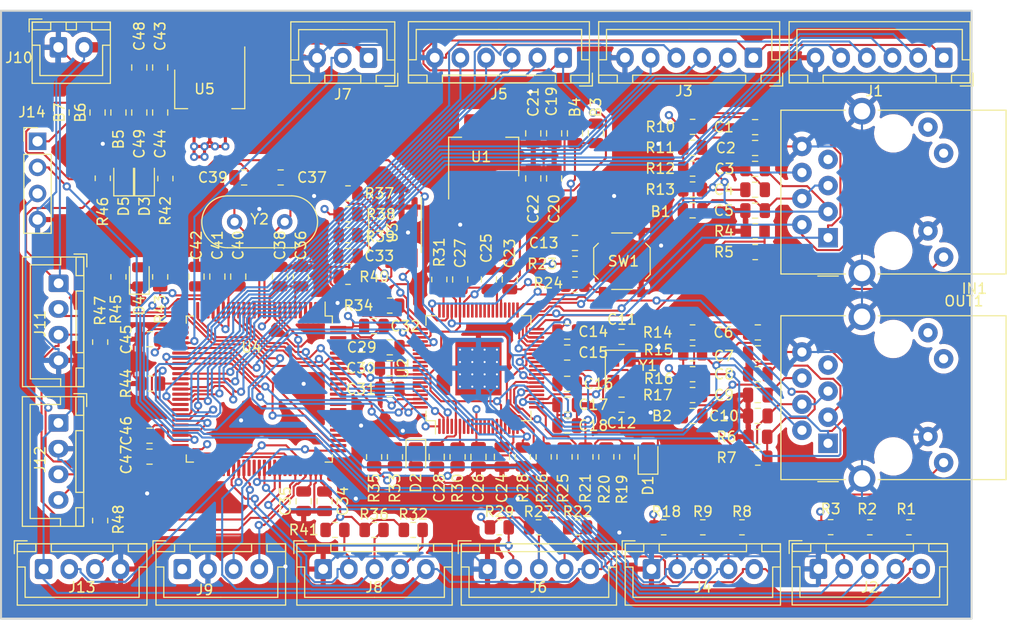
<source format=kicad_pcb>
(kicad_pcb (version 20221018) (generator pcbnew)
  (layers (0 "F.Cu" signal) (1 "In1.Cu" power "GND.Cu") (2 "In2.Cu" power "Power.Cu") (31 "B.Cu" signal) (34 "B.Paste" user) (35 "F.Paste" user) (36 "B.SilkS" user "B.Silkscreen") (37 "F.SilkS" user "F.Silkscreen") (38 "B.Mask" user) (39 "F.Mask" user) (44 "Edge.Cuts" user))
  (net 0 "")
  (net 1 "+1V2")
  (net 2 "+3.3V")
  (net 3 "+3.3VA")
  (net 4 "DAC1")
  (net 5 "Net-(D1-K)")
  (net 6 "GND")
  (net 7 "XSCI")
  (net 8 "SPI_SCK")
  (net 9 "SPI_CS")
  (net 10 "SPI_MISO")
  (net 11 "SPI_MOSI")
  (net 12 "I2C_SDA")
  (net 13 "I2C_SCL")
  (net 14 "Net-(U4-VCAP_2)")
  (net 15 "+5V")
  (net 16 "Net-(IN1-Pad9)")
  (net 17 "Net-(OUT1-Pad9)")
  (net 18 "P0_TXOP")
  (net 19 "SWCLK")
  (net 20 "SWDIO")
  (net 21 "RX")
  (net 22 "TX")
  (net 23 "/STM32F4/BOOT1")
  (net 24 "I2C2_SCL")
  (net 25 "ENC1_Z")
  (net 26 "ENC1_B")
  (net 27 "ENC1_A")
  (net 28 "I2C2_SDA")
  (net 29 "ENC2_A")
  (net 30 "ENC2_B")
  (net 31 "ENC2_Z")
  (net 32 "ENC3_A")
  (net 33 "ENC3_B")
  (net 34 "ENC3_Z")
  (net 35 "ENC4_A")
  (net 36 "ENC4_B")
  (net 37 "ENC4_Z")
  (net 38 "Net-(IN1-RCT)")
  (net 39 "Net-(OUT1-RCT)")
  (net 46 "Net-(D2-A)")
  (net 47 "Net-(D3-A)")
  (net 48 "SYNC0")
  (net 49 "SYNC1")
  (net 50 "P1_TXOP")
  (net 51 "STEP1_DIR")
  (net 52 "STEP1_STEP")
  (net 53 "STEP2_DIR")
  (net 54 "STEP2_STEP")
  (net 55 "IO1")
  (net 56 "IO2")
  (net 57 "IO3")
  (net 58 "IO4")
  (net 59 "IO5")
  (net 60 "IO6")
  (net 61 "IO7")
  (net 62 "IO8")
  (net 63 "IO9")
  (net 64 "IO10")
  (net 65 "IO11")
  (net 66 "IO12")
  (net 67 "P0_TXON")
  (net 68 "P1_TXON")
  (net 69 "P0_RXIP")
  (net 70 "P1_RXIP")
  (net 71 "P0_RXIN")
  (net 72 "P1_RXIN")
  (net 73 "RESET_MCU")
  (net 74 "EEP_DONE")
  (net 75 "Net-(D4-A)")
  (net 76 "Net-(D5-A)")
  (net 77 "Net-(U4-PH0)")
  (net 78 "Net-(U4-PH1)")
  (net 79 "Net-(U4-VCAP_1)")
  (net 80 "Net-(U2-P0_SD)")
  (net 81 "Net-(U2-RESET_BG)")
  (net 82 "Net-(U2-P1_SD)")
  (net 83 "XSCO")
  (net 84 "Net-(U2-SPI_MISO)")
  (net 85 "RSTO")
  (net 86 "P0_ACT")
  (net 87 "P1_ACT")
  (net 88 "PDI_EMU")
  (net 89 "LED_RUN")
  (net 90 "LED_ERR")
  (net 91 "SINT")
  (net 92 "Net-(U2-TEST)")
  (net 93 "Net-(U3-WP)")
  (net 94 "Net-(U2-I2C_SCL)")
  (net 95 "Net-(U4-BOOT0)")
  (net 112 "A1V2")
  (net 124 "SCS_FUNC")
  (net 125 "RST_MCU")
  (footprint "Connector_JST:JST_XH_B4B-XH-A_1x04_P2.50mm_Vertical" (layer "F.Cu") (at 144.543 90.29 -90)
    (fp_text reference "J11")
    (fp_text value "Stepper 2")
  )
  (footprint "HakansLibrary:LQFP-80-1EP_10x10mm_P0.4mm_EP5.3x4.5mm_ThermalVias" (layer "F.Cu") (at 185.42 98.552 90)
    (fp_text reference "U2")
    (fp_text value "AX58100")
  )
  (footprint "Capacitor_SMD:C_0805_2012Metric" (layer "F.Cu") (at 146.304 73.66 90)
    (fp_text reference "B7")
    (fp_text value "BLM18EG221SN1D")
  )
  (footprint "Resistor_SMD:R_0805_2012Metric" (layer "F.Cu") (at 203.454 114.046 180)
    (fp_text reference "R18")
    (fp_text value "1k")
  )
  (footprint "Package_QFP:LQFP-100_14x14mm_P0.5mm" (layer "F.Cu") (at 164.084 100.584 -90)
    (fp_text reference "U4")
    (fp_text value "STM32F407VGT6")
  )
  (footprint "Package_SO:SOIC-8_3.9x4.9mm_P1.27mm" (layer "F.Cu") (at 177.292 85.344 -90)
    (fp_text reference "U3")
    (fp_text value "24LC32A")
  )
  (footprint "Resistor_SMD:R_0805_2012Metric" (layer "F.Cu") (at 183.388 107.188 90)
    (fp_text reference "R30")
    (fp_text value "22")
  )
  (footprint "Capacitor_SMD:C_0805_2012Metric" (layer "F.Cu") (at 212.3542 79.1464)
    (fp_text reference "C3")
    (fp_text value "10pF")
  )
  (footprint "Connector_JST:JST_XH_B6B-XH-A_1x06_P2.50mm_Vertical" (layer "F.Cu") (at 230.726 68.326 180)
    (fp_text reference "J1")
    (fp_text value "Conn_01x06_Pin")
  )
  (footprint "Connector_JST:JST_XH_B6B-XH-A_1x06_P2.50mm_Vertical" (layer "F.Cu") (at 212.184 68.326 180)
    (fp_text reference "J3")
    (fp_text value "Conn_01x06_Pin")
  )
  (footprint "Connector_PinHeader_2.54mm:PinHeader_1x04_P2.54mm_Vertical" (layer "F.Cu") (at 142.494 76.464)
    (fp_text reference "J14")
    (fp_text value "I2C bus2")
  )
  (footprint "Resistor_SMD:R_0805_2012Metric" (layer "F.Cu") (at 187.452 114.046 180)
    (fp_text reference "R29")
    (fp_text value "1k")
  )
  (footprint "Resistor_SMD:R_0805_2012Metric" (layer "F.Cu") (at 153.4995 100.05)
    (fp_text reference "R44")
    (fp_text value "22")
  )
  (footprint "Capacitor_SMD:C_0805_2012Metric" (layer "F.Cu") (at 168.128 89.636 90)
    (fp_text reference "C36")
    (fp_text value "0.1uF")
  )
  (footprint "Crystal:Crystal_HC49-U_Vertical" (layer "F.Cu") (at 161.68 84.302)
    (fp_text reference "Y2")
    (fp_text value "8 MHz")
  )
  (footprint "Resistor_SMD:R_0805_2012Metric" (layer "F.Cu") (at 172.72 81.534)
    (fp_text reference "R37")
    (fp_text value "4.7k")
  )
  (footprint "LED_SMD:LED_0805_2012Metric" (layer "F.Cu") (at 201.93 107.188 90)
    (fp_text reference "D1")
    (fp_text value "Green led")
  )
  (footprint "Capacitor_SMD:C_0805_2012Metric" (layer "F.Cu") (at 212.3542 77.1144)
    (fp_text reference "C2")
    (fp_text value "10pF")
  )
  (footprint "Capacitor_SMD:C_0805_2012Metric" (layer "F.Cu") (at 170.434 111.506 -90)
    (fp_text reference "C34")
    (fp_text value "0.1uF")
  )
  (footprint "Resistor_SMD:R_0805_2012Metric" (layer "F.Cu") (at 212.618 105.2322 180)
    (fp_text reference "R6")
    (fp_text value "510")
  )
  (footprint "Connector_JST:JST_XH_B5B-XH-A_1x05_P2.50mm_Vertical" (layer "F.Cu") (at 186.302 118.11)
    (fp_text reference "J6")
    (fp_text value "Encoder 4")
  )
  (footprint "Resistor_SMD:R_0805_2012Metric" (layer "F.Cu") (at 191.77 107.188 -90)
    (fp_text reference "R26")
    (fp_text value "4.7k")
  )
  (footprint "Capacitor_SMD:C_0805_2012Metric" (layer "F.Cu") (at 175.24 94.462)
    (fp_text reference "C32")
    (fp_text value "0.1uF")
  )
  (footprint "Capacitor_SMD:C_0805_2012Metric" (layer "F.Cu") (at 212.618 99.1362)
    (fp_text reference "C8")
    (fp_text value "10pF")
  )
  (footprint "Capacitor_SMD:C_0805_2012Metric" (layer "F.Cu") (at 152.4 69.276 -90)
    (fp_text reference "C48")
    (fp_text value "10uF")
  )
  (footprint "Resistor_SMD:R_0805_2012Metric" (layer "F.Cu") (at 197.866 107.188 90)
    (fp_text reference "R20")
    (fp_text value "510")
  )
  (footprint "Capacitor_SMD:C_0805_2012Metric" (layer "F.Cu") (at 153.396 107.162 180)
    (fp_text reference "C47")
    (fp_text value "0.1uF")
  )
  (footprint "Capacitor_SMD:C_0805_2012Metric" (layer "F.Cu") (at 153.396 95.732 180)
    (fp_text reference "C45")
    (fp_text value "0.1uF")
  )
  (footprint "Capacitor_SMD:C_0805_2012Metric" (layer "F.Cu") (at 212.618 97.1042)
    (fp_text reference "C7")
    (fp_text value "10pF")
  )
  (footprint "Resistor_SMD:R_0805_2012Metric" (layer "F.Cu") (at 211.074 114.046 180)
    (fp_text reference "R8")
    (fp_text value "1k")
  )
  (footprint "Capacitor_SMD:C_0805_2012Metric" (layer "F.Cu") (at 183.642 89.916 90)
    (fp_text reference "C27")
    (fp_text value "0.1uF")
  )
  (footprint "Capacitor_SMD:C_0805_2012Metric" (layer "F.Cu") (at 153.396 105.13)
    (fp_text reference "C46")
    (fp_text value "2.2uF")
  )
  (footprint "LED_SMD:LED_0805_2012Metric" (layer "F.Cu") (at 150.876 80.0885 90)
    (fp_text reference "D5")
    (fp_text value "Blue led")
  )
  (footprint "Resistor_SMD:R_0805_2012Metric" (layer "F.Cu") (at 212.364 87.249 180)
    (fp_text reference "R5")
    (fp_text value "510")
  )
  (footprint "Capacitor_SMD:C_0805_2012Metric" (layer "F.Cu") (at 160 89.636 90)
    (fp_text reference "C41")
    (fp_text value "0.1uF")
  )
  (footprint "Resistor_SMD:R_0805_2012Metric" (layer "F.Cu") (at 206.268 99.1362 180)
    (fp_text reference "R16")
    (fp_text value "49.9")
  )
  (footprint "Resistor_SMD:R_0805_2012Metric" (layer "F.Cu") (at 176.784 92.456)
    (fp_text reference "R34")
    (fp_text value "4.7k")
  )
  (footprint "Capacitor_SMD:C_0805_2012Metric" (layer "F.Cu") (at 212.3542 83.2104)
    (fp_text reference "C5")
    (fp_text value "0.1uF")
  )
  (footprint "Capacitor_SMD:C_0805_2012Metric" (layer "F.Cu") (at 199.352 102.108 180)
    (fp_text reference "C12")
    (fp_text value "18pF")
  )
  (footprint "Crystal:Crystal_SMD_SeikoEpson_TSX3225-4Pin_3.2x2.5mm" (layer "F.Cu") (at 199.352 98.806 -90)
    (fp_text reference "Y1")
    (fp_text value "NXK25.000AE12F-KAB6-12")
  )
  (footprint "Resistor_SMD:R_0805_2012Metric" (layer "F.Cu") (at 194.818 88.392 180)
    (fp_text reference "R23")
    (fp_text value "4.7k")
  )
  (footprint "Resistor_SMD:R_0805_2012Metric" (layer "F.Cu") (at 175.26 107.188 90)
    (fp_text reference "R35")
    (fp_text value "510")
  )
  (footprint "Resistor_SMD:R_0805_2012Metric" (layer "F.Cu") (at 148.844 80.0635 -90)
    (fp_text reference "R46")
    (fp_text value "1k")
  )
  (footprint "Connector_JST:JST_XH_B6B-XH-A_1x06_P2.50mm_Vertical" (layer "F.Cu") (at 193.662 68.326 180)
    (fp_text reference "J5")
    (fp_text value "Conn_01x06_Pin")
  )
  (footprint "Capacitor_SMD:C_0805_2012Metric" (layer "F.Cu") (at 168.402 111.506 90)
    (fp_text reference "C35")
    (fp_text value "2.2uF")
  )
  (footprint "Connector_JST:JST_XH_B5B-XH-A_1x05_P2.50mm_Vertical" (layer "F.Cu") (at 202.264 118.11)
    (fp_text reference "J4")
    (fp_text value "Encoder 2")
  )
  (footprint "Capacitor_SMD:C_0805_2012Metric" (layer "F.Cu") (at 187.706 107.188 -90)
    (fp_text reference "C24")
    (fp_text value "0.1uF")
  )
  (footprint "Capacitor_SMD:C_0805_2012Metric" (layer "F.Cu") (at 212.3542 75.0824)
    (fp_text reference "C1")
    (fp_text value "10pF")
  )
  (footprint "Resistor_SMD:R_0805_2012Metric" (layer "F.Cu") (at 171.45 114.3 180)
    (fp_text reference "R41")
    (fp_text value "1k")
  )
  (footprint "Capacitor_SMD:C_0805_2012Metric" (layer "F.Cu") (at 181.356 107.188 -90)
    (fp_text reference "C28")
    (fp_text value "0.1uF")
  )
  (footprint "Resistor_SMD:R_0805_2012Metric" (layer "F.Cu") (at 195.834 107.188 -90)
    (fp_text reference "R21")
    (fp_text value "4.7k")
  )
  (footprint "Connector_JST:JST_XH_B2B-XH-A_1x02_P2.50mm_Vertical" (layer "F.Cu") (at 144.526 67.31)
    (fp_text reference "J10")
    (fp_text value "Conn_01x02_Pin")
  )
  (footprint "Capacitor_SMD:C_0805_2012Metric" (layer "F.Cu") (at 162.032 89.636 90)
    (fp_text reference "C40")
    (fp_text value "0.1uF")
  )
  (footprint "Resistor_SMD:R_0805_2012Metric" (layer "F.Cu") (at 219.71 114.029 180)
    (fp_text reference "R3")
    (fp_text value "1k")
  )
  (footprint "HakansLibrary:PulseJack JB0011D01BNL" (layer "F.Cu") (at 219.456 85.852 -90)
    (fp_text reference "IN1")
    (fp_text value "J0011D01BNL")
  )
  (footprint "Connector_JST:JST_XH_B4B-XH-A_1x04_P2.50mm_Vertical" (layer "F.Cu") (at 156.584 118.11)
    (fp_text reference "J9")
    (fp_text value "STLINK")
  )
  (footprint "Capacitor_SMD:C_0805_2012Metric" (layer "F.Cu") (at 186.436 89.916 90)
    (fp_text reference "C25")
    (fp_text value "0.1uF")
  )
  (footprint "Capacitor_SMD:C_0805_2012Metric" (layer "F.Cu") (at 162.606 79.984 180)
    (fp_text reference "C39")
    (fp_text value "22pF")
  )
  (footprint "Capacitor_SMD:C_0805_2012Metric" (layer "F.Cu") (at 194.818 75.692 -90)
    (fp_text reference "B4")
    (fp_text value "BLM18EG221SN1D")
  )
  (footprint "Capacitor_SMD:C_0805_2012Metric" (layer "F.Cu") (at 206.268 103.2002)
    (fp_text reference "B2")
    (fp_text value "BLM18EG221S")
  )
  (footprint "Resistor_SMD:R_0805_2012Metric" (layer "F.Cu") (at 172.72 85.598)
    (fp_text reference "R39")
    (fp_text value "4.7k")
  )
  (footprint "Capacitor_SMD:C_0805_2012Metric" (layer "F.Cu") (at 166.162 79.984)
    (fp_text reference "C37")
    (fp_text value "22pF")
  )
  (footprint "Resistor_SMD:R_0805_2012Metric" (layer "F.Cu") (at 181.61 89.916 90)
    (fp_text reference "R31")
    (fp_text value "22")
  )
  (footprint "Capacitor_SMD:C_0805_2012Metric" (layer "F.Cu") (at 194.056 104.14)
    (fp_text reference "C18")
    (fp_text value "0.1uF")
  )
  (footprint "Capacitor_SMD:C_0805_2012Metric" (layer "F.Cu") (at 206.268 83.185)
    (fp_text reference "B1")
    (fp_text value "BLM18EG221S")
  )
  (footprint "Resistor_SMD:R_0805_2012Metric" (layer "F.Cu") (at 206.268 95.0722 180)
    (fp_text reference "R14")
    (fp_text value "49.9")
  )
  (footprint "Capacitor_SMD:C_0805_2012Metric" (layer "F.Cu") (at 194.056 97.028)
    (fp_text reference "C15")
    (fp_text value "0.1uF")
  )
  (footprint "Connector_JST:JST_XH_B3B-XH-A_1x03_P2.50mm_Vertical" (layer "F.Cu") (at 174.712 68.343 180)
    (fp_text reference "J7")
    (fp_text value "DAC1")
  )
  (footprint "Resistor_SMD:R_0805_2012Metric" (layer "F.Cu") (at 212.618 107.2642 180)
    (fp_text reference "R7")
    (fp_text value "510")
  )
  (footprint "Capacitor_SMD:C_0805_2012Metric" (layer "F.Cu") (at 192.786 80.076 90)
    (fp_text reference "C20")
    (fp_text value "0.1uF")
  )
  (footprint "Resistor_SMD:R_0805_2012Metric" (layer "F.Cu") (at 206.268 77.089 180)
    (fp_text reference "R11")
    (fp_text value "49.9")
  )
  (footprint "Capacitor_SMD:C_0805_2012Metric" (layer "F.Cu") (at 176.784 98.552 180)
    (fp_text reference "C30")
    (fp_text value "0.1uF")
  )
  (footprint "Capacitor_SMD:C_0805_2012Metric" (layer "F.Cu") (at 157.968 89.636 90)
    (fp_text reference "C42")
    (fp_text value "0.1uF")
  )
  (footprint "Capacitor_SMD:C_0805_2012Metric" (layer "F.Cu") (at 199.352 95.504)
    (fp_text reference "C11")
    (fp_text value "18pF")
  )
  (footprint "Package_TO_SOT_SMD:SOT-223-3_TabPin2" (layer "F.Cu") (at 159.258 71.374 -90)
    (fp_text reference "U5")
    (fp_text value "AMS1117-3.3")
  )
  (footprint "Capacitor_SMD:C_0805_2012Metric" (layer "F.Cu") (at 148.336 73.66 90)
    (fp_text reference "B6")
    (fp_text value "BLM18EG221SN1D")
  )
  (footprint "Resistor_SMD:R_0805_2012Metric" (layer "F.Cu") (at 189.738 107.188 90)
    (fp_text reference "R28")
    (fp_text value "4.7k")
  )
  (footprint "Capacitor_SMD:C_0805_2012Metric" (layer "F.Cu") (at 212.618 103.2002)
    (fp_text reference "C10")
    (fp_text value "0.1uF")
  )
  (footprint "Capacitor_SMD:C_0805_2012Metric" (layer "F.Cu") (at 176.784 96.52 180)
    (fp_text reference "C29")
    (fp_text value "0.1uF")
  )
  (footprint "Connector_JST:JST_XH_B4B-XH-A_1x04_P2.50mm_Vertical" (layer "F.Cu") (at 143.082 118.11)
    (fp_text reference "J13")
    (fp_text value "Stepper 1")
  )
  (footprint "Connector_JST:JST_XH_B4B-XH-A_1x04_P2.50mm_Vertical" (layer "F.Cu") (at 144.526 103.886 -90)
    (fp_text reference "J12")
    (fp_text value "Serial usart1")
  )
  (footprint "Resistor_SMD:R_0805_2012Metric" (layer "F.Cu") (at 227.33 114.046 180)
    (fp_text reference "R1")
    (fp_text value "1k")
  )
  (footprint "Button_Switch_SMD:SW_Push_1P1T_XKB_TS-1187A" (layer "F.Cu") (at 199.39 88.138 -90)
    (fp_text reference "SW1")
    (fp_text value "SW PB")
  )
  (footprint "Resistor_SMD:R_0805_2012Metric" (layer "F.Cu") (at 154.432 89.662 90)
    (fp_text reference "R43")
    (fp_text value "510")
  )
  (footprint "Capacitor_SMD:C_0805_2012Metric" (layer "F.Cu") (at 194.818 86.36)
    (fp_text reference "C13")
    (fp_text value "1uF")
  )
  (footprint "Capacitor_SMD:C_0805_2012Metric" (layer "F.Cu") (at 212.3542 81.1784 180)
    (fp_text reference "C4")
    (fp_text value "10pF")
  )
  (footprint "LED_SMD:LED_0805_2012Metric" (layer "F.Cu") (at 152.4 89.662 90)
    (fp_text reference "D4")
    (fp_text value "Red led")
  )
  (footprint "Capacitor_SMD:C_0805_2012Metric" (layer "F.Cu") (at 154.432 69.276 -90)
    (fp_text reference "C43")
    (fp_text value "0.1uF")
  )
  (footprint "Connector_JST:JST_XH_B5B-XH-A_1x05_P2.50mm_Vertical" (layer "F.Cu") (at 170.3 118.11)
    (fp_text reference "J8")
    (fp_text value "Encoder 3")
  )
  (footprint "Resistor_SMD:R_0805_2012Metric" (layer "F.Cu") (at 191.262 114.046 180)
    (fp_text reference "R27")
    (fp_text value "1k")
  )
  (footprint "Connector_JST:JST_XH_B5B-XH-A_1x05_P2.50mm_Vertical" (layer "F.Cu") (at 218.52 118.093)
    (fp_text reference "J2")
    (fp_text value "Encoder 1")
  )
  (footprint "Resistor_SMD:R_0805_2012Metric" (layer "F.Cu") (at 172.72 83.566)
    (fp_text reference "R38")
    (fp_text value "4.7k")
  )
  (footprint "Resistor_SMD:R_0805_2012Metric" (layer "F.Cu") (at 195.072 114.046 180)
    (fp_text reference "R22")
    (fp_text value "1k")
  )
  (footprint "Capacitor_SMD:C_0805_2012Metric" (layer "F.Cu") (at 152.4 73.66 90)
    (fp_text reference "C49")
    (fp_text value "0.1uF")
  )
  (footprint "Capacitor_SMD:C_0805_2012Metric" (layer "F.Cu") (at 194.056 94.996)
    (fp_text reference "C14")
    (fp_text value "0.1uF")
  )
  (footprint "Capacitor_SMD:C_0805_2012Metric" (layer "F.Cu") (at 176.784 100.584 180)
    (fp_text reference "C31")
    (fp_text value "0.1uF")
  )
  (footprint "Capacitor_SMD:C_0805_2012Metric" (layer "F.Cu") (at 212.618 101.1682)
    (fp_text reference "C9")
    (fp_text value "10pF")
  )
  (footprint "LED_SMD:LED_0805_2012Metric" (layer "F.Cu") (at 179.324 107.188 -90)
    (fp_text reference "D2")
    (fp_text value "Green led")
  )
  (footprint "Capacitor_SMD:C_0805_2012Metric" (layer "F.Cu") (at 190.754 75.692 -90)
    (fp_text reference "C21")
    (fp_text value "10uF")
  )
  (footprint "Resistor_SMD:R_0805_2012Metric" (layer "F.Cu") (at 179.07 114.3 180)
    (fp_text reference "R32")
    (fp_text value "1k")
  )
  (footprint "Resistor_SMD:R_0805_2012Metric" (layer "F.Cu") (at 150.368 89.662 90)
    (fp_text reference "R45")
    (fp_text value "22")
  )
  (footprint "Resistor_SMD:R_0805_2012Metric" (layer "F.Cu") (at 199.898 107.188 90)
    (fp_text reference "R19")
    (fp_text value "4.7k")
  )
  (footprint "Capacitor_SMD:C_0805_2012Metric" (layer "F.Cu") (at 192.786 75.692 -90)
    (fp_text reference "C19")
    (fp_text value "0.1uF")
  )
  (footprint "LED_SMD:LED_0805_2012Metric" (layer "F.Cu") (at 152.908 80.0885 90)
    (fp_text reference "D3")
    (fp_text value "Blue led")
  )
  (footprint "Package_TO_SOT_SMD:SOT-223-3_TabPin2" (layer "F.Cu") (at 185.928 77.978 90)
    (fp_text reference "U1")
    (fp_text value "AMS1117-1.2")
  )
  (footprint "Capacitor_SMD:C_0805_2012Metric" (layer "F.Cu") (at 172.72 87.63 180)
    (fp_text reference "C33")
    (fp_text value "0.1uF")
  )
  (footprint "Resistor_SMD:R_0805_2012Metric" (layer "F.Cu") (at 206.268 97.1042 180)
    (fp_text reference "R15")
    (fp_text value "49.9")
  )
  (footprint "Resistor_SMD:R_0805_2012Metric" (layer "F.Cu") (at 206.268 75.057 180)
    (fp_text reference "R10")
    (fp_text value "49.9")
  )
  (footprint "Resistor_SMD:R_0805_2012Metric" (layer "F.Cu") (at 206.268 81.153 180)
    (fp_text reference "R13")
    (fp_text value "49.9")
  )
  (footprint "Capacitor_SMD:C_0805_2012Metric" (layer "F.Cu") (at 166.096 89.636 90)
    (fp_text reference "C38")
    (fp_text value "0.1uF")
  )
  (footprint "Resistor_SMD:R_0805_2012Metric" (layer "F.Cu") (at 177.292 107.188 90)
    (fp_text reference "R33")
    (fp_text value "4.7k")
  )
  (footprint "Resistor_SMD:R_0805_2012Metric" (layer "F.Cu") (at 172.72 89.662 180)
    (fp_text reference "R40")
    (fp_text value "22")
  )
  (footprint "Resistor_SMD:R_0805_2012Metric" (layer "F.Cu") (at 175.26 114.3 180)
    (fp_text reference "R36")
    (fp_text value "1k")
  )
  (footprint "Resistor_SMD:R_0805_2012Metric" (layer "F.Cu") (at 212.364 85.217 180)
    (fp_text reference "R4")
    (fp_text value "510")
  )
  (footprint "Resistor_SMD:R_0805_2012Metric" (layer "F.Cu") (at 148.59 96.012 -90)
    (fp_text reference "R47")
    (fp_text value "NC")
  )
  (footprint "Capacitor_SMD:C_0805_2012Metric" (layer "F.Cu") (at 194.056 100.076)
    (fp_text reference "C16")
    (fp_text value "0.1uF")
  )
  (footprint "HakansLibrary:PulseJack JB0011D01BNL" (layer "F.Cu") (at 219.456 105.8672 -90)
    (fp_text reference "OUT1")
    (fp_text value "J0011D01BNL")
  )
  (footprint "Capacitor_SMD:C_0805_2012Metric" (layer "F.Cu") (at 212.618 95.0722)
    (fp_text reference "C6")
    (fp_text value "10pF")
  )
  (footprint "Capacitor_SMD:C_0805_2012Metric" (layer "F.Cu") (at 154.432 73.66 90)
    (fp_text reference "C44")
    (fp_text value "10uF")
  )
  (footprint "Resistor_SMD:R_0805_2012Metric" (layer "F.Cu") (at 194.818 90.424 180)
    (fp_text reference "R24")
    (fp_text value "4.7k")
  )
  (footprint "Capacitor_SMD:C_0805_2012Metric" (layer "F.Cu") (at 196.85 75.692 -90)
    (fp_text reference "B3")
    (fp_text value "BLM18EG221SN1D")
  )
  (footprint "Resistor_SMD:R_0805_2012Metric" (layer "F.Cu") (at 193.802 107.188 -90)
    (fp_text reference "R25")
    (fp_text value "12k 1%")
  )
  (footprint "Capacitor_SMD:C_0805_2012Metric" (layer "F.Cu") (at 150.368 73.66 90)
    (fp_text reference "B5")
    (fp_text value "BLM18EG221SN1D")
  )
  (footprint "Capacitor_SMD:C_0805_2012Metric" (layer "F.Cu") (at 185.42 107.188 -90)
    (fp_text reference "C26")
    (fp_text value "0.1uF")
  )
  (footprint "Resistor_SMD:R_0805_2012Metric" (layer "F.Cu") (at 207.264 114.046 180)
    (fp_text reference "R9")
    (fp_text value "1k")
  )
  (footprint "Capacitor_SMD:C_0805_2012Metric" (layer "F.Cu") (at 190.754 80.076 90)
    (fp_text reference "C22")
    (fp_text value "10uF")
  )
  (footprint "Resistor_SMD:R_0805_2012Metric" (layer "F.Cu") (at 154.94 80.0885 -90)
    (fp_text reference "R42")
    (fp_text value "1k")
  )
  (footprint "Capacitor_SMD:C_0805_2012Metric" (layer "F.Cu") (at 194.056 102.108)
    (fp_text reference "C17")
    (fp_text value "0.1uF")
  )
  (footprint "Resistor_SMD:R_0805_2012Metric" (layer "F.Cu") (at 206.268 79.121 180)
    (fp_text reference "R12")
    (fp_text value "49.9")
  )
  (footprint "Capacitor_SMD:C_0805_2012Metric" (layer "F.Cu") (at 188.468 89.916 90)
    (fp_text reference "C23")
    (fp_text value "0.1uF")
  )
  (footprint "Resistor_SMD:R_0805_2012Metric" (layer "F.Cu") (at 148.59 113.3875 90)
    (fp_text reference "R48")
    (fp_text value "NC")
  )
  (footprint "Resistor_SMD:R_0805_2012Metric" (layer "F.Cu") (at 206.268 101.1682 180)
    (fp_text reference "R17")
    (fp_text value "49.9")
  )
  (footprint "Resistor_SMD:R_0805_2012Metric" (layer "F.Cu") (at 223.52 114.046 180)
    (fp_text reference "R2")
    (fp_text value "1k")
  )
  (gr_rect (start 138.938 63.754) (end 233.426 122.936) (stroke (width 0.2)) (fill none) (layer "Edge.Cuts"))
  (segment (start 190.754 74.742) (end 192.786 74.742) (width 0.2) (layer "F.Cu") (net 1))
  (segment (start 187.22 90.866) (end 187.22 92.8895) (width 0.2) (layer "F.Cu") (net 1))
  (segment (start 180.745 99.26) (end 180.637 99.152) (width 0.2) (layer "F.Cu") (net 1))
  (segment (start 181.356 106.238) (end 182.3899 105.2041) (width 0.2) (layer "F.Cu") (net 1))
  (segment (start 185.928 74.828) (end 190.668 74.828) (width 0.2) (layer "F.Cu") (net 1))
  (segment (start 180.637 99.152) (end 181.7923 97.9967) (width 0.2) (layer "F.Cu") (net 1))
  (segment (start 187.3737 79.8761) (end 189.2269 79.8761) (width 0.2) (layer "F.Cu") (net 1))
  (segment (start 183.112 94.996) (end 183.62 94.488) (width 0.2) (layer "F.Cu") (net 1))
  (segment (start 181.7923 97.9967) (end 181.7923 94.996) (width 0.2) (layer "F.Cu") (net 1))
  (segment (start 183.22 105.0221) (end 183.22 104.2145) (width 0.2) (layer "F.Cu") (net 1))
  (segment (start 188.874 90.082) (end 187.8079 90.082) (width 0.2) (layer "F.Cu") (net 1))
  (segment (start 189.307 79.9562) (end 193.4165 79.9562) (width 0.2) (layer "F.Cu") (net 1))
  (segment (start 195.5709 99.0863) (end 196.0908 99.6062) (width 0.2) (layer "F.Cu") (net 1))
  (segment (start 193.106 99.3203) (end 193.34 99.0863) (width 0.2) (layer "F.Cu") (net 1))
  (segment (start 196.85 74.742) (end 194.818 74.742) (width 0.2) (layer "F.Cu") (net 1))
  (segment (start 179.7575 99.152) (end 178.334 99.152) (width 0.2) (layer "F.Cu") (net 1))
  (segment (start 183.62 94.488) (end 183.62 94.51) (width 0.2) (layer "F.Cu") (net 1))
  (segment (start 186.436 90.866) (end 186.2828 90.7128) (width 0.2) (layer "F.Cu") (net 1))
  (segment (start 189.4505 84.6505) (end 189.4505 89.5055) (width 0.2) (layer "F.Cu") (net 1))
  (segment (start 191.0825 99.152) (end 192.9377 99.152) (width 0.2) (layer "F.Cu") (net 1))
  (segment (start 193.4165 79.9562) (end 193.802 79.5707) (width 0.2) (layer "F.Cu") (net 1))
  (segment (start 187.2317 101.7653) (end 183.22 101.7653) (width 0.2) (layer "F.Cu") (net 1))
  (segment (start 186.436 90.866) (end 187.22 90.866) (width 0.2) (layer "F.Cu") (net 1))
  (segment (start 187.62 106.152) (end 187.706 106.238) (width 0.2) (layer "F.Cu") (net 1))
  (segment (start 183.62 90.888) (end 183.62 92.8895) (width 0.2) (layer "F.Cu") (net 1))
  (segment (start 189.4505 89.5055) (end 188.874 90.082) (width 0.2) (layer "F.Cu") (net 1))
  (segment (start 182.3899 105.2041) (end 183.038 105.2041) (width 0.2) (layer "F.Cu") (net 1))
  (segment (start 187.62 104.2145) (end 187.62 106.152) (width 0.2) (layer "F.Cu") (net 1))
  (segment (start 186.2828 90.7128) (end 183.7952 90.7128) (width 0.2) (layer "F.Cu") (net 1))
  (segment (start 193.34 99.0863) (end 195.5709 99.0863) (width 0.2) (layer "F.Cu") (net 1))
  (segment (start 180.637 99.152) (end 179.7575 99.152) (width 0.2) (layer "F.Cu") (net 1))
  (segment (start 186.9299 82.1299) (end 189.4505 84.6505) (width 0.2) (layer "F.Cu") (net 1))
  (segment (start 193.106 99.3203) (end 193.106 100.076) (width 0.2) (layer "F.Cu") (net 1))
  (segment (start 187.22 90.6699) (end 187.22 90.866) (width 0.2) (layer "F.Cu") (net 1))
  (segment (start 192.9377 99.152) (end 193.106 99.3203) (width 0.2) (layer "F.Cu") (net 1))
  (segment (start 181.7753 101.7653) (end 180.745 100.735) (width 0.2) (layer "F.Cu") (net 1))
  (segment (start 183.62 92.8895) (end 183.62 94.488) (width 0.2) (layer "F.Cu") (net 1))
  (segment (start 186.9299 81.128) (end 186.9299 82.1299) (width 0.2) (layer "F.Cu") (net 1))
  (segment (start 187.8079 90.082) (end 187.22 90.6699) (width 0.2) (layer "F.Cu") (net 1))
  (segment (start 192.786 74.742) (end 193.802 74.742) (width 0.2) (layer "F.Cu") (net 1))
  (segment (start 190.668 74.828) (end 190.754 74.742) (width 0.2) (layer "F.Cu") (net 1))
  (segment (start 186.9299 80.3199) (end 187.3737 79.8761) (width 0.2) (layer "F.Cu") (net 1))
  (segment (start 183.642 90.866) (end 183.62 90.888) (width 0.2) (layer "F.Cu") (net 1))
  (segment (start 183.22 101.7653) (end 181.7753 101.7653) (width 0.2) (layer "F.Cu") (net 1))
  (segment (start 193.802 74.742) (end 194.818 74.742) (width 0.2) (layer "F.Cu") (net 1))
  (segment (start 187.62 102.1536) (end 187.62 104.2145) (width 0.2) (layer "F.Cu") (net 1))
  (segment (start 185.928 81.128) (end 186.9299 81.128) (width 0.2) (layer "F.Cu") (net 1))
  (segment (start 183.22 101.7653) (end 183.22 104.2145) (width 0.2) (layer "F.Cu") (net 1))
  (segment (start 180.745 100.735) (end 180.745 99.26) (width 0.2) (layer "F.Cu") (net 1))
  (segment (start 181.7923 94.996) (end 183.112 94.996) (width 0.2) (layer "F.Cu") (net 1))
  (segment (start 183.038 105.2041) (end 183.22 105.0221) (width 0.2) (layer "F.Cu") (net 1))
  (segment (start 183.7952 90.7128) (end 183.642 90.866) (width 0.2) (layer "F.Cu") (net 1))
  (segment (start 187.2317 101.7653) (end 187.62 102.1536) (width 0.2) (layer "F.Cu") (net 1))
  (segment (start 193.802 79.5707) (end 193.802 74.742) (width 0.2) (layer "F.Cu") (net 1))
  (segment (start 189.2269 79.8761) (end 189.307 79.9562) (width 0.2) (layer "F.Cu") (net 1))
  (segment (start 178.334 99.152) (end 177.734 98.552) (width 0.2) (layer "F.Cu") (net 1))
  (segment (start 186.9299 81.128) (end 186.9299 80.3199) (width 0.2) (layer "F.Cu") (net 1))
  (via (at 187.2317 101.7653) (size 0.8) (drill 0.4) (layers "F.Cu" "B.Cu") (net 1))
  (via (at 196.0908 99.6062) (size 0.8) (drill 0.4) (layers "F.Cu" "B.Cu") (net 1))
  (segment (start 196.0908 102.5473) (end 196.0908 99.6062) (width 0.2) (layer "B.Cu") (net 1))
  (segment (start 187.2317 101.7653) (end 188.7595 100.2375) (width 0.2) (layer "B.Cu") (net 1))
  (segment (start 196.7681 103.2246) (end 196.0908 102.5473) (width 0.2) (layer "B.Cu") (net 1))
  (segment (start 189.8654 100.2375) (end 190.4665 100.8386) (width 0.2) (layer "B.Cu") (net 1))
  (segment (start 188.7595 100.2375) (end 189.8654 100.2375) (width 0.2) (layer "B.Cu") (net 1))
  (segment (start 190.4665 100.8386) (end 190.4665 100.928) (width 0.2) (layer "B.Cu") (net 1))
  (segment (start 196.7681 103.8047) (end 196.7681 103.2246) (width 0.2) (layer "B.Cu") (net 1))
  (segment (start 193.7884 104.2499) (end 196.3229 104.2499) (width 0.2) (layer "B.Cu") (net 1))
  (segment (start 196.3229 104.2499) (end 196.7681 103.8047) (width 0.2) (layer "B.Cu") (net 1))
  (segment (start 190.4665 100.928) (end 193.7884 104.2499) (width 0.2) (layer "B.Cu") (net 1))
  (segment (start 205.3555 79.121) (end 205.3555 77.089) (width 0.2) (layer "F.Cu") (net 2))
  (segment (start 222.6075 114.046) (end 221.616 113.0545) (width 0.2) (layer "F.Cu") (net 2))
  (segment (start 166.096 90.586) (end 167.584 90.586) (width 0.2) (layer "F.Cu") (net 2))
  (segment (start 154.346 96.586018) (end 153.912 97.020018) (width 0.2) (layer "F.Cu") (net 2))
  (segment (start 170.434 110.556) (end 171.958008 112.080008) (width 0.2) (layer "F.Cu") (net 2))
  (segment (start 159.584 93.908) (end 159.948 93.908) (width 0.2) (layer "F.Cu") (net 2))
  (segment (start 174.3475 114.3) (end 175.3189 113.3286) (width 0.2) (layer "F.Cu") (net 2))
  (segment (start 178.0682 114.2107) (end 178.1575 114.3) (width 0.2) (layer "F.Cu") (net 2))
  (segment (start 165.084 93.742) (end 164.338 94.488) (width 0.2) (layer "F.Cu") (net 2))
  (segment (start 205.3964 113.0909) (end 206.3515 114.046) (width 0.2) (layer "F.Cu") (net 2))
  (segment (start 162.032 90.586) (end 161.084 91.534) (width 0.2) (layer "F.Cu") (net 2))
  (segment (start 177.734 100.584) (end 178.302 101.152) (width 0.2) (layer "F.Cu") (net 2))
  (segment (start 148.336 74.61) (end 146.304 74.61) (width 0.2) (layer "F.Cu") (net 2))
  (segment (start 202.5415 112.879512) (end 202.437988 112.776) (width 0.2) (layer "F.Cu") (net 2))
  (segment (start 161.084 91.534) (end 161.084 92.909) (width 0.2) (layer "F.Cu") (net 2))
  (segment (start 159.258 74.524) (end 157.1061 74.524) (width 0.2) (layer "F.Cu") (net 2))
  (segment (start 159.584 92.909) (end 159.584 93.908) (width 0.2) (layer "F.Cu") (net 2))
  (segment (start 205.105 75.057) (end 203.962 73.914) (width 0.2) (layer "F.Cu") (net 2))
  (segment (start 155.8936 80.0474) (end 155.8936 76.0716) (width 0.2) (layer "F.Cu") (net 2))
  (segment (start 173.228 94.4692) (end 173.2208 94.462) (width 0.2) (layer "F.Cu") (net 2))
  (segment (start 193.9055 90.424) (end 190.5 90.424) (width 0.2) (layer "F.Cu") (net 2))
  (segment (start 175.26 108.1005) (end 177.292 108.1005) (width 0.2) (layer "F.Cu") (net 2))
  (segment (start 202.5415 114.046) (end 202.5415 112.879512) (width 0.2) (layer "F.Cu") (net 2))
  (segment (start 157.734 76.962) (end 157.734 76.048) (width 0.3) (layer "F.Cu") (net 2))
  (segment (start 187.62 91.714) (end 187.62 92.8895) (width 0.2) (layer "F.Cu") (net 2))
  (segment (start 159.258 76.454) (end 158.75 76.962) (width 0.3) (layer "F.Cu") (net 2))
  (segment (start 171.958008 112.080008) (end 171.958008 113.03) (width 0.2) (layer "F.Cu") (net 2))
  (segment (start 157.734 76.962) (end 157.734 77.978) (width 0.3) (layer "F.Cu") (net 2))
  (segment (start 205.3555 81.153) (end 205.3555 79.121) (width 0.2) (layer "F.Cu") (net 2))
  (segment (start 157.968 90.586) (end 158.15 90.586) (width 0.2) (layer "F.Cu") (net 2))
  (segment (start 160.084 94.044) (end 160.791305 94.751305) (width 0.2) (layer "F.Cu") (net 2))
  (segment (start 158.75 76.962) (end 158.75 77.978) (width 0.3) (layer "F.Cu") (net 2))
  (segment (start 205.3555 81.153) (end 205.3555 83.1475) (width 0.2) (layer "F.Cu") (net 2))
  (segment (start 171.8075 83.566) (end 170.942 83.566) (width 0.2) (layer "F.Cu") (net 2))
  (segment (start 173.228 94.488) (end 173.228 94.4692) (width 0.2) (layer "F.Cu") (net 2))
  (segment (start 177.1861 113.3286) (end 178.0682 114.2107) (width 0.2) (layer "F.Cu") (net 2))
  (segment (start 166.096 90.586) (end 165.084 91.598) (width 0.2) (layer "F.Cu") (net 2))
  (segment (start 185.22 104.2145) (end 185.22 106.038) (width 0.2) (layer "F.Cu") (net 2))
  (segment (start 205.3555 95.0722) (end 205.3555 97.1042) (width 0.2) (layer "F.Cu") (net 2))
  (segment (start 187.4924 113.0931) (end 189.3966 113.0931) (width 0.2) (layer "F.Cu") (net 2))
  (segment (start 159.258 75.438) (end 159.258 74.524) (width 0.3) (layer "F.Cu") (net 2))
  (segment (start 176.9621 97.2919) (end 176.9621 99.8121) (width 0.2) (layer "F.Cu") (net 2))
  (segment (start 205.318 103.2002) (end 205.3555 103.1627) (width 0.2) (layer "F.Cu") (net 2))
  (segment (start 160.782 76.962) (end 160.782 76.048) (width 0.3) (layer "F.Cu") (net 2))
  (segment (start 173.2208 94.462) (end 174.29 94.462) (width 0.2) (layer "F.Cu") (net 2))
  (segment (start 142.494 76.464) (end 143.5959 76.464) (width 0.2) (layer "F.Cu") (net 2))
  (segment (start 171.77 87.63) (end 171.77 85.6355) (width 0.2) (layer "F.Cu") (net 2))
  (segment (start 188.468 90.866) (end 189.55 90.866) (width 0.2) (layer "F.Cu") (net 2))
  (segment (start 170.434 109.982) (end 170.434 110.556) (width 0.2) (layer "F.Cu") (net 2))
  (segment (start 175.26 108.1005) (end 175.26 108.204) (width 0.2) (layer "F.Cu") (net 2))
  (segment (start 180.7121 96.352) (end 181.0521 96.012) (width 0.2) (layer "F.Cu") (net 2))
  (segment (start 185.22 102.5462) (end 185.22 104.2145) (width 0.2) (layer "F.Cu") (net 2))
  (segment (start 175.3189 113.3286) (end 177.1861 113.3286) (width 0.2) (layer "F.Cu") (net 2))
  (segment (start 205.3555 97.1042) (end 205.3555 99.1362) (width 0.2) (layer "F.Cu") (net 2))
  (segment (start 193.2066 113.0931) (end 191.3024 113.0931) (width 0.2) (layer "F.Cu") (net 2))
  (segment (start 203.4966 113.0909) (end 205.318 113.0909) (width 0.2) (layer "F.Cu") (net 2))
  (segment (start 179.7575 96.352) (end 180.7121 96.352) (width 0.2) (layer "F.Cu") (net 2))
  (segment (start 188.468 90.866) (end 187.62 91.714) (width 0.2) (layer "F.Cu") (net 2))
  (segment (start 202.5415 114.046) (end 203.4966 113.0909) (width 0.2) (layer "F.Cu") (net 2))
  (segment (start 159.258 74.524) (end 159.258 76.454) (width 0.3) (layer "F.Cu") (net 2))
  (segment (start 159.584 92.02) (end 159.584 92.909) (width 0.2) (layer "F.Cu") (net 2))
  (segment (start 145.4499 74.61) (end 143.5959 76.464) (width 0.2) (layer "F.Cu") (net 2))
  (segment (start 167.584 90.586) (end 167.584 92.909) (width 0.2) (layer "F.Cu") (net 2))
  (segment (start 148.336 74.61) (end 150.368 74.61) (width 0.2) (layer "F.Cu") (net 2))
  (segment (start 159.004 105.9523) (end 158.5144 106.4419) (width 0.2) (layer "F.Cu") (net 2))
  (segment (start 204.5462 99.1362) (end 203.962 98.552) (width 0.2) (layer "F.Cu") (net 2))
  (segment (start 173.2208 94.462) (end 173.2208 93.9728) (width 0.2) (layer "F.Cu") (net 2))
  (segment (start 160.782 76.048) (end 159.258 74.524) (width 0.3) (layer "F.Cu") (net 2))
  (segment (start 170.942 83.566) (end 170.434 83.058) (width 0.2) (layer "F.Cu") (net 2))
  (segment (start 205.3555 99.1362) (end 204.5462 99.1362) (width 0.2) (layer "F.Cu") (net 2))
  (segment (start 171.759 94.584) (end 173.132 94.584) (width 0.2) (layer "F.Cu") (net 2))
  (segment (start 146.304 74.61) (end 145.4499 74.61) (width 0.2) (layer "F.Cu") (net 2))
  (segment (start 218.7975 114.029) (end 218.7975 112.6255) (width 0.2) (layer "F.Cu") (net 2))
  (segment (start 205.3555 75.057) (end 205.3555 77.089) (width 0.2) (layer "F.Cu") (net 2))
  (segment (start 157.649454 106.4419) (end 157.507354 106.584) (width 0.2) (layer "F.Cu") (net 2))
  (segment (start 175.26 108.204) (end 176.53 109.474) (width 0.2) (layer "F.Cu") (net 2))
  (segment (start 158.75 76.962) (end 159.766 76.962) (width 0.3) (layer "F.Cu") (net 2))
  (segment (start 222.6075 114.046) (end 223.6051 113.0484) (width 0.2) (layer "F.Cu") (net 2))
  (segment (start 156.409 95.584) (end 154.494 95.584) (width 0.2) (layer "F.Cu") (net 2))
  (segment (start 205.3555 99.1362) (end 205.3555 101.1682) (width 0.2) (layer "F.Cu") (net 2))
  (segment (start 157.734 77.978) (end 158.75 77.978) (width 0.3) (layer "F.Cu") (net 2))
  (segment (start 179.7575 96.352) (end 177.902 96.352) (width 0.2) (layer "F.Cu") (net 2))
  (segment (start 158.5144 106.4419) (end 157.649454 106.4419) (width 0.2) (layer "F.Cu") (net 2))
  (segment (start 155.7261 75.904) (end 154.432 74.61) (width 0.2) (layer "F.Cu") (net 2))
  (segment (start 156.409 106.584) (end 155.29 106.584) (width 0.2) (layer "F.Cu") (net 2))
  (segment (start 171.8075 85.598) (end 171.8075 83.566) (width 0.2) (layer "F.Cu") (net 2))
  (segment (start 177.6838 100.5338) (end 177.734 100.584) (width 0.2) (layer "F.Cu") (net 2))
  (segment (start 173.0775 113.03) (end 171.958008 113.03) (width 0.2) (layer "F.Cu") (net 2))
  (segment (start 159.258 76.454) (end 159.766 76.962) (width 0.3) (layer "F.Cu") (net 2))
  (segment (start 207.3044 113.0931) (end 209.2086 113.0931) (width 0.2) (layer "F.Cu") (net 2))
  (segment (start 154.94 81.001) (end 155.8936 80.0474) (width 0.2) (layer "F.Cu") (net 2))
  (segment (start 179.197 88.519) (end 178.054 89.662) (width 0.2) (layer "F.Cu") (net 2))
  (segment (start 205.3555 75.057) (end 205.105 75.057) (width 0.2) (layer "F.Cu") (net 2))
  (segment (start 161.084 92.909) (end 161.084 94.45861) (width 0.2) (layer "F.Cu") (net 2))
  (segment (start 154.432 74.61) (end 152.4 74.61) (width 0.2) (layer "F.Cu") (net 2))
  (segment (start 186.5395 114.046) (end 187.4924 113.0931) (width 0.2) (layer "F.Cu") (net 2))
  (segment (start 159.948 93.908) (end 160.084 94.044) (width 0.2) (layer "F.Cu") (net 2))
  (segment (start 209.2086 113.0931) (end 210.1615 114.046) (width 0.2) (layer "F.Cu") (net 2))
  (segment (start 152.4 74.61) (end 150.368 74.61) (width 0.2) (layer "F.Cu") (net 2))
  (segment (start 173.2208 93.9728) (end 172.72 93.472) (width 0.2) (layer "F.Cu") (net 2))
  (segment (start 176.9621 99.8121) (end 177.6838 100.5338) (width 0.2) (layer "F.Cu") (net 2))
  (segment (start 170.084 109.632) (end 170.434 109.982) (width 0.2) (layer "F.Cu") (net 2))
  (segment (start 155.8936 76.0716) (end 155.7261 75.904) (width 0.2) (layer "F.Cu") (net 2))
  (segment (start 205.318 113.0909) (end 205.3964 113.0909) (width 0.2) (layer "F.Cu") (net 2))
  (segment (start 154.494 95.584) (end 154.346 95.732) (width 0.2) (layer "F.Cu") (net 2))
  (segment (start 170.5375 114.3) (end 171.8075 113.03) (width 0.2) (layer "F.Cu") (net 2))
  (segment (start 154.712 107.162) (end 154.346 107.162) (width 0.2) (layer "F.Cu") (net 2))
  (segment (start 171.77 85.6355) (end 171.8075 85.598) (width 0.2) (layer "F.Cu") (net 2))
  (segment (start 171.8075 113.03) (end 171.958008 113.03) (width 0.2) (layer "F.Cu") (net 2))
  (segment (start 160.084 92.909) (end 160.084 94.044) (width 0.2) (layer "F.Cu") (net 2))
  (segment (start 160.438 66.794) (end 173.163 66.794) (width 0.5) (layer "F.Cu") (net 2))
  (segment (start 178.302 101.152) (end 179.7575 101.152) (width 0.2) (layer "F.Cu") (net 2))
  (segment (start 160 90.586) (end 160.084 90.67) (width 0.2) (layer "F.Cu") (net 2))
  (segment (start 186.5395 114.046) (end 185.673994 113.180494) (width 0.2) (layer "F.Cu") (net 2))
  (segment (start 177.902 96.352) (end 177.734 96.52) (width 0.2) (layer "F.Cu") (net 2))
  (segment (start 219.772 113.0545) (end 218.7975 114.029) (width 0.2) (layer "F.Cu") (net 2))
  (segment (start 218.7975 112.6255) (end 218.694 112.522) (width 0.2) (layer "F.Cu") (net 2))
  (segment (start 165.084 91.598) (end 165.084 92.909) (width 0.2) (layer "F.Cu") (net 2))
  (segment (start 190.5 90.424) (end 190.246 90.17) (width 0.2) (layer "F.Cu") (net 2))
  (segment (start 173.163 66.794) (end 174.712 68.343) (width 0.5) (layer "F.Cu") (net 2))
  (segment (start 157.1061 74.524) (end 155.7261 75.904) (width 0.2) (layer "F.Cu") (net 2))
  (segment (start 189.55 90.866) (end 190.246 90.17) (width 0.2) (layer "F.Cu") (net 2))
  (segment (start 160.084 90.67) (end 160.084 92.909) (width 0.2) (layer "F.Cu") (net 2))
  (segment (start 159.258 75.438) (end 159.258 76.454) (width 0.3) (layer "F.Cu") (net 2))
  (segment (start 191.3024 113.0931) (end 190.3495 114.046) (width 0.2) (layer "F.Cu") (net 2))
  (segment (start 179.197 87.819) (end 179.197 88.519) (width 0.2) (layer "F.Cu") (net 2))
  (segment (start 159.258 67.974) (end 160.438 66.794) (width 0.5) (layer "F.Cu") (net 2))
  (segment (start 165.084 92.909) (end 165.084 93.742) (width 0.2) (layer "F.Cu") (net 2))
  (segment (start 194.1595 114.046) (end 193.2066 113.0931) (width 0.2) (layer "F.Cu") (net 2))
  (segment (start 206.3515 114.046) (end 207.3044 113.0931) (width 0.2) (layer "F.Cu") (net 2))
  (segment (start 185.22 106.038) (end 185.42 106.238) (width 0.2) (layer "F.Cu") (net 2))
  (segment (start 154.346 95.732) (end 154.346 96.586018) (width 0.2) (layer "F.Cu") (net 2))
  (segment (start 155.29 106.584) (end 154.712 107.162) (width 0.2) (layer "F.Cu") (net 2))
  (segment (start 159.766 76.962) (end 160.782 76.962) (width 0.3) (layer "F.Cu") (net 2))
  (segment (start 223.6051 113.0484) (end 225.4199 113.0484) (width 0.2) (layer "F.Cu") (net 2))
  (segment (start 225.4199 113.0484) (end 226.4175 114.046) (width 0.2) (layer "F.Cu") (net 2))
  (segment (start 173.132 94.584) (end 173.228 94.488) (width 0.2) (layer "F.Cu") (net 2))
  (segment (start 167.584 90.586) (end 168.128 90.586) (width 0.2) (layer "F.Cu") (net 2))
  (segment (start 185.673994 113.180494) (end 185.673994 113.03) (width 0.2) (layer "F.Cu") (net 2))
  (segment (start 158.15 90.586) (end 159.584 92.02) (width 0.2) (layer "F.Cu") (net 2))
  (segment (start 205.3555 83.1475) (end 205.318 83.185) (width 0.2) (layer "F.Cu") (net 2))
  (segment (start 189.3966 113.0931) (end 190.3495 114.046) (width 0.2) (layer "F.Cu") (net 2))
  (segment (start 174.3475 114.3) (end 173.0775 113.03) (width 0.2) (layer "F.Cu") (net 2))
  (segment (start 177.734 96.52) (end 176.9621 97.2919) (width 0.2) (layer "F.Cu") (net 2))
  (segment (start 221.616 113.0545) (end 219.772 113.0545) (width 0.2) (layer "F.Cu") (net 2))
  (segment (start 157.507354 106.584) (end 156.409 106.584) (width 0.2) (layer "F.Cu") (net 2))
  (segment (start 205.3555 103.1627) (end 205.3555 101.1682) (width 0.2) (layer "F.Cu") (net 2))
  (segment (start 159.258 68.224) (end 159.258 67.974) (width 0.5) (layer "F.Cu") (net 2))
  (segment (start 170.084 108.259) (end 170.084 109.632) (width 0.2) (layer "F.Cu") (net 2))
  (segment (start 157.734 76.048) (end 159.258 74.524) (width 0.3) (layer "F.Cu") (net 2))
  (segment (start 157.734 76.962) (end 158.75 76.962) (width 0.3) (layer "F.Cu") (net 2))
  (segment (start 161.084 94.45861) (end 160.791305 94.751305) (width 0.2) (layer "F.Cu") (net 2))
  (via (at 218.694 112.522) (size 0.8) (drill 0.4) (layers "F.Cu" "B.Cu") (net 2))
  (via (at 203.962 98.552) (size 0.8) (drill 0.4) (layers "F.Cu" "B.Cu") (net 2))
  (via (at 158.75 77.978) (size 0.8) (drill 0.4) (layers "F.Cu" "B.Cu") (net 2))
  (via (at 203.962 73.914) (size 0.8) (drill 0.4) (layers "F.Cu" "B.Cu") (net 2))
  (via (at 170.434 83.058) (size 0.8) (drill 0.4) (layers "F.Cu" "B.Cu") (net 2))
  (via (at 160.782 76.962) (size 0.8) (drill 0.4) (layers "F.Cu" "B.Cu") (net 2))
  (via (at 185.673994 113.03) (size 0.8) (drill 0.4) (layers "F.Cu" "B.Cu") (net 2))
  (via (at 176.53 109.474) (size 0.8) (drill 0.4) (layers "F.Cu" "B.Cu") (net 2))
  (via (at 190.246 90.17) (size 0.8) (drill 0.4) (layers "F.Cu" "B.Cu") (net 2))
  (via (at 172.72 93.472) (size 0.8) (drill 0.4) (layers "F.Cu" "B.Cu") (net 2))
  (via (at 171.958008 113.03) (size 0.8) (drill 0.4) (layers "F.Cu" "B.Cu") (net 2))
  (via (at 157.734 76.962) (size 0.8) (drill 0.4) (layers "F.Cu" "B.Cu") (net 2))
  (via (at 159.004 105.9523) (size 0.8) (drill 0.4) (layers "F.Cu" "B.Cu") (net 2))
  (via (at 178.054 89.662) (size 0.8) (drill 0.4) (layers "F.Cu" "B.Cu") (net 2))
  (via (at 164.338 94.488) (size 0.8) (drill 0.4) (layers "F.Cu" "B.Cu") (net 2))
  (via (at 202.437988 112.776) (size 0.8) (drill 0.4) (layers "F.Cu" "B.Cu") (net 2))
  (via (at 153.912 97.020018) (size 0.8) (drill 0.4) (layers "F.Cu" "B.Cu") (net 2))
  (via (at 157.734 77.978) (size 0.8) (drill 0.4) (layers "F.Cu" "B.Cu") (net 2))
  (via (at 181.0521 96.012) (size 0.8) (drill 0.4) (layers "F.Cu" "B.Cu") (net 2))
  (via (at 160.791305 94.751305) (size 0.8) (drill 0.4) (layers "F.Cu" "B.Cu") (net 2))
  (via (at 159.766 76.962) (size 0.8) (drill 0.4) (layers "F.Cu" "B.Cu") (net 2))
  (via (at 158.75 76.962) (size 0.8) (drill 0.4) (layers "F.Cu" "B.Cu") (net 2))
  (via (at 185.22 102.5462) (size 0.8) (drill 0.4) (layers "F.Cu" "B.Cu") (net 2))
  (segment (start 178.9888 94.1135) (end 180.8873 96.012) (width 0.2) (layer "B.Cu") (net 2))
  (segment (start 173.3615 94.1135) (end 172.72 93.472) (width 0.2) (layer "B.Cu") (net 2))
  (segment (start 180.8873 96.012) (end 181.0521 96.012) (width 0.2) (layer "B.Cu") (net 2))
  (segment (start 178.9888 94.1135) (end 178.562 93.6867) (width 0.2) (layer "B.Cu") (net 2))
  (segment (start 178.562 93.6867) (end 178.562 90.17) (width 0.2) (layer "B.Cu") (net 2))
  (segment (start 178.562 90.17) (end 178.054 89.662) (width 0.2) (layer "B.Cu") (net 2))
  (segment (start 178.9888 94.1135) (end 173.3615 94.1135) (width 0.2) (layer "B.Cu") (net 2))
  (segment (start 156.2425 81.7664) (end 159.7079 78.301) (width 0.2) (layer "F.Cu") (net 3))
  (segment (start 193.106 103.1158) (end 193.106 104.14) (width 0.2) (layer "F.Cu") (net 3))
  (segment (start 193.106 94.996) (end 194.017 94.085) (width 0.2) (layer "F.Cu") (net 3))
  (segment (start 191.0825 99.552) (end 190.2981 99.552) (width 0.2) (layer "F.Cu") (net 3))
  (segment (start 153.9259 80.6004) (end 153.9259 81.4783) (width 0.2) (layer "F.Cu") (net 3))
  (segment (start 141.3921 75.4961) (end 141.3921 77.4418) (width 0.2) (layer "F.Cu") (net 3))
  (segment (start 193.106 102.108) (end 192.95 101.952) (width 0.2) (layer "F.Cu") (net 3))
  (segment (start 193.106 103.1158) (end 194.1341 103.1158) (width 0.2) (layer "F.Cu") (net 3))
  (segment (start 143.0155 77.61) (end 145.5586 80.1531) (width 0.2) (layer "F.Cu") (net 3))
  (segment (start 192.0235 97.952) (end 191.0825 97.952) (width 0.2) (layer "F.Cu") (net 3))
  (segment (start 153.4786 80.1531) (end 153.9259 80.6004) (width 0.2) (layer "F.Cu") (net 3))
  (segment (start 153.9259 81.4783) (end 154.214 81.7664) (width 0.2) (layer "F.Cu") (net 3))
  (segment (start 189.9868 99.2407) (end 189.7846 99.2407) (width 0.2) (layer "F.Cu") (net 3))
  (segment (start 192.9475 97.028) (end 192.9475 95.152) (width 0.2) (layer "F.Cu") (net 3))
  (segment (start 141.3921 77.4418) (end 141.5603 77.61) (width 0.2) (layer "F.Cu") (net 3))
  (segment (start 192.9475 97.028) (end 192.0235 97.952) (width 0.2) (layer "F.Cu") (net 3))
  (segment (start 176.6557 78.301) (end 180.192039 81.837339) (width 0.2) (layer "F.Cu") (net 3))
  (segment (start 145.5586 80.1531) (end 153.4786 80.1531) (width 0.2) (layer "F.Cu") (net 3))
  (segment (start 146.304 72.71) (end 144.1782 72.71) (width 0.2) (layer "F.Cu") (net 3))
  (segment (start 190.2981 99.552) (end 189.9868 99.2407) (width 0.2) (layer "F.Cu") (net 3))
  (segment (start 194.017 94.085) (end 194.0557 94.085) (width 0.2) (layer "F.Cu") (net 3))
  (segment (start 193.106 97.028) (end 192.9475 97.028) (width 0.2) (layer "F.Cu") (net 3))
  (segment (start 193.106 94.996) (end 192.95 95.152) (width 0.2) (layer "F.Cu") (net 3))
  (segment (start 154.214 81.7664) (end 156.2425 81.7664) (width 0.2) (layer "F.Cu") (net 3))
  (segment (start 159.7079 78.301) (end 176.6557 78.301) (width 0.2) (layer "F.Cu") (net 3))
  (segment (start 141.5603 77.61) (end 143.0155 77.61) (width 0.2) (layer "F.Cu") (net 3))
  (segment (start 193.106 102.108) (end 193.106 103.1158) (width 0.2) (layer "F.Cu") (net 3))
  (segment (start 144.1782 72.71) (end 141.3921 75.4961) (width 0.2) (layer "F.Cu") (net 3))
  (segment (start 148.336 72.71) (end 146.304 72.71) (width 0.2) (layer "F.Cu") (net 3))
  (segment (start 192.95 95.152) (end 192.9475 95.152) (width 0.2) (layer "F.Cu") (net 3))
  (segment (start 192.9475 95.152) (end 191.0825 95.152) (width 0.2) (layer "F.Cu") (net 3))
  (segment (start 192.95 101.952) (end 191.0825 101.952) (width 0.2) (layer "F.Cu") (net 3))
  (segment (start 148.336 72.71) (end 150.368 72.71) (width 0.2) (layer "F.Cu") (net 3))
  (via (at 189.7846 99.2407) (size 0.8) (drill 0.4) (layers "F.Cu" "B.Cu") (net 3))
  (via (at 194.1341 103.1158) (size 0.8) (drill 0.4) (layers "F.Cu" "B.Cu") (net 3))
  (via (at 180.192039 81.837339) (size 0.8) (drill 0.4) (layers "F.Cu" "B.Cu") (net 3))
  (via (at 194.0557 94.085) (size 0.8) (drill 0.4) (layers "F.Cu" "B.Cu") (net 3))
  (segment (start 188.7626 97.2848) (end 189.9892 97.2848) (width 0.2) (layer "B.Cu") (net 3))
  (segment (start 182.7173 94.996) (end 180.036 92.3147) (width 0.2) (layer "B.Cu") (net 3))
  (segment (start 189.7846 99.2407) (end 188.7626 98.2187) (width 0.2) (layer "B.Cu") (net 3))
  (segment (start 188.7626 97.2848) (end 188.468 96.9902) (width 0.2) (layer "B.Cu") (net 3))
  (segment (start 189.9892 97.5332) (end 194.1341 101.6781) (width 0.2) (layer "B.Cu") (net 3))
  (segment (start 189.9892 96.9038) (end 192.808 94.085) (width 0.2) (layer "B.Cu") (net 3))
  (segment (start 188.468 95.504) (end 187.96 94.996) (width 0.2) (layer "B.Cu") (net 3))
  (segment (start 189.9892 97.2848) (end 189.9892 96.9038) (width 0.2) (layer "B.Cu") (net 3))
  (segment (start 188.7626 98.2187) (end 188.7626 97.2848) (width 0.2) (layer "B.Cu") (net 3))
  (segment (start 180.036 81.993378) (end 180.192039 81.837339) (width 0.2) (layer "B.Cu") (net 3))
  (segment (start 192.808 94.085) (end 194.0557 94.085) (width 0.2) (layer "B.Cu") (net 3))
  (segment (start 188.468 96.9902) (end 188.468 95.504) (width 0.2) (layer "B.Cu") (net 3))
  (segment (start 189.9892 97.2848) (end 189.9892 97.5332) (width 0.2) (layer "B.Cu") (net 3))
  (segment (start 180.036 92.3147) (end 180.036 81.993378) (width 0.2) (layer "B.Cu") (net 3))
  (segment (start 187.96 94.996) (end 182.7173 94.996) (width 0.2) (layer "B.Cu") (net 3))
  (segment (start 189.992 97.2848) (end 189.9892 97.2848) (width 0.2) (layer "B.Cu") (net 3))
  (segment (start 194.1341 101.6781) (end 194.1341 103.1158) (width 0.2) (layer "B.Cu") (net 3))
  (segment (start 157.5936 96.084) (end 157.7637 95.9139) (width 0.2) (layer "F.Cu") (net 4))
  (segment (start 156.409 96.084) (end 157.5936 96.084) (width 0.2) (layer "F.Cu") (net 4))
  (via (at 157.7637 95.9139) (size 0.8) (drill 0.4) (layers "F.Cu" "B.Cu") (net 4))
  (segment (start 171.1101 68.343) (end 171.1101 70.4749) (width 0.2) (layer "B.Cu") (net 4))
  (segment (start 171.1101 70.4749) (end 157.7637 83.8213) (width 0.2) (layer "B.Cu") (net 4))
  (segment (start 172.212 68.343) (end 171.1101 68.343) (width 0.2) (layer "B.Cu") (net 4))
  (segment (start 157.7637 83.8213) (end 157.7637 95.9139) (width 0.2) (layer "B.Cu") (net 4))
  (segment (start 200.9925 107.188) (end 198.7785 107.188) (width 0.2) (layer "F.Cu") (net 5))
  (segment (start 198.7785 107.188) (end 197.866 106.2755) (width 0.2) (layer "F.Cu") (net 5))
  (segment (start 201.93 108.1255) (end 200.9925 107.188) (width 0.2) (layer "F.Cu") (net 5))
  (segment (start 206.3631 85.138) (end 206.3631 78.4449) (width 0.2) (layer "F.Cu") (net 6))
  (segment (start 163.556 79.9218) (end 165.212 79.9218) (width 0.2) (layer "F.Cu") (net 6))
  (segment (start 212.4202 78.1304) (end 211.4042 77.1144) (width 0.2) (layer "F.Cu") (net 6))
  (segment (start 176.19 94.462) (end 175.8044 94.462) (width 0.2) (layer "F.Cu") (net 6))
  (segment (start 160 88.686) (end 157.968 88.686) (width 0.2) (layer "F.Cu") (net 6))
  (segment (start 213.3042 81.0464) (end 213.3042 81.1784) (width 0.2) (layer "F.Cu") (net 6))
  (segment (start 178.89292 90.37108) (end 180.9353 88.3287) (width 0.2) (layer "F.Cu") (net 6))
  (segment (start 142.494 84.084) (end 147.818 84.084) (width 0.2) (layer "F.Cu") (net 6))
  (segment (start 197.5527 102.108) (end 197.5527 100.4454) (width 0.2) (layer "F.Cu") (net 6))
  (segment (start 206.7258 96.064) (end 207.7287 96.064) (width 0.2) (layer "F.Cu") (net 6))
  (segment (start 154.5098 118.148) (end 154.5098 117.0162) (width 0.2) (layer "F.Cu") (net 6))
  (segment (start 210.4172 78.1594) (end 211.4042 79.1464) (width 0.2) (layer "F.Cu") (net 6))
  (segment (start 202.264 118.11) (end 202.264 120.142) (width 0.2) (layer "F.Cu") (net 6))
  (segment (start 206.3631 78.4449) (end 206.6486 78.1594) (width 0.2) (layer "F.Cu") (net 6))
  (segment (start 199.413 103.119) (end 198.402 102.108) (width 0.2) (layer "F.Cu") (net 6))
  (segment (start 183.8419 109.7161) (end 182.1603 109.7161) (width 0.2) (layer "F.Cu") (net 6))
  (segment (start 199.684 68.326) (end 198.5821 68.326) (width 0.2) (layer "F.Cu") (net 6))
  (segment (start 171.019 88.686) (end 170.519062 88.186062) (width 0.2) (layer "F.Cu") (net 6))
  (segment (start 180.9353 82.9192) (end 180.9353 88.3287) (width 0.2) (layer "F.Cu") (net 6))
  (segment (start 160 88.686) (end 161.016 88.686) (width 0.2) (layer "F.Cu") (net 6))
  (segment (start 206.268 95.6062) (end 206.7258 96.064) (width 0.2) (layer "F.Cu") (net 6))
  (segment (start 147.442 70.226) (end 152.4 70.226) (width 0.2) (layer "F.Cu") (net 6))
  (segment (start 213.8179 78.1304) (end 212.4202 78.1304) (width 0.2) (layer "F.Cu") (net 6))
  (segment (start 201.265 85.138) (end 201.8919 85.138) (width 0.2) (layer "F.Cu") (net 6))
  (segment (start 165.584 93.708999) (end 166.828511 94.95351) (width 0.2) (layer "F.Cu") (net 6))
  (segment (start 175.8715 92.456) (end 175.003 92.456) (width 0.2) (layer "F.Cu") (net 6))
  (segment (start 175.834 98.552) (end 175.834 100.584) (width 0.2) (layer "F.Cu") (net 6))
  (segment (start 150.582 118.11) (end 151.6839 118.11) (width 0.2) (layer "F.Cu") (net 6))
  (segment (start 201.698 94.108) (end 205.8199 94.108) (width 0.2) (layer "F.Cu") (net 6))
  (segment (start 195.4804 94.5216) (end 195.006 94.996) (width 0.2) (layer "F.Cu") (net 6))
  (segment (start 155.2086 95.084) (end 156.409 95.084) (width 0.2) (layer "F.Cu") (net 6))
  (segment (start 187.706 108.138) (end 185.42 108.138) (width 0.2) (layer "F.Cu") (net 6))
  (segment (start 170.519062 88.186062) (end 168.627938 88.186062) (width 0.2) (layer "F.Cu") (net 6))
  (segment (start 186.02 97.952) (end 185.42 98.552) (width 0.2) (layer "F.Cu") (net 6))
  (segment (start 152.446 106.386) (end 152.446 105.13) (width 0.2) (layer "F.Cu") (net 6))
  (segment (start 213.1619 96.1241) (end 212.11 95.0722) (width 0.2) (layer "F.Cu") (net 6))
  (segment (start 154.432 70.226) (end 154.432 72.71) (width 0.2) (layer "F.Cu") (net 6))
  (segment (start 182.6135 89.0035) (end 182.6135 91.3015) (width 0.2) (layer "F.Cu") (net 6))
  (segment (start 162.2882 78.654) (end 163.556 79.9218) (width 0.2) (layer "F.Cu") (net 6))
  (segment (start 159.004 120.142) (end 155.702 120.142) (width 0.2) (layer "F.Cu") (net 6))
  (segment (start 163.556 79.984) (end 163.556 79.9218) (width 0.2) (layer "F.Cu") (net 6))
  (segment (start 214.0668 98.1202) (end 212.684 98.1202) (width 0.2) (layer "F.Cu") (net 6))
  (segment (start 200.7751 103.119) (end 201.0797 102.8144) (width 0.2) (layer "F.Cu") (net 6))
  (segment (start 186.436 88.966) (end 188.468 88.966) (width 0.2) (layer "F.Cu") (net 6))
  (segment (start 151.8545 96.3235) (end 152.446 95.732) (width 0.2) (layer "F.Cu") (net 6))
  (segment (start 175.003 92.456) (end 172.8387 90.2917) (width 0.2) (layer "F.Cu") (net 6))
  (segment (start 147.818 84.084) (end 150.876 81.026) (width 0.2) (layer "F.Cu") (net 6))
  (segment (start 181.356 108.9118) (end 181.356 108.138) (width 0.2) (layer "F.Cu") (net 6))
  (segment (start 200.152 95.654) (end 199.0196 94.5216) (width 0.2) (layer "F.Cu") (net 6))
  (segment (start 184.6299 81.128) (end 184.6299 80.2513) (width 0.2) (layer "F.Cu") (net 6))
  (segment (start 175.8044 94.6548) (end 174.9253 95.5339) (width 0.2) (layer "F.Cu") (net 6))
  (segment (start 216.916 76.962) (end 214.0816 76.962) (width 0.2) (layer "F.Cu") (net 6))
  (segment (start 160.584 91.4787) (end 161.016 91.0467) (width 0.2) (layer "F.Cu") (net 6))
  (segment (start 197.5527 100.4454) (end 197.3692 100.2619) (width 0.2) (layer "F.Cu") (net 6))
  (segment (start 197.3692 100.2619) (end 195.1919 100.2619) (width 0.2) (layer "F.Cu") (net 6))
  (segment (start 151.8545 99.3175) (end 151.8545 97.79) (width 0.2) (layer "F.Cu") (net 6))
  (segment (start 215.0605 97.1265) (end 214.058 96.1241) (width 0.2) (layer "F.Cu") (net 6))
  (segment (start 183.628 81.128) (end 184.6299 81.128) (width 0.2) (layer "F.Cu") (net 6))
  (segment (start 145.7529 106.386) (end 152.446 106.386) (width 0.2) (layer "F.Cu") (net 6))
  (segment (start 184.82 96.752) (end 186.02 96.752) (width 0.2) (layer "F.Cu") (net 6))
  (segment (start 150.368 90.5745) (end 150.393 90.5995) (width 0.2) (layer "F.Cu") (net 6))
  (segment (start 169.712 68.343) (end 168.6101 68.343) (width 0.4) (layer "F.Cu") (net 6))
  (segment (start 200.7751 103.119) (end 199.413 103.119) (width 0.2) (layer "F.Cu") (net 6))
  (segment (start 211.3725 83.2421) (end 211.3725 85.138) (width 0.2) (layer "F.Cu") (net 6))
  (segment (start 161.016 88.686) (end 162.032 88.686) (width 0.2) (layer "F.Cu") (net 6))
  (segment (start 151.8545 97.79) (end 151.8545 96.3235) (width 0.2) (layer "F.Cu") (net 6))
  (segment (start 215.0605 97.1265) (end 214.0668 98.1202) (width 0.2) (layer "F.Cu") (net 6))
  (segment (start 148.59 96.9245) (end 148.59 97.79) (width 0.2) (layer "F.Cu") (net 6))
  (segment (start 213.749 76.0984) (end 212.4202 76.0984) (width 0.2) (layer "F.Cu") (net 6))
  (segment (start 154.432 70.226) (end 159.556 70.226) (width 0.2) (layer "F.Cu") (net 6))
  (segment (start 202.8879 105.2318) (end 202.8879 108.5963) (width 0.2) (layer "F.Cu") (net 6))
  (segment (start 154.5098 118.9498) (end 154.5098 118.148) (width 0.2) (layer "F.Cu") (net 6))
  (segment (start 201.0797 97.8068) (end 200.9789 97.706) (width 0.2) (layer "F.Cu") (net 6))
  (segment (start 215.2098 96.9772) (end 215.0605 97.1265) (width 0.2) (layer "F.Cu") (net 6))
  (segment (start 168.1616 96.4473) (end 169.5249 95.084) (width 0.2) (layer "F.Cu") (net 6))
  (segment (start 183.642 88.966) (end 182.651 88.966) (width 0.2) (layer "F.Cu") (net 6))
  (segment (start 171.019 90.297) (end 174.1758 93.4538) (width 0.2) (layer "F.Cu") (net 6))
  (segment (start 206.6987 102.1592) (end 206.4151 101.8756) (width 0.2) (layer "F.Cu") (net 6))
  (segment (start 177.927 82.869) (end 176.657 82.869) (width 0.2) (layer "F.Cu") (net 6))
  (segment (start 159.084 120.062) (end 159.004 120.142) (width 0.2) (layer "F.Cu") (net 6))
  (segment (start 169.584 109.7053) (end 169.584 108.259) (width 0.2) (layer "F.Cu") (net 6))
  (segment (start 156.7816 114.7444) (end 167.7036 114.7444) (width 0.2) (layer "F.Cu") (net 6))
  (segment (start 195.006 102.108) (end 195.006 104.14) (width 0.2) (layer "F.Cu") (net 6))
  (segment (start 207.7287 96.064) (end 208.7205 95.0722) (width 0.2) (layer "F.Cu") (net 6))
  (segment (start 202.264 120.142) (end 186.69 120.142) (width 0.2) (layer "F.Cu") (net 6))
  (segment (start 202.8879 108.5963) (end 202.617 108.8672) (width 0.2) (layer "F.Cu") (net 6))
  (segment (start 174.052 81.534) (end 175.387 82.869) (width 0.2) (layer "F.Cu") (net 6))
  (segment (start 211.4042 79.1464) (end 213.3042 81.0464) (width 0.2) (layer "F.Cu") (net 6))
  (segment (start 183.2164 67.0636) (end 182.2639 68.0161) (width 0.2) (layer "F.Cu") (net 6))
  (segment (start 199.0196 94.5216) (end 195.4804 94.5216) (width 0.2) (layer "F.Cu") (net 6))
  (segment (start 153.4245 94.7535) (end 154.8781 94.7535) (width 0.2) (layer "F.Cu") (net 6))
  (segment (start 166.4809 78.6529) (end 170.7514 78.6529) (width 0.2) (layer "F.Cu") (net 6))
  (segment (start 144.526 106.386) (end 145.7529 106.386) (width 0.2) (layer "F.Cu") (net 6))
  (segment (start 197.3197 67.0636) (end 183.2164 67.0636) (width 0.2) (layer "F.Cu") (net 6))
  (segment (start 166.828511 94.95351) (end 166.828511 95.687311) (width 0.2) (layer "F.Cu") (net 6))
  (segment (start 197.866 108.1005) (end 199.898 108.1005) (width 0.2) (layer "F.Cu") (net 6))
  (segment (start 161.558 68.224) (end 168.4911 68.224) (width 0.4) (layer "F.Cu") (net 6))
  (segment (start 174.9253 95.5339) (end 173.924 95.5339) (width 0.2) (layer "F.Cu") (net 6))
  (segment (start 174.1758 93.4538) (end 174.7962 93.4538) (width 0.2) (layer "F.Cu") (net 6))
  (segment (start 187.22 97.952) (end 186.02 97.952) (width 0.2) (layer "F.Cu") (net 6))
  (segment (start 180.8851 82.869) (end 180.9353 82.9192) (width 0.2) (layer "F.Cu") (net 6))
  (segment (start 212.11 95.0722) (end 211.668 95.0722) (width 0.2) (layer "F.Cu") (net 6))
  (segment (start 165.584 92.909) (end 165.584 93.708999) (width 0.2) (layer "F.Cu") (net 6))
  (segment (start 214.0816 76.962) (end 214.0816 77.8667) (width 0.2) (layer "F.Cu") (net 6))
  (segment (start 201.8919 85.138) (end 206.3631 85.138) (width 0.2) (layer "F.Cu") (net 6))
  (segment (start 210.677 102.1592) (end 206.6987 102.1592) (width 0.2) (layer "F.Cu") (net 6))
  (segment (start 155.702 120.142) (end 154.5098 118.9498) (width 0.2) (layer "F.Cu") (net 6))
  (segment (start 206.3631 85.138) (end 211.3725 85.138) (width 0.2) (layer "F.Cu") (net 6))
  (segment (start 148.59 112.475) (end 151.431 112.475) (width 0.2) (layer "F.Cu") (net 6))
  (segment (start 171.019 88.686) (end 171.019 90.297) (width 0.2) (layer "F.Cu") (net 6))
  (segment (start 173.4741 95.084) (end 171.759 95.084) (width 0.2) (layer "F.Cu") (net 6))
  (segment (start 198.402 102.108) (end 197.5527 102.108) (width 0.2) (layer "F.Cu") (net 6))
  (segment (start 169.4359 109.8534) (end 169.584 109.7053) (width 0.2) (layer "F.Cu") (net 6))
  (segment (start 185.42 108.138) (end 183.8419 109.7161) (width 0.2) (layer "F.Cu") (net 6))
  (segment (start 157.968 88.686) (end 155.3849 88.686) (width 0.2) (layer "F.Cu") (net 6))
  (segment (start 184.6299 80.2513) (end 185.7552 79.126) (width 0.2) (layer "F.Cu") (net 6))
  (segment (start 182.6135 89.0035) (end 181.61 89.0035) (width 0.2) (layer "F.Cu") (net 6))
  (segment (start 190.754 79.126) (end 191.77 79.126) (width 0.2) (layer "F.Cu") (net 6))
  (segment (start 152.446 105.13) (end 152.446 100.191) (width 0.2) (layer "F.Cu") (net 6))
  (segment (start 201.265 85.138) (end 200.6381 85.138) (width 0.2) (layer "F.Cu") (net 6))
  (segment (start 182.1603 109.7161) (end 181.356 108.9118) (width 0.2) (layer "F.Cu") (net 6))
  (segment (start 154.4718 118.11) (end 154.5098 118.148) (width 0.2) (layer "F.Cu") (net 6))
  (segment (start 176.657 82.869) (end 175.387 82.869) (width 0.2) (layer "F.Cu") (net 6))
  (segment (start 200.152 97.706) (end 200.9789 97.706) (width 0.2) (layer "F.Cu") (net 6))
  (segment (start 195.006 94.996) (end 195.006 97.028) (width 0.2) (layer "F.Cu") (net 6))
  (segment (start 211.3725 85.138) (end 211.4515 85.217) (width 0.2) (layer "F.Cu") (net 6))
  (segment (start 195.1919 100.2619) (end 195.006 100.076) (width 0.2) (layer "F.Cu") (net 6))
  (segment (start 186.302 119.754) (end 186.302 118.11) (width 0.2) (layer "F.Cu") (net 6))
  (segment (start 175.8715 91.756) (end 177.25642 90.37108) (width 0.2) (layer "F.Cu") (net 6))
  (segment (start 199.4161 86.36) (end 195.768 86.36) (width 0.2) (layer "F.Cu") (net 6))
  (segment (start 192.786 76.642) (end 191.77 76.642) (width 0.2) (layer "F.Cu") (net 6))
  (segment (start 181.162 68.326) (end 182.2639 68.326) (width 0.2) (layer "F.Cu") (net 6))
  (segment (start 169.4359 112.456) (end 170.434 112.456) (width 0.2) (layer "F.Cu") (net 6))
  (segment (start 187.7435 108.1005) (end 187.706 108.138) (width 0.2) (layer "F.Cu") (net 6))
  (segment (start 183.22 91.908) (end 183.22 92.8895) (width 0.2) (layer "F.Cu") (net 6))
  (segment (start 211.4042 83.2104) (end 211.3725 83.2421) (width 0.2) (layer "F.Cu") (net 6))
  (segment (start 166.828511 95.687311) (end 167.5885 96.4473) (width 0.2) (layer "F.Cu") (net 6))
  (segment (start 159.556 70.226) (end 161.558 68.224) (width 0.2) (layer "F.Cu") (net 6))
  (segment (start 151.6839 118.11) (end 154.4718 118.11) (width 0.2) (layer "F.Cu") (net 6))
  (segment (start 189.738 108.1005) (end 187.7435 108.1005) (width 0.2) (layer "F.Cu") (net 6))
  (segment (start 174.9253 95.6113) (end 175.834 96.52) (width 0.2) (layer "F.Cu") (net 6))
  (segment (start 200.152 97.706) (end 200.152 95.654) (width 0.2) (layer "F.Cu") (net 6))
  (segment (start 210.677 102.1592) (end 211.668 101.1682) (width 0.2) (layer "F.Cu") (net 6))
  (segment (start 175.8044 94.462) (end 175.8044 94.6548) (width 0.2) (layer "F.Cu") (net 6))
  (segment (start 186.69 120.142) (end 186.302 119.754) (width 0.2) (layer "F.Cu") (net 6))
  (segment (start 168.402 114.046) (end 168.402 112.456) (width 0.2) (layer "F.Cu") (net 6))
  (segment (start 200.6647 108.8672) (end 199.898 108.1005) (width 0.2) (layer "F.Cu") (net 6))
  (segment (start 145.7699 97.79) (end 148.59 97.79) (width 0.2) (layer "F.Cu") (net 6))
  (segment (start 169.4359 112.456) (end 168.402 112.456) (width 0.2) (layer "F.Cu") (net 6))
  (segment (start 200.302 95.504) (end 201.698 94.108) (width 0.2) (layer "F.Cu") (net 6))
  (segment (start 200.152 95.654) (end 200.302 95.504) (width 0.2) (layer "F.Cu") (net 6))
  (segment (start 155.3849 83.5029) (end 155.3849 88.686) (width 0.2) (layer "F.Cu") (net 6))
  (segment (start 183.642 88.966) (end 186.436 88.966) (width 0.2) (layer "F.Cu") (net 6))
  (segment (start 189.738 108.1005) (end 191.77 108.1005) (width 0.2) (layer "F.Cu") (net 6))
  (segment (start 150.393 90.5995) (end 152.4 90.5995) (width 0.2) (layer "F.Cu") (net 6))
  (segment (start 191.77 76.642) (end 190.754 76.642) (width 0.2) (layer "F.Cu") (net 6))
  (segment (start 216.916 96.9772) (end 215.2098 96.9772) (width 0.2) (layer "F.Cu") (net 6))
  (segment (start 177.25642 90.37108) (end 178.89292 90.37108) (width 0.2) (layer "F.Cu") (net 6))
  (segment (start 144.526 67.31) (end 147.442 70.226) (width 0.2) (layer "F.Cu") (net 6))
  (segment (start 198.552 99.906) (end 197.7251 99.906) (width 0.2) (layer "F.Cu") (net 6))
  (segment (start 150.876 81.026) (end 152.908 81.026) (width 0.2) (layer "F.Cu") (net 6))
  (segment (start 206.268 94.5561) (end 206.268 95.6062) (width 0.2) (layer "F.Cu") (net 6))
  (segment (start 172.8387 90.2917) (end 172.8387 88.686) (width 0.2) (layer "F.Cu") (net 6))
  (segment (start 173.924 95.5339) (end 173.4741 95.084) (width 0.2) (layer "F.Cu") (net 6))
  (segment (start 155.3849 89.2903) (end 155.0224 89.6528) (width 0.2) (layer "F.Cu") (net 6))
  (segment (start 160.2338 78.654) (end 162.2882 78.654) (width 0.2) (layer "F.Cu") (net 6))
  (segment (start 159.084 118.11) (end 159.084 120.062) (width 0.2) (layer "F.Cu") (net 6))
  (segment (start 151.431 112.475) (end 153.162 110.744) (width 0.2) (layer "F.Cu") (net 6))
  (segment (start 195.834 108.1005) (end 193.802 108.1005) (width 0.2) (layer "F.Cu") (net 6))
  (segment (start 200.7751 103.119) (end 202.8879 105.2318) (width 0.2) (layer "F.Cu") (net 6))
  (segment (start 153.3467 89.6528) (end 152.4 90.5995) (width 0.2) (layer "F.Cu") (net 6))
  (segment (start 148.59 97.79) (end 151.8545 97.79) (width 0.2) (layer "F.Cu") (net 6))
  (segment (start 152.446 95.732) (end 153.4245 94.7535) (width 0.2) (layer "F.Cu") (net 6))
  (segment (start 182.651 88.966) (end 182.6135 89.0035) (width 0.2) (layer "F.Cu") (net 6))
  (segment (start 211.7055 103.2377) (end 211.7055 105.2322) (width 0.2) (layer "F.Cu") (net 6))
  (segment (start 152.42 95.758) (end 152.446 95.732) (width 0.2) (layer "F.Cu") (net 6))
  (segment (start 154.8781 94.7535) (end 155.2086 95.084) (width 0.2) (layer "F.Cu") (net 6))
  (segment (start 195.768 88.3545) (end 195.7305 88.392) (width 0.2) (layer "F.Cu") (net 6))
  (segment (start 154.432 72.71) (end 152.4 72.71) (width 0.2) (layer "F.Cu") (net 6))
  (segment (start 212.684 98.1202) (end 211.668 97.1042) (width 0.2) (layer "F.Cu") (net 6))
  (segment (start 165.212 79.9218) (end 166.4809 78.6529) (width 0.2) (layer "F.Cu") (net 6))
  (segment (start 152.4 70.226) (end 154.432 70.226) (width 0.2) (layer "F.Cu") (net 6))
  (segment (start 169.5249 95.084) (end 171.759 95.084) (width 0.2) (layer "F.Cu") (net 6))
  (segment (start 170.3 116.332) (end 159.258 116.332) (width 0.2) (layer "F.Cu") (net 6))
  (segment (start 160.584 92.909) (end 160.584 91.4787) (width 0.2) (layer "F.Cu") (net 6))
  (segment (start 195.768 86.36) (end 195.768 88.3545) (width 0.2) (layer "F.Cu") (net 6))
  (segment (start 202.617 108.8672) (end 200.6647 108.8672) (width 0.2) (layer "F.Cu") (net 6))
  (segment (start 152.908 81.026) (end 155.3849 83.5029) (width 0.2) (layer "F.Cu") (net 6))
  (segment (start 206.6486 78.1594) (end 210.4172 78.1594) (width 0.2) (layer "F.Cu") (net 6))
  (segment (start 173.6325 81.534) (end 174.052 81.534) (width 0.2) (layer "F.Cu") (net 6))
  (segment (start 155.3849 83.5029) (end 160.2338 78.654) (width 0.2) (layer "F.Cu") (net 6))
  (segment (start 170.7514 78.6529) (end 173.6325 81.534) (width 0.2) (layer "F.Cu") (net 6))
  (segment (start 183.62 96.752) (end 184.82 96.752) (width 0.2) (layer "F.Cu") (net 6))
  (segment (start 174.7962 93.4538) (end 175.8044 94.462) (width 0.2) (layer "F.Cu") (net 6))
  (segment (start 155.3849 88.686) (end 155.3849 89.2903) (width 0.2) (layer "F.Cu") (net 6))
  (segment (start 182.6135 91.3015) (end 183.22 91.908) (width 0.2) (layer "F.Cu") (net 6))
  (segment (start 214.058 96.1241) (end 213.1619 96.1241) (width 0.2) (layer "F.Cu") (net 6))
  (segment (start 197.7251 99.906) (end 197.3692 100.2619) (width 0.2) (layer "F.Cu") (net 6))
  (segment (start 201.265 91.138) (end 201.265 88.2089) (width 0.2) (layer "F.Cu") (net 6))
  (segment (start 214.0816 77.8667) (end 213.8179 78.1304) (width 0.2) (layer "F.Cu") (net 6))
  (segment (start 205.8199 94.108) (end 206.268 94.5561) (width 0.2) (layer "F.Cu") (net 6))
  (segment (start 193.802 108.1005) (end 191.77 108.1005) (width 0.2) (layer "F.Cu") (net 6))
  (segment (start 152.446 100.191) (end 152.587 100.05) (width 0.2) (layer "F.Cu") (net 6))
  (segment (start 180.9353 88.3287) (end 181.61 89.0035) (width 0.2) (layer "F.Cu") (net 6))
  (segment (start 168.128 88.686) (end 166.096 88.686) (width 0.2) (layer "F.Cu") (net 6))
  (segment (start 167.5885 96.4473) (end 168.1616 96.4473) (width 0.2) (layer "F.Cu") (net 6))
  (segment (start 154.5098 117.0162) (end 156.7816 114.7444) (width 0.2) (layer "F.Cu") (net 6))
  (segment (start 211.668 103.2002) (end 211.7055 103.2377) (width 0.2) (layer "F.Cu") (net 6))
  (segment (start 155.0224 89.6528) (end 153.3467 89.6528) (width 0.2) (layer "F.Cu") (net 6))
  (segment (start 168.4911 68.224) (end 168.6101 68.343) (width 0.4) (layer "F.Cu") (net 6))
  (segment (start 179.197 82.869) (end 180.8851 82.869) (width 0.2) (layer "F.Cu") (net 6))
  (segment (start 152.587 100.05) (end 151.8545 99.3175) (width 0.2) (layer "F.Cu") (net 6))
  (segment (start 210.677 102.2092) (end 210.677 102.1592) (width 0.2) (layer "F.Cu") (net 6))
  (segment (start 171.019 88.686) (end 172.8387 88.686) (width 0.2) (layer "F.Cu") (net 6))
  (segment (start 200.6381 85.138) (end 199.4161 86.36) (width 0.2) (layer "F.Cu") (net 6))
  (segment (start 206.4151 101.8756) (end 206.4151 96.3747) (width 0.2) (layer "F.Cu") (net 6))
  (segment (start 214.0816 76.962) (end 214.0816 76.431) (width 0.2) (layer "F.Cu") (net 6))
  (segment (start 177.927 82.869) (end 179.197 82.869) (width 0.2) (layer "F.Cu") (net 6))
  (segment (start 212.4202 78.1304) (end 211.4042 79.1464) (width 0.2) (layer "F.Cu") (net 6))
  (segment (start 206.4151 96.3747) (end 206.7258 96.064) (width 0.2) (layer "F.Cu") (net 6))
  (segment (start 212.4202 76.0984) (end 211.4042 75.0824) (width 0.2) (layer "F.Cu") (net 6))
  (segment (start 170.3 118.11) (end 170.3 116.332) (width 0.2) (layer "F.Cu") (net 6))
  (segment (start 201.265 88.2089) (end 199.4161 86.36) (width 0.2) (layer "F.Cu") (net 6))
  (segment (start 159.258 116.332) (end 159.084 116.506) (width 0.2) (layer "F.Cu") (net 6))
  (segment (start 144.543 97.79) (end 145.7699 97.79) (width 0.2) (layer "F.Cu") (net 6))
  (segment (start 214.0816 76.431) (end 213.749 76.0984) (width 0.2) (layer "F.Cu") (net 6))
  (segment (start 191.77 79.126) (end 192.786 79.126) (width 0.2) (layer "F.Cu") (net 6))
  (segment (start 172.8387 88.686) (end 172.8387 88.4613) (width 0.2) (layer "F.Cu") (net 6))
  (segment (start 208.7205 95.0722) (end 211.668 95.0722) (width 0.2) (layer "F.Cu") (net 6))
  (segment (start 195.834 108.1005) (end 197.866 108.1005) (width 0.2) (layer "F.Cu") (net 6))
  (segment (start 201.0797 102.8144) (end 201.0797 97.8068) (width 0.2) (layer "F.Cu") (net 6))
  (segment (start 183.628 81.128) (end 182.6261 81.128) (width 0.2) (layer "F.Cu") (net 6))
  (segment (start 211.668 103.2002) (end 210.677 102.2092) (width 0.2) (layer "F.Cu") (net 6))
  (segment (start 165.212 79.984) (end 165.212 79.9218) (width 0.2) (layer "F.Cu") (net 6))
  (segment (start 175.8715 92.456) (end 175.8715 91.756) (width 0.2) (layer "F.Cu") (net 6))
  (segment (start 180.8851 82.869) (end 182.6261 81.128) (width 0.2) (layer "F.Cu") (net 6))
  (segment (start 161.016 91.0467) (end 161.016 88.686) (width 0.2) (layer "F.Cu") (net 6))
  (segment (start 167.7036 114.7444) (end 168.402 114.046) (width 0.2) (layer "F.Cu") (net 6))
  (segment (start 152.446 107.162) (end 152.446 106.386) (width 0.2) (layer "F.Cu") (net 6))
  (segment (start 183.62 100.352) (end 184.82 100.352) (width 0.2) (layer "F.Cu") (net 6))
  (segment (start 168.627938 88.186062) (end 168.128 88.686) (width 0.2) (layer "F.Cu") (net 6))
  (segment (start 174.9253 95.5339) (end 174.9253 95.6113) (width 0.2) (layer "F.Cu") (net 6))
  (segment (start 159.084 116.506) (end 159.084 118.11) (width 0.2) (layer "F.Cu") (net 6))
  (segment (start 182.2639 68.0161) (end 182.2639 68.326) (width 0.2) (layer "F.Cu") (net 6))
  (segment (start 175.834 96.52) (end 175.834 98.552) (width 0.2) (layer "F.Cu") (net 6))
  (segment (start 212.684 98.1202) (end 211.668 99.1362) (width 0.2) (layer "F.Cu") (net 6))
  (segment (start 185.7552 79.126) (end 190.754 79.126) (width 0.2) (layer "F.Cu") (net 6))
  (segment (start 186.02 96.752) (end 187.22 96.752) (width 0.2) (layer "F.Cu") (net 6))
  (segment (start 172.8387 88.4613) (end 173.67 87.63) (width 0.2) (layer "F.Cu") (net 6))
  (segment (start 191.77 76.642) (end 191.77 79.126) (width 0.2) (layer "F.Cu") (net 6))
  (segment (start 197.5527 102.108) (end 195.006 102.108) (width 0.2) (layer "F.Cu") (net 6))
  (segment (start 198.5821 68.326) (end 197.3197 67.0636) (width 0.2) (layer "F.Cu") (net 6))
  (segment (start 169.4359 112.456) (end 169.4359 109.8534) (width 0.2) (layer "F.Cu") (net 6))
  (via (at 168.402 100.076) (size 0.8) (drill 0.4) (layers "F.Cu" "B.Cu") (net 6))
  (via (at 191.008 83.312) (size 0.8) (drill 0.4) (layers "F.Cu" "B.Cu") (net 6))
  (via (at 166.624 117.856) (size 0.8) (drill 0.4) (layers "F.Cu" "B.Cu") (net 6))
  (via (at 189.23 111.252) (size 0.8) (drill 0.4) (layers "F.Cu" "B.Cu") (net 6))
  (via (at 209.55 103.378) (size 0.8) (drill 0.4) (layers "F.Cu" "B.Cu") (net 6))
  (via (at 202.946 76.708) (size 0.8) (drill 0.4) (layers "F.Cu" "B.Cu") (net 6))
  (via (at 173.99 104.14) (size 0.8) (drill 0.4) (layers "F.Cu" "B.Cu") (net 6))
  (via (at 190.5 71.628) (size 0.8) (drill 0.4) (layers "F.Cu" "B.Cu") (net 6))
  (via (at 173.482 111.252) (size 0.8) (drill 0.4) (layers "F.Cu" "B.Cu") (net 6))
  (via (at 178.562 85.344) (size 0.8) (drill 0.4) (layers "F.Cu" "B.Cu") (net 6))
  (via (at 199.136 114.554) (size 0.8) (drill 0.4) (layers "F.Cu" "B.Cu") (net 6))
  (via (at 183.642 84.582) (size 0.8) (drill 0.4) (layers "F.Cu" "B.Cu") (net 6))
  (via (at 153.162 110.744) (size 0.8) (drill 0.4) (layers "F.Cu" "B.Cu") (net 6))
  (via (at 171.704 92.202) (size 0.8) (drill 0.4) (layers "F.Cu" "B.Cu") (net 6))
  (via (at 202.946 96.52) (size 0.8) (drill 0.4) (layers "F.Cu" "B.Cu") (net 6))
  (via (at 202.184 102.87) (size 0.8) (drill 0.4) (layers "F.Cu" "B.Cu") (net 6))
  (via (at 169.418 81.788) (size 0.8) (drill 0.4) (layers "F.Cu" "B.Cu") (net 6))
  (via (at 198.628 81.788) (size 0.8) (drill 0.4) (layers "F.Cu" "B.Cu") (net 6))
  (via (at 164.084 83.058) (size 0.8) (drill 0.4) (layers "F.Cu" "B.Cu") (net 6))
  (via (at 162.306 103.632) (size 0.8) (drill 0.4) (layers "F.Cu" "B.Cu") (net 6))
  (via (at 178.054 104.648) (size 0.8) (drill 0.4) (layers "F.Cu" "B.Cu") (net 6))
  (via (at 203.2 86.614) (size 0.8) (drill 0.4) (layers "F.Cu" "B.Cu") (net 6))
  (via (at 148.844 76.708) (size 0.8) (drill 0.4) (layers "F.Cu" "B.Cu") (net 6))
  (via (at 173.99 96.774) (size 0.8) (drill 0.4) (layers "F.Cu" "B.Cu") (net 6))
  (segment (start 226.9172 82.9246) (end 229.1842 85.1916) (width 0.2) (layer "B.Cu") (net 6))
  (segment (start 183.62 99.152) (end 183.62 97.952) (width 0.2) (layer "B.Cu") (net 6))
  (segment (start 222.758 78.7654) (end 222.758 76.962) (width 0.2) (layer "B.Cu") (net 6))
  (segment (start 221.47 96.9772) (end 221.47 94.8362) (width 0.2) (layer "B.Cu") (net 6))
  (segment (start 229.1842 105.2068) (end 228.9877 105.0103) (width 0.2) (layer "B.Cu") (net 6))
  (segment (start 200.164 114.2976) (end 200.164 115.118661) (width 0.2) (layer "B.Cu") (net 6))
  (segment (start 170.9676 67.0874) (end 178.8215 67.0874) (width 0.2) (layer "B.Cu") (net 6))
  (segment (start 144.2331 96.6881) (end 142.494 94.949) (width 0.2) (layer "B.Cu") (net 6))
  (segment (start 226.9172 82.9246) (end 222.758 78.7654) (width 0.2) (layer "B.Cu") (net 6))
  (segment (start 187.7258 103.1812) (end 189.0476 103.1812) (width 0.2) (layer "B.Cu") (net 6))
  (segment (start 144.8168 107.4879) (end 144.526 107.4879) (width 0.2) (layer "B.Cu") (net 6))
  (segment (start 150.582 118.11) (end 150.582 113.2531) (width 0.2) (layer "B.Cu") (net 6))
  (segment (start 216.916 76.962) (end 222.758 76.962) (width 0.2) (layer "B.Cu") (net 6))
  (segment (start 222.758 105.0103) (end 222.758 109.2962) (width 0.2) (layer "B.Cu") (net 6))
  (segment (start 144.3164 81.388) (end 142.7223 82.9821) (width 0.2) (layer "B.Cu") (net 6))
  (segment (start 187.22 100.352) (end 186.62 100.952) (width 0.2) (layer "B.Cu") (net 6))
  (segment (start 186.02 99.152) (end 186.02 100.352) (width 0.2) (layer "B.Cu") (net 6))
  (segment (start 169.712 68.343) (end 170.9676 67.0874) (width 0.2) (layer "B.Cu") (net 6))
  (segment (start 222.2061 73.533) (end 218.226 69.5529) (width 0.2) (layer "B.Cu") (net 6))
  (segment (start 144.543 96.6881) (end 144.2331 96.6881) (width 0.2) (layer "B.Cu") (net 6))
  (segment (start 218.52 116.8637) (end 218.52 118.093) (width 0.2) (layer "B.Cu") (net 6))
  (segment (start 186.302 118.11) (end 185.0749 116.8829) (width 0.2) (layer "B.Cu") (net 6))
  (segment (start 186.5798 100.9922) (end 186.5798 102.0352) (width 0.2) (layer "B.Cu") (net 6))
  (segment (start 181.162 68.326) (end 180.0601 68.326) (width 0.2) (layer "B.Cu") (net 6))
  (segment (start 222.758 109.2962) (end 222.758 112.6257) (width 0.2) (layer "B.Cu") (net 6))
  (segment (start 185.42 98.552) (end 184.82 97.952) (width 0.2) (layer "B.Cu") (net 6))
  (segment (start 186.02 100.352) (end 186.62 100.952) (width 0.2) (layer "B.Cu") (net 6))
  (segment (start 184.82 100.352) (end 184.82 99.152) (width 0.2) (layer "B.Cu") (net 6))
  (segment (start 142.7223 82.9821) (end 142.494 82.9821) (width 0.2) (layer "B.Cu") (net 6))
  (segment (start 221.47 94.8362) (end 222.758 93.5482) (width 0.2) (layer "B.Cu") (net 6))
  (segment (start 184.82 99.152) (end 185.42 98.552) (width 0.2) (layer "B.Cu") (net 6))
  (segment (start 186.02 99.152) (end 185.42 98.552) (width 0.2) (layer "B.Cu") (net 6))
  (segment (start 222.758 89.281) (end 222.758 87.0838) (width 0.2) (layer "B.Cu") (net 6))
  (segment (start 202.299139 117.2538) (end 203.1202 117.2538) (width 0.2) (layer "B.Cu") (net 6))
  (segment (start 183.62 100.352) (end 183.62 99.152) (width 0.2) (layer "B.Cu") (net 6))
  (segment (start 203.5103 116.8637) (end 203.1202 117.2538) (width 0.2) (layer "B.Cu") (net 6))
  (segment (start 218.52 116.8637) (end 203.5103 116.8637) (width 0.2) (layer "B.Cu") (net 6))
  (segment (start 200.164 115.118661) (end 202.299139 117.2538) (width 0.2) (layer "B.Cu") (net 6))
  (segment (start 189.0476 103.1812) (end 200.164 114.2976) (width 0.2) (layer "B.Cu") (net 6))
  (segment (start 183.62 97.952) (end 183.62 96.752) (width 0.2) (layer "B.Cu") (net 6))
  (segment (start 186.02 97.952) (end 185.42 98.552) (width 0.2) (layer "B.Cu") (net 6))
  (segment (start 222.758 76.962) (end 222.758 73.533) (width 0.2) (layer "B.Cu") (net 6))
  (segment (start 144.526 106.386) (end 144.526 107.4879) (width 0.2) (layer "B.Cu") (net 6))
  (segment (start 222.758 105.0103) (end 222.758 98.2652) (width 0.2) (layer "B.Cu") (net 6))
  (segment (start 203.1202 117.2538) (end 202.264 118.11) (width 0.2) (layer "B.Cu") (net 6))
  (segment (start 171.5271 116.8829) (end 170.3 118.11) (width 0.2) (layer "B.Cu") (net 6))
  (segment (start 186.5798 102.0352) (end 187.7258 103.1812) (width 0.2) (layer "B.Cu") (net 6))
  (segment (start 150.582 113.2531) (end 144.8168 107.4879) (width 0.2) (layer "B.Cu") (net 6))
  (segment (start 178.8215 67.0874) (end 180.0601 68.326) (width 0.2) (layer "B.Cu") (net 6))
  (segment (start 144.543 97.79) (end 144.543 96.6881) (width 0.2) (layer "B.Cu") (net 6))
  (segment (start 142.494 94.949) (end 142.494 84.084) (width 0.2) (layer "B.Cu") (net 6))
  (segment (start 218.226 68.326) (end 218.226 69.5529) (width 0.2) (layer "B.Cu") (net 6))
  (segment (start 144.526 67.31) (end 144.3164 67.5196) (width 0.2) (layer "B.Cu") (net 6))
  (segment (start 222.758 87.0838) (end 226.9172 82.9246) (width 0.2) (layer "B.Cu") (net 6))
  (segment (start 222.758 93.5482) (end 222.758 89.281) (width 0.2) (layer "B.Cu") (net 6))
  (segment (start 144.3164 67.5196) (end 144.3164 81.388) (width 0.2) (layer "B.Cu") (net 6))
  (segment (start 186.62 100.952) (end 186.5798 100.9922) (width 0.2) (layer "B.Cu") (net 6))
  (segment (start 228.9877 105.0103) (end 222.758 105.0103) (width 0.2) (layer "B.Cu") (net 6))
  (segment (start 142.494 84.084) (end 142.494 82.9821) (width 0.2) (layer "B.Cu") (net 6))
  (segment (start 185.0749 116.8829) (end 171.5271 116.8829) (width 0.2) (layer "B.Cu") (net 6))
  (segment (start 222.758 98.2652) (end 221.47 96.9772) (width 0.2) (layer "B.Cu") (net 6))
  (segment (start 222.758 73.533) (end 222.2061 73.533) (width 0.2) (layer "B.Cu") (net 6))
  (segment (start 216.916 96.9772) (end 221.47 96.9772) (width 0.2) (layer "B.Cu") (net 6))
  (segment (start 187.22 99.152) (end 187.22 100.352) (width 0.2) (layer "B.Cu") (net 6))
  (segment (start 222.758 112.6257) (end 218.52 116.8637) (width 0.2) (layer "B.Cu") (net 6))
  (segment (start 198.552 95.654) (end 198.402 95.504) (width 0.2) (layer "F.Cu") (net 7))
  (segment (start 197.0791 98.352) (end 191.0825 98.352) (width 0.2) (layer "F.Cu") (net 7))
  (segment (start 198.552 97.706) (end 198.552 95.654) (width 0.2) (layer "F.Cu") (net 7))
  (segment (start 198.552 97.706) (end 197.7251 97.706) (width 0.2) (layer "F.Cu") (net 7))
  (segment (start 197.7251 97.706) (end 197.0791 98.352) (width 0.2) (layer "F.Cu") (net 7))
  (segment (start 161.4325 96.584) (end 163.352648 98.504148) (width 0.2) (layer "F.Cu") (net 8))
  (segment (start 163.352648 98.504148) (end 163.824058 98.504148) (width 0.2) (layer "F.Cu") (net 8))
  (segment (start 178.063 95.0811) (end 178.9339 95.952) (width 0.2) (layer "F.Cu") (net 8))
  (segment (start 178.9339 95.952) (end 179.7575 95.952) (width 0.2) (layer "F.Cu") (net 8))
  (segment (start 156.409 96.584) (end 161.4325 96.584) (width 0.2) (layer "F.Cu") (net 8))
  (via (at 163.824058 98.504148) (size 0.8) (drill 0.4) (layers "F.Cu" "B.Cu") (net 8))
  (via (at 178.063 95.0811) (size 0.8) (drill 0.4) (layers "F.Cu" "B.Cu") (net 8))
  (segment (start 163.824058 98.02389) (end 163.824058 98.504148) (width 0.2) (layer "B.Cu") (net 8))
  (segment (start 177.7692 94.7873) (end 167.060648 94.7873) (width 0.2) (layer "B.Cu") (net 8))
  (segment (start 178.063 95.0811) (end 177.7692 94.7873) (width 0.2) (layer "B.Cu") (net 8))
  (segment (start 167.060648 94.7873) (end 163.824058 98.02389) (width 0.2) (layer "B.Cu") (net 8))
  (segment (start 164.153205 100.883905) (end 164.153205 101.336898) (width 0.2) (layer "F.Cu") (net 9))
  (segment (start 179.7575 101.952) (end 178.5624 101.952) (width 0.2) (layer "F.Cu") (net 9))
  (segment (start 156.409 98.084) (end 156.437 98.112) (width 0.2) (layer "F.Cu") (net 9))
  (segment (start 178.5624 101.952) (end 177.649 102.8654) (width 0.2) (layer "F.Cu") (net 9))
  (segment (start 156.437 98.112) (end 161.3813 98.112) (width 0.2) (layer "F.Cu") (net 9))
  (segment (start 161.3813 98.112) (end 164.153205 100.883905) (width 0.2) (layer "F.Cu") (net 9))
  (via (at 164.153205 101.336898) (size 0.8) (drill 0.4) (layers "F.Cu" "B.Cu") (net 9))
  (via (at 177.649 102.8654) (size 0.8) (drill 0.4) (layers "F.Cu" "B.Cu") (net 9))
  (segment (start 175.1879 102.0185) (end 164.834807 102.0185) (width 0.2) (layer "B.Cu") (net 9))
  (segment (start 176.0348 102.8654) (end 175.1879 102.0185) (width 0.2) (layer "B.Cu") (net 9))
  (segment (start 177.649 102.8654) (end 176.0348 102.8654) (width 0.2) (layer "B.Cu") (net 9))
  (segment (start 164.834807 102.0185) (end 164.153205 101.336898) (width 0.2) (layer "B.Cu") (net 9))
  (segment (start 164.75601 99.365388) (end 163.624636 99.365388) (width 0.2) (layer "F.Cu") (net 10))
  (segment (start 165.41471 100.64541) (end 165.41471 100.024088) (width 0.2) (layer "F.Cu") (net 10))
  (segment (start 182.459 109.0295) (end 182.4159 109.0295) (width 0.2) (layer "F.Cu") (net 10))
  (segment (start 183.388 108.1005) (end 182.459 109.0295) (width 0.2) (layer "F.Cu") (net 10))
  (segment (start 165.374 103.1677) (end 165.374 100.68612) (width 0.2) (layer "F.Cu") (net 10))
  (segment (start 165.41471 100.024088) (end 164.75601 99.365388) (width 0.2) (layer "F.Cu") (net 10))
  (segment (start 161.343248 97.084) (end 156.409 97.084) (width 0.2) (layer "F.Cu") (net 10))
  (segment (start 165.374 100.68612) (end 165.41471 100.64541) (width 0.2) (layer "F.Cu") (net 10))
  (segment (start 163.624636 99.365388) (end 161.343248 97.084) (width 0.2) (layer "F.Cu") (net 10))
  (via (at 182.4159 109.0295) (size 0.8) (drill 0.4) (layers "F.Cu" "B.Cu") (net 10))
  (via (at 165.374 103.1677) (size 0.8) (drill 0.4) (layers "F.Cu" "B.Cu") (net 10))
  (segment (start 174.4254 109.0295) (end 168.5636 103.1677) (width 0.2) (layer "B.Cu") (net 10))
  (segment (start 177.146161 109.0295) (end 176.840661 108.724) (width 0.2) (layer "B.Cu") (net 10))
  (segment (start 176.840661 108.724) (end 176.219339 108.724) (width 0.2) (layer "B.Cu") (net 10))
  (segment (start 176.219339 108.724) (end 175.913839 109.0295) (width 0.2) (layer "B.Cu") (net 10))
  (segment (start 182.4159 109.0295) (end 177.146161 109.0295) (width 0.2) (layer "B.Cu") (net 10))
  (segment (start 175.913839 109.0295) (end 174.4254 109.0295) (width 0.2) (layer "B.Cu") (net 10))
  (segment (start 168.5636 103.1677) (end 165.374 103.1677) (width 0.2) (layer "B.Cu") (net 10))
  (segment (start 179.7575 101.552) (end 179.7346 101.5749) (width 0.2) (layer "F.Cu") (net 11))
  (segment (start 156.409 97.584) (end 161.348274 97.584) (width 0.2) (layer "F.Cu") (net 11))
  (segment (start 164.099023 100.334749) (end 164.66471 100.334749) (width 0.2) (layer "F.Cu") (net 11))
  (segment (start 177.5932 101.5749) (end 176.9746 102.1935) (width 0.2) (layer "F.Cu") (net 11))
  (segment (start 161.348274 97.584) (end 164.099023 100.334749) (width 0.2) (layer "F.Cu") (net 11))
  (segment (start 179.7346 101.5749) (end 177.5932 101.5749) (width 0.2) (layer "F.Cu") (net 11))
  (via (at 164.66471 100.334749) (size 0.8) (drill 0.4) (layers "F.Cu" "B.Cu") (net 11))
  (via (at 176.9746 102.1935) (size 0.8) (drill 0.4) (layers "F.Cu" "B.Cu") (net 11))
  (segment (start 165.996561 101.6666) (end 164.66471 100.334749) (width 0.2) (layer "B.Cu") (net 11))
  (segment (start 176.9746 102.1935) (end 176.4477 101.6666) (width 0.2) (layer "B.Cu") (net 11))
  (segment (start 176.4477 101.6666) (end 165.996561 101.6666) (width 0.2) (layer "B.Cu") (net 11))
  (segment (start 175.387 87.3525) (end 175.387 87.819) (width 0.2) (layer "F.Cu") (net 12))
  (segment (start 180.7589 94.572226) (end 180.563674 94.377) (width 0.2) (layer "F.Cu") (net 12))
  (segment (start 178.459 91.791966) (end 177.866334 91.1993) (width 0.2) (layer "F.Cu") (net 12))
  (segment (start 178.459 92.607) (end 178.459 91.791966) (width 0.2) (layer "F.Cu") (net 12))
  (segment (start 173.6325 85.598) (end 175.387 87.3525) (width 0.2) (layer "F.Cu") (net 12))
  (segment (start 180.229 94.377) (end 178.459 92.607) (width 0.2) (layer "F.Cu") (net 12))
  (segment (start 180.563674 94.377) (end 180.229 94.377) (width 0.2) (layer "F.Cu") (net 12))
  (segment (start 177.866334 91.1993) (end 177.812 91.1993) (width 0.2) (layer "F.Cu") (net 12))
  (segment (start 175.387 87.819) (end 175.387 88.4606) (width 0.2) (layer "F.Cu") (net 12))
  (segment (start 175.387 88.4606) (end 176.273 89.3466) (width 0.2) (layer "F.Cu") (net 12))
  (segment (start 180.5889 95.552) (end 180.7589 95.382) (width 0.2) (layer "F.Cu") (net 12))
  (segment (start 179.7575 95.552) (end 180.5889 95.552) (width 0.2) (layer "F.Cu") (net 12))
  (segment (start 180.7589 95.382) (end 180.7589 94.572226) (width 0.2) (layer "F.Cu") (net 12))
  (via (at 176.273 89.3466) (size 0.8) (drill 0.4) (layers "F.Cu" "B.Cu") (net 12))
  (via (at 177.812 91.1993) (size 0.8) (drill 0.4) (layers "F.Cu" "B.Cu") (net 12))
  (segment (start 177.812 90.8856) (end 177.812 91.1993) (width 0.2) (layer "B.Cu") (net 12))
  (segment (start 176.273 89.3466) (end 177.812 90.8856) (width 0.2) (layer "B.Cu") (net 12))
  (segment (start 176.9352 89.6065) (end 176.9352 88.0972) (width 0.2) (layer "F.Cu") (net 13))
  (segment (start 176.9352 88.0972) (end 176.657 87.819) (width 0.2) (layer "F.Cu") (net 13))
  (segment (start 173.6325 83.566) (end 176.657 86.5905) (width 0.2) (layer "F.Cu") (net 13))
  (segment (start 176.5084 90.0333) (end 176.9352 89.6065) (width 0.2) (layer "F.Cu") (net 13))
  (segment (start 173.6325 89.662) (end 174.0038 90.0333) (width 0.2) (layer "F.Cu") (net 13))
  (segment (start 174.0038 90.0333) (end 176.5084 90.0333) (width 0.2) (layer "F.Cu") (net 13))
  (segment (start 176.657 86.5905) (end 176.657 87.819) (width 0.2) (layer "F.Cu") (net 13))
  (segment (start 169.084 109.874) (end 169.084 108.259) (width 0.2) (layer "F.Cu") (net 14))
  (segment (start 168.402 110.556) (end 169.084 109.874) (width 0.2) (layer "F.Cu") (net 14))
  (segment (start 213.3659 118.11) (end 214.9557 119.6998) (width 0.2) (layer "F.Cu") (net 15))
  (segment (start 228.52 118.093) (end 227.4181 118.093) (width 0.2) (layer "F.Cu") (net 15))
  (segment (start 154.432 68.326) (end 155.8541 68.326) (width 1) (layer "F.Cu") (net 15))
  (segment (start 212.264 118.11) (end 211.1621 118.11) (width 0.2) (layer "F.Cu") (net 15))
  (segment (start 230.726 68.326) (end 229.4838 67.0838) (width 0.2) (layer "F.Cu") (net 15))
  (segment (start 158.888 66.294) (end 156.958 68.224) (width 0.2) (layer "F.Cu") (net 15))
  (segment (start 188.228 81.128) (end 190.652 81.128) (width 0.2) (layer "F.Cu") (net 15))
  (segment (start 180.0601 67.7446) (end 178.6095 66.294) (width 0.2) (layer "F.Cu") (net 15))
  (segment (start 212.264 118.11) (end 213.3659 118.11) (width 0.2) (layer "F.Cu") (net 15))
  (segment (start 180.0601 68.9074) (end 180.0601 67.7446) (width 0.2) (layer "F.Cu") (net 15))
  (segment (start 229.4838 67.0838) (end 213.4262 67.0838) (width 0.2) (layer "F.Cu") (net 15))
  (segment (start 226.1212 119.6998) (end 227.4181 118.4029) (width 0.2) (layer "F.Cu") (net 15))
  (segment (start 190.652 81.128) (end 190.754 81.026) (width 0.2) (layer "F.Cu") (net 15))
  (segment (start 194.6811 81.244) (end 197.8279 78.0972) (width 0.2) (layer "F.Cu") (net 15))
  (segment (start 210.5054 66.6474) (end 212.184 68.326) (width 0.2) (layer "F.Cu") (net 15))
  (segment (start 178.6095 66.294) (end 158.888 66.294) (width 0.2) (layer "F.Cu") (net 15))
  (segment (start 190.754 81.026) (end 192.786 81.026) (width 0.2) (layer "F.Cu") (net 15))
  (segment (start 213.4262 67.0838) (end 212.184 68.326) (width 0.2) (layer "F.Cu") (net 15))
  (segment (start 144.543 90.29) (end 141.3749 87.1219) (width 0.2) (layer "F.Cu") (net 15))
  (segment (start 198.6328 116.8811) (end 203.1252 116.8811) (width 0.2) (layer "F.Cu") (net 15))
  (segment (start 203.5827 117.3386) (end 203.5827 118.6256) (width 0.2) (layer "F.Cu") (net 15))
  (segment (start 204.3448 119.3877) (end 210.1752 119.3877) (width 0.2) (layer "F.Cu") (net 15))
  (segment (start 141.3749 87.1219) (end 141.3749 83.6346) (width 0.2) (layer "F.Cu") (net 15))
  (segment (start 211.1621 118.4008) (end 211.1621 118.11) (width 0.2) (layer "F.Cu") (net 15))
  (segment (start 142.0533 82.9562) (end 146.8638 82.9562) (width 0.2) (layer "F.Cu") (net 15))
  (segment (start 156.856 68.326) (end 156.958 68.224) (width 0.2) (layer "F.Cu") (net 15))
  (segment (start 203.5827 118.6256) (end 204.3448 119.3877) (width 0.2) (layer "F.Cu") (net 15))
  (segment (start 227.4181 118.4029) (end 227.4181 118.093) (width 0.2) (layer "F.Cu") (net 15))
  (segment (start 180.7056 69.5529) (end 180.0601 68.9074) (width 0.2) (layer "F.Cu") (net 15))
  (segment (start 197.8279 78.0972) (end 197.8279 74.2382) (width 0.2) (layer "F.Cu") (net 15))
  (segment (start 197.4039 118.11) (end 198.6328 116.8811) (width 0.2) (layer "F.Cu") (net 15))
  (segment (start 152.4 68.326) (end 154.432 68.326) (width 1) (layer "F.Cu") (net 15))
  (segment (start 210.1752 119.3877) (end 211.1621 118.4008) (width 0.2) (layer "F.Cu") (net 15))
  (segment (start 197.2515 73.6618) (end 196.5699 73.6618) (width 0.2) (layer "F.Cu") (net 15))
  (segment (start 196.302 118.11) (end 197.4039 118.11) (width 0.2) (layer "F.Cu") (net 15))
  (segment (start 192.786 81.026) (end 193.004 81.244) (width 0.2) (layer "F.Cu") (net 15))
  (segment (start 146.8638 82.9562) (end 148.844 80.976) (width 0.2) (layer "F.Cu") (net 15))
  (segment (start 141.3749 83.6346) (end 142.0533 82.9562) (width 0.2) (layer "F.Cu") (net 15))
  (segment (start 193.004 81.244) (end 194.6811 81.244) (width 0.2) (layer "F.Cu") (net 15))
  (segment (start 197.8279 74.2382) (end 197.2515 73.6618) (width 0.2) (layer "F.Cu") (net 15))
  (segment (start 180.0601 67.7446) (end 181.1573 66.6474) (width 0.2) (layer "F.Cu") (net 15))
  (segment (start 151.384 67.31) (end 147.026 67.31) (width 1) (layer "F.Cu") (net 15))
  (segment (start 192.4351 69.5529) (end 180.7056 69.5529) (width 0.2) (layer "F.Cu") (net 15))
  (segment (start 193.662 68.326) (end 192.4351 69.5529) (width 0.2) (layer "F.Cu") (net 15))
  (segment (start 152.4 68.326) (end 151.384 67.31) (width 1) (layer "F.Cu") (net 15))
  (segment (start 203.1252 116.8811) (end 203.5827 117.3386) (width 0.2) (layer "F.Cu") (net 15))
  (segment (start 155.8541 68.326) (end 156.856 68.326) (width 1) (layer "F.Cu") (net 15))
  (segment (start 214.9557 119.6998) (end 226.1212 119.6998) (width 0.2) (layer "F.Cu") (net 15))
  (segment (start 181.1573 66.6474) (end 210.5054 66.6474) (width 0.2) (layer "F.Cu") (net 15))
  (via (at 196.5699 73.6618) (size 0.8) (drill 0.4) (layers "F.Cu" "B.Cu") (net 15))
  (segment (start 177.98 120.43) (end 180.3 118.11) (width 0.2) (layer "B.Cu") (net 15))
  (segment (start 144.6683 70.9196) (end 144.6683 90.1647) (width 0.2) (layer "B.Cu") (net 15))
  (segment (start 182.6489 119.357) (end 194.2439 119.357) (width 0.2) (layer "B.Cu") (net 15))
  (segment (start 143.082 118.11) (end 143.082 119.085) (width 0.2) (layer "B.Cu") (net 15))
  (segment (start 195.2001 118.4008) (end 195.2001 118.11) (width 0.2) (layer "B.Cu") (net 15))
  (segment (start 193.662 70.7539) (end 196.5699 73.6618) (width 0.2) (layer "B.Cu") (net 15))
  (segment (start 144.6683 90.1647) (end 144.543 90.29) (width 0.2) (layer "B.Cu") (net 15))
  (segment (start 147.026 68.5619) (end 144.6683 70.9196) (width 0.2) (layer "B.Cu") (net 15))
  (segment (start 193.662 68.326) (end 193.662 70.7539) (width 0.2) (layer "B.Cu") (net 15))
  (segment (start 181.4019 118.11) (end 182.6489 119.357) (width 0.2) (layer "B.Cu") (net 15))
  (segment (start 147.026 67.31) (end 147.026 68.5619) (width 0.2) (layer "B.Cu") (net 15))
  (segment (start 145.7699 91.5169) (end 145.7699 102.6421) (width 0.2) (layer "B.Cu") (net 15))
  (segment (start 143.082 119.085) (end 144.427 120.43) (width 0.2) (layer "B.Cu") (net 15))
  (segment (start 145.7699 102.6421) (end 144.526 103.886) (width 0.2) (layer "B.Cu") (net 15))
  (segment (start 143.082 105.33) (end 143.082 118.11) (width 0.2) (layer "B.Cu") (net 15))
  (segment (start 180.3 118.11) (end 181.4019 118.11) (width 0.2) (layer "B.Cu") (net 15))
  (segment (start 144.543 90.29) (end 145.7699 91.5169) (width 0.2) (layer "B.Cu") (net 15))
  (segment (start 144.427 120.43) (end 177.98 120.43) (width 0.2) (layer "B.Cu") (net 15))
  (segment (start 194.2439 119.357) (end 195.2001 118.4008) (width 0.2) (layer "B.Cu") (net 15))
  (segment (start 144.526 103.886) (end 143.082 105.33) (width 0.2) (layer "B.Cu") (net 15))
  (segment (start 196.302 118.11) (end 195.2001 118.11) (width 0.2) (layer "B.Cu") (net 15))
  (segment (start 215.0416 90.8391) (end 211.4515 87.249) (width 0.2) (layer "F.Cu") (net 16))
  (segment (start 230.7082 87.7316) (end 227.6007 90.8391) (width 0.2) (layer "F.Cu") (net 16))
  (segment (start 227.6007 90.8391) (end 215.0416 90.8391) (width 0.2) (layer "F.Cu") (net 16))
  (segment (start 230.7082 107.7468) (end 227.6023 110.8527) (width 0.2) (layer "F.Cu") (net 17))
  (segment (start 227.6023 110.8527) (end 215.294 110.8527) (width 0.2) (layer "F.Cu") (net 17))
  (segment (start 215.294 110.8527) (end 211.7055 107.2642) (width 0.2) (layer "F.Cu") (net 17))
  (segment (start 213.3042 75.0824) (end 218.0512 75.0824) (width 0.2) (layer "F.Cu") (net 18))
  (segment (start 208.133 74.1045) (end 212.3263 74.1045) (width 0.2) (layer "F.Cu") (net 18))
  (segment (start 218.0512 75.0824) (end 220.6588 77.69) (width 0.2) (layer "F.Cu") (net 18))
  (segment (start 207.1805 75.057) (end 208.133 74.1045) (width 0.2) (layer "F.Cu") (net 18))
  (segment (start 219.456 85.852) (end 219.456 84.6501) (width 0.2) (layer "F.Cu") (net 18))
  (segment (start 191.0825 95.552) (end 190.3 95.552) (width 0.2) (layer "F.Cu") (net 18))
  (segment (start 212.3263 74.1045) (end 213.3042 75.0824) (width 0.2) (layer "F.Cu") (net 18))
  (segment (start 220.6588 77.69) (end 220.6588 83.8209) (width 0.2) (layer "F.Cu") (net 18))
  (segment (start 190.3 95.552) (end 190.0911 95.3431) (width 0.2) (layer "F.Cu") (net 18))
  (segment (start 190.0911 94.5555) (end 191.2787 93.3679) (width 0.2) (layer "F.Cu") (net 18))
  (segment (start 191.2787 93.3679) (end 192.847 93.3679) (width 0.2) (layer "F.Cu") (net 18))
  (segment (start 192.847 93.3679) (end 192.9928 93.2221) (width 0.2) (layer "F.Cu") (net 18))
  (segment (start 220.6588 83.8209) (end 219.8296 84.6501) (width 0.2) (layer "F.Cu") (net 18))
  (segment (start 190.0911 95.3431) (end 190.0911 94.5555) (width 0.2) (layer "F.Cu") (net 18))
  (segment (start 219.8296 84.6501) (end 219.456 84.6501) (width 0.2) (layer "F.Cu") (net 18))
  (via (at 192.9928 93.2221) (size 0.8) (drill 0.4) (layers "F.Cu" "B.Cu") (net 18))
  (segment (start 207.1871 85.852) (end 199.6604 93.3787) (width 0.2) (layer "B.Cu") (net 18))
  (segment (start 193.1494 93.3787) (end 192.9928 93.2221) (width 0.2) (layer "B.Cu") (net 18))
  (segment (start 219.456 85.852) (end 207.1871 85.852) (width 0.2) (layer "B.Cu") (net 18))
  (segment (start 199.6604 93.3787) (end 193.1494 93.3787) (width 0.2) (layer "B.Cu") (net 18))
  (segment (start 168.6662 106.584) (end 168.5321 106.4499) (width 0.2) (layer "F.Cu") (net 19))
  (segment (start 171.759 106.584) (end 168.6662 106.584) (width 0.2) (layer "F.Cu") (net 19))
  (via (at 168.5321 106.4499) (size 0.8) (drill 0.4) (layers "F.Cu" "B.Cu") (net 19))
  (segment (start 162.7527 109.8838) (end 162.7527 109.8138) (width 0.2) (layer "B.Cu") (net 19))
  (segment (start 162.7527 109.8138) (end 166.1166 106.4499) (width 0.2) (layer "B.Cu") (net 19))
  (segment (start 162.422 115.440974) (end 162.422 110.2145) (width 0.2) (layer "B.Cu") (net 19))
  (segment (start 161.584 116.278974) (end 162.422 115.440974) (width 0.2) (layer "B.Cu") (net 19))
  (segment (start 161.584 118.11) (end 161.584 116.278974) (width 0.2) (layer "B.Cu") (net 19))
  (segment (start 166.1166 106.4499) (end 168.5321 106.4499) (width 0.2) (layer "B.Cu") (net 19))
  (segment (start 162.422 110.2145) (end 162.7527 109.8838) (width 0.2) (layer "B.Cu") (net 19))
  (segment (start 167.877 109.806) (end 168.584 109.099) (width 0.2) (layer "F.Cu") (net 20))
  (segment (start 167.712966 109.806) (end 167.877 109.806) (width 0.2) (layer "F.Cu") (net 20))
  (segment (start 164.0321 113.8231) (end 164.5609 113.8231) (width 0.2) (layer "F.Cu") (net 20))
  (segment (start 167.427 110.091966) (end 167.712966 109.806) (width 0.2) (layer "F.Cu") (net 20))
  (segment (start 164.5609 113.8231) (end 167.427 110.957) (width 0.2) (layer "F.Cu") (net 20))
  (segment (start 168.584 109.099) (end 168.584 108.259) (width 0.2) (layer "F.Cu") (net 20))
  (segment (start 167.427 110.957) (end 167.427 110.091966) (width 0.2) (layer "F.Cu") (net 20))
  (via (at 164.0321 113.8231) (size 0.8) (drill 0.4) (layers "F.Cu" "B.Cu") (net 20))
  (segment (start 164.084 118.11) (end 164.084 113.875) (width 0.2) (layer "B.Cu") (net 20))
  (segment (start 164.084 113.875) (end 164.0321 113.8231) (width 0.2) (layer "B.Cu") (net 20))
  (segment (start 166.483999 106.859) (end 167.084 107.459001) (width 0.2) (layer "F.Cu") (net 21))
  (segment (start 167.084 107.459001) (end 167.084 108.259) (width 0.2) (layer "F.Cu") (net 21))
  (segment (start 157.727328 106.859) (end 166.483999 106.859) (width 0.2) (layer "F.Cu") (net 21))
  (segment (start 155.700328 108.886) (end 157.727328 106.859) (width 0.2) (layer "F.Cu") (net 21))
  (segment (start 144.526 108.886) (end 155.700328 108.886) (width 0.2) (layer "F.Cu") (net 21))
  (segment (start 155.607302 109.474) (end 157.872302 107.209) (width 0.2) (layer "F.Cu") (net 22))
  (segment (start 166.584 107.459001) (end 166.584 108.259) (width 0.2) (layer "F.Cu") (net 22))
  (segment (start 166.333999 107.209) (end 166.584 107.459001) (width 0.2) (layer "F.Cu") (net 22))
  (segment (start 146.438 109.474) (end 155.607302 109.474) (width 0.2) (layer "F.Cu") (net 22))
  (segment (start 157.872302 107.209) (end 166.333999 107.209) (width 0.2) (layer "F.Cu") (net 22))
  (segment (start 144.526 111.386) (end 146.438 109.474) (width 0.2) (layer "F.Cu") (net 22))
  (segment (start 156.375 100.05) (end 156.409 100.084) (width 0.2) (layer "F.Cu") (net 23))
  (segment (start 154.412 100.05) (end 156.375 100.05) (width 0.2) (layer "F.Cu") (net 23))
  (segment (start 156.409 105.084) (end 157.3328 105.084) (width 0.2) (layer "F.Cu") (net 24))
  (segment (start 143.5959 79.1102) (end 145.3416 80.8559) (width 0.2) (layer "F.Cu") (net 24))
  (segment (start 143.5959 79.004) (end 143.5959 79.1102) (width 0.2) (layer "F.Cu") (net 24))
  (segment (start 142.494 79.004) (end 143.5959 79.004) (width 0.2) (layer "F.Cu") (net 24))
  (segment (start 157.3328 105.084) (end 157.7725 105.5237) (width 0.2) (layer "F.Cu") (net 24))
  (via (at 157.7725 105.5237) (size 0.8) (drill 0.4) (layers "F.Cu" "B.Cu") (net 24))
  (via (at 145.3416 80.8559) (size 0.8) (drill 0.4) (layers "F.Cu" "B.Cu") (net 24))
  (segment (start 152.146 101.9268) (end 155.7429 105.5237) (width 0.2) (layer "B.Cu") (net 24))
  (segment (start 152.146 87.6603) (end 152.146 101.9268) (width 0.2) (layer "B.Cu") (net 24))
  (segment (start 145.3416 80.8559) (end 152.146 87.6603) (width 0.2) (layer "B.Cu") (net 24))
  (segment (start 155.7429 105.5237) (end 157.7725 105.5237) (width 0.2) (layer "B.Cu") (net 24))
  (segment (start 158.084 93.708999) (end 159.909001 95.534) (width 0.2) (layer "F.Cu") (net 25))
  (segment (start 165.001324 97.5823) (end 166.101866 97.5823) (width 0.2) (layer "F.Cu") (net 25))
  (segment (start 221.02 116.8661) (end 220.6225 116.4686) (width 0.2) (layer "F.Cu") (net 25))
  (segment (start 221.02 118.093) (end 221.02 116.8661) (width 0.2) (layer "F.Cu") (net 25))
  (segment (start 158.084 92.909) (end 158.084 93.708999) (width 0.2) (layer "F.Cu") (net 25))
  (segment (start 159.909001 95.534) (end 162.953024 95.534) (width 0.2) (layer "F.Cu") (net 25))
  (segment (start 162.953024 95.534) (end 165.001324 97.5823) (width 0.2) (layer "F.Cu") (net 25))
  (segment (start 220.6225 116.4686) (end 220.6225 114.029) (width 0.2) (layer "F.Cu") (net 25))
  (via (at 166.101866 97.5823) (size 0.8) (drill 0.4) (layers "F.Cu" "B.Cu") (net 25))
  (segment (start 221.02 118.093) (end 221.02 118.218) (width 0.2) (layer "B.Cu") (net 25))
  (segment (start 221.02 118.218) (end 218.7591 120.4789) (width 0.2) (layer "B.Cu") (net 25))
  (segment (start 166.101866 97.867404) (end 166.101866 97.5823) (width 0.2) (layer "B.Cu") (net 25))
  (segment (start 163.406 100.56327) (end 166.101866 97.867404) (width 0.2) (layer "B.Cu") (net 25))
  (segment (start 164.326865 102.4685) (end 163.406 101.547635) (width 0.2) (layer "B.Cu") (net 25))
  (segment (start 201.0869 120.4789) (end 198.3471 117.7391) (width 0.2) (layer "B.Cu") (net 25))
  (segment (start 168.5085 102.4685) (end 164.326865 102.4685) (width 0.2) (layer "B.Cu") (net 25))
  (segment (start 174.244 108.204) (end 168.5085 102.4685) (width 0.2) (layer "B.Cu") (net 25))
  (segment (start 198.3471 117.3549) (end 189.1962 108.204) (width 0.2) (layer "B.Cu") (net 25))
  (segment (start 189.1962 108.204) (end 174.244 108.204) (width 0.2) (layer "B.Cu") (net 25))
  (segment (start 163.406 101.547635) (end 163.406 100.56327) (width 0.2) (layer "B.Cu") (net 25))
  (segment (start 198.3471 117.7391) (end 198.3471 117.3549) (width 0.2) (layer "B.Cu") (net 25))
  (segment (start 218.7591 120.4789) (end 201.0869 120.4789) (width 0.2) (layer "B.Cu") (net 25))
  (segment (start 223.52 114.9585) (end 223.52 118.093) (width 0.2) (layer "F.Cu") (net 26))
  (segment (start 158.584 92.909) (end 158.584 92.109001) (width 0.2) (layer "F.Cu") (net 26))
  (segment (start 156.141873 91.8233) (end 155.221689 92.743484) (width 0.2) (layer "F.Cu") (net 26))
  (segment (start 153.957484 92.743484) (end 153.67 92.456) (width 0.2) (layer "F.Cu") (net 26))
  (segment (start 155.221689 92.743484) (end 153.957484 92.743484) (width 0.2) (layer "F.Cu") (net 26))
  (segment (start 158.298299 91.8233) (end 156.141873 91.8233) (width 0.2) (layer "F.Cu") (net 26))
  (segment (start 158.584 92.109001) (end 158.298299 91.8233) (width 0.2) (layer "F.Cu") (net 26))
  (segment (start 224.4325 114.046) (end 223.52 114.9585) (width 0.2) (layer "F.Cu") (net 26))
  (via (at 153.67 92.456) (size 0.8) (drill 0.4) (layers "F.Cu" "B.Cu") (net 26))
  (segment (start 155.777725 104.4608) (end 152.846 101.529075) (width 0.2) (layer "B.Cu") (net 26))
  (segment (start 152.846 101.529075) (end 152.846 93.28) (width 0.2) (layer "B.Cu") (net 26))
  (segment (start 220.768 120.845) (end 200.8659 120.845) (width 0.2) (layer "B.Cu") (net 26))
  (segment (start 169.709774 104.9528) (end 158.6853 104.9528) (width 0.2) (layer "B.Cu") (net 26))
  (segment (start 197.7766 117.7557) (end 197.7766 117.2842) (width 0.2) (layer "B.Cu") (net 26))
  (segment (start 152.846 93.28) (end 153.67 92.456) (width 0.2) (layer "B.Cu") (net 26))
  (segment (start 158.6853 104.9528) (end 158.1933 104.4608) (width 0.2) (layer "B.Cu") (net 26))
  (segment (start 158.1933 104.4608) (end 155.777725 104.4608) (width 0.2) (layer "B.Cu") (net 26))
  (segment (start 190.7164 110.224) (end 174.980974 110.224) (width 0.2) (layer "B.Cu") (net 26))
  (segment (start 200.8659 120.845) (end 197.7766 117.7557) (width 0.2) (layer "B.Cu") (net 26))
  (segment (start 174.980974 110.224) (end 169.709774 104.9528) (width 0.2) (layer "B.Cu") (net 26))
  (segment (start 197.7766 117.2842) (end 190.7164 110.224) (width 0.2) (layer "B.Cu") (net 26))
  (segment (start 223.52 118.093) (end 220.768 120.845) (width 0.2) (layer "B.Cu") (net 26))
  (segment (start 159.084 92.909) (end 159.084 92.1068) (width 0.2) (layer "F.Cu") (net 27))
  (segment (start 159.084 92.1068) (end 158.4401 91.4629) (width 0.2) (layer "F.Cu") (net 27))
  (segment (start 228.2425 115.8705) (end 228.2425 114.046) (width 0.2) (layer "F.Cu") (net 27))
  (segment (start 226.02 118.093) (end 228.2425 115.8705) (width 0.2) (layer "F.Cu") (net 27))
  (segment (start 155.84109 91.4629) (end 155.621674 91.243484) (width 0.2) (layer "F.Cu") (net 27))
  (segment (start 158.4401 91.4629) (end 155.84109 91.4629) (width 0.2) (layer "F.Cu") (net 27))
  (via (at 155.621674 91.243484) (size 0.8) (drill 0.4) (layers "F.Cu" "B.Cu") (net 27))
  (segment (start 158.078 104.8431) (end 155.5845 104.8431) (width 0.2) (layer "B.Cu") (net 27))
  (segment (start 226.02 118.218) (end 222.9936 121.2444) (width 0.2) (layer "B.Cu") (net 27))
  (segment (start 169.5648 105.3028) (end 158.5377 105.3028) (width 0.2) (layer "B.Cu") (net 27))
  (segment (start 158.5377 105.3028) (end 158.078 104.8431) (width 0.2) (layer "B.Cu") (net 27))
  (segment (start 197.4247 117.4876) (end 190.5111 110.574) (width 0.2) (layer "B.Cu") (net 27))
  (segment (start 152.496 92.569339) (end 153.821855 91.243484) (width 0.2) (layer "B.Cu") (net 27))
  (segment (start 226.02 118.093) (end 226.02 118.218) (width 0.2) (layer "B.Cu") (net 27))
  (segment (start 222.9936 121.2444) (end 200.7389 121.2444) (width 0.2) (layer "B.Cu") (net 27))
  (segment (start 174.836 110.574) (end 169.5648 105.3028) (width 0.2) (layer "B.Cu") (net 27))
  (segment (start 190.5111 110.574) (end 174.836 110.574) (width 0.2) (layer "B.Cu") (net 27))
  (segment (start 152.496 101.7546) (end 152.496 92.569339) (width 0.2) (layer "B.Cu") (net 27))
  (segment (start 153.821855 91.243484) (end 155.621674 91.243484) (width 0.2) (layer "B.Cu") (net 27))
  (segment (start 155.5845 104.8431) (end 152.496 101.7546) (width 0.2) (layer "B.Cu") (net 27))
  (segment (start 197.4247 117.9302) (end 197.4247 117.4876) (width 0.2) (layer "B.Cu") (net 27))
  (segment (start 200.7389 121.2444) (end 197.4247 117.9302) (width 0.2) (layer "B.Cu") (net 27))
  (segment (start 153.8911 104.1058) (end 153.284 104.7129) (width 0.2) (layer "F.Cu") (net 28))
  (segment (start 155.1962 104.5368) (end 154.7652 104.1058) (width 0.2) (layer "F.Cu") (net 28))
  (segment (start 143.2758 102.6606) (end 143.5393 102.3971) (width 0.2) (layer "F.Cu") (net 28))
  (segment (start 145.2512 107.636) (end 144.0538 107.636) (width 0.2) (layer "F.Cu") (net 28))
  (segment (start 155.1962 105.1338) (end 155.1962 104.5368) (width 0.2) (layer "F.Cu") (net 28))
  (segment (start 144.0538 107.636) (end 143.2758 106.858) (width 0.2) (layer "F.Cu") (net 28))
  (segment (start 156.409 105.584) (end 155.6464 105.584) (width 0.2) (layer "F.Cu") (net 28))
  (segment (start 145.7631 108.1479) (end 145.2512 107.636) (width 0.2) (layer "F.Cu") (net 28))
  (segment (start 155.6464 105.584) (end 155.1962 105.1338) (width 0.2) (layer "F.Cu") (net 28))
  (segment (start 152.9249 108.1479) (end 145.7631 108.1479) (width 0.2) (layer "F.Cu") (net 28))
  (segment (start 143.2758 106.858) (end 143.2758 102.6606) (width 0.2) (layer "F.Cu") (net 28))
  (segment (start 154.7652 104.1058) (end 153.8911 104.1058) (width 0.2) (layer "F.Cu") (net 28))
  (segment (start 153.284 107.7888) (end 152.9249 108.1479) (width 0.2) (layer "F.Cu") (net 28))
  (segment (start 153.284 104.7129) (end 153.284 107.7888) (width 0.2) (layer "F.Cu") (net 28))
  (via (at 143.5393 102.3971) (size 0.8) (drill 0.4) (layers "F.Cu" "B.Cu") (net 28))
  (segment (start 141.3249 82.7131) (end 141.3249 100.1827) (width 0.2) (layer "B.Cu") (net 28))
  (segment (start 141.3249 100.1827) (end 143.5393 102.3971) (width 0.2) (layer "B.Cu") (net 28))
  (segment (start 142.494 81.544) (end 141.3249 82.7131) (width 0.2) (layer "B.Cu") (net 28))
  (segment (start 172.6189 99.584) (end 171.759 99.584) (width 0.2) (layer "F.Cu") (net 29))
  (segment (start 175.0263 102.7788) (end 175.0263 101.9914) (width 0.2) (layer "F.Cu") (net 29))
  (segment (start 175.0263 101.9914) (end 172.6189 99.584) (width 0.2) (layer "F.Cu") (net 29))
  (segment (start 209.764 116.2685) (end 211.9865 114.046) (width 0.2) (layer "F.Cu") (net 29))
  (segment (start 209.764 118.11) (end 209.764 116.2685) (width 0.2) (layer "F.Cu") (net 29))
  (via (at 175.0263 102.7788) (size 0.8) (drill 0.4) (layers "F.Cu" "B.Cu") (net 29))
  (segment (start 201.2184 120.1128) (end 199.2674 118.1618) (width 0.2) (layer "B.Cu") (net 29))
  (segment (start 177.7743 105.5268) (end 175.0263 102.7788) (width 0.2) (layer "B.Cu") (net 29))
  (segment (start 187.0166 105.5268) (end 177.7743 105.5268) (width 0.2) (layer "B.Cu") (net 29))
  (segment (start 208.6621 118.11) (end 208.6621 118.4199) (width 0.2) (layer "B.Cu") (net 29))
  (segment (start 208.6621 118.4199) (end 206.9692 120.1128) (width 0.2) (layer "B.Cu") (net 29))
  (segment (start 199.2674 118.1618) (end 199.2674 117.7776) (width 0.2) (layer "B.Cu") (net 29))
  (segment (start 206.9692 120.1128) (end 201.2184 120.1128) (width 0.2) (layer "B.Cu") (net 29))
  (segment (start 209.764 118.11) (end 208.6621 118.11) (width 0.2) (layer "B.Cu") (net 29))
  (segment (start 199.2674 117.7776) (end 187.0166 105.5268) (width 0.2) (layer "B.Cu") (net 29))
  (segment (start 171.759 99.084) (end 174.2086 99.084) (width 0.2) (layer "F.Cu") (net 30))
  (segment (start 208.1765 114.046) (end 207.264 114.9585) (width 0.2) (layer "F.Cu") (net 30))
  (segment (start 207.264 114.9585) (end 207.264 118.11) (width 0.2) (layer "F.Cu") (net 30))
  (segment (start 174.2086 99.084) (end 174.6089 99.4843) (width 0.2) (layer "F.Cu") (net 30))
  (segment (start 174.6089 99.4843) (end 174.8959 99.4843) (width 0.2) (layer "F.Cu") (net 30))
  (via (at 174.8959 99.4843) (size 0.8) (drill 0.4) (layers "F.Cu" "B.Cu") (net 30))
  (segment (start 199.6193 117.5602) (end 187.0571 104.998) (width 0.2) (layer "B.Cu") (net 30))
  (segment (start 199.6193 117.9992) (end 199.6193 117.5602) (width 0.2) (layer "B.Cu") (net 30))
  (segment (start 206.1621 118.11) (end 206.1621 118.4199) (width 0.2) (layer "B.Cu") (net 30))
  (segment (start 187.0571 104.998) (end 185.4876 104.998) (width 0.2) (layer "B.Cu") (net 30))
  (segment (start 206.1621 118.4199) (end 204.8211 119.7609) (width 0.2) (layer "B.Cu") (net 30))
  (segment (start 204.8211 119.7609) (end 201.381 119.7609) (width 0.2) (layer "B.Cu") (net 30))
  (segment (start 207.264 118.11) (end 206.1621 118.11) (width 0.2) (layer "B.Cu") (net 30))
  (segment (start 201.381 119.7609) (end 199.6193 117.9992) (width 0.2) (layer "B.Cu") (net 30))
  (segment (start 179.9739 99.4843) (end 174.8959 99.4843) (width 0.2) (layer "B.Cu") (net 30))
  (segment (start 185.4876 104.998) (end 179.9739 99.4843) (width 0.2) (layer "B.Cu") (net 30))
  (segment (start 204.764 118.11) (end 204.764 114.4435) (width 0.2) (layer "F.Cu") (net 31))
  (segment (start 174.6852 98.584) (end 174.7524 98.5168) (width 0.2) (layer "F.Cu") (net 31))
  (segment (start 204.764 114.4435) (end 204.3665 114.046) (width 0.2) (layer "F.Cu") (net 31))
  (segment (start 171.759 98.584) (end 174.6852 98.584) (width 0.2) (layer "F.Cu") (net 31))
  (via (at 174.7524 98.5168) (size 0.8) (drill 0.4) (layers "F.Cu" "B.Cu") (net 31))
  (segment (start 204.764 118.11) (end 203.6621 118.11) (width 0.2) (layer "B.Cu") (net 31))
  (segment (start 203.6621 118.773) (end 203.0414 119.3937) (width 0.2) (layer "B.Cu") (net 31))
  (segment (start 203.6621 118.11) (end 203.6621 118.773) (width 0.2) (layer "B.Cu") (net 31))
  (segment (start 179.504 98.5168) (end 174.7524 98.5168) (width 0.2) (layer "B.Cu") (net 31))
  (segment (start 199.9712 117.4125) (end 186.5298 103.9711) (width 0.2) (layer "B.Cu") (net 31))
  (segment (start 199.9712 117.8532) (end 199.9712 117.4125) (width 0.2) (layer "B.Cu") (net 31))
  (segment (start 186.5298 103.9711) (end 184.9583 103.9711) (width 0.2) (layer "B.Cu") (net 31))
  (segment (start 201.5117 119.3937) (end 199.9712 117.8532) (width 0.2) (layer "B.Cu") (net 31))
  (segment (start 184.9583 103.9711) (end 179.504 98.5168) (width 0.2) (layer "B.Cu") (net 31))
  (segment (start 203.0414 119.3937) (end 201.5117 119.3937) (width 0.2) (layer "B.Cu") (net 31))
  (segment (start 162.084 109.6304) (end 162.072 109.6424) (width 0.2) (layer "F.Cu") (net 32))
  (segment (start 179.9825 115.9275) (end 179.9825 114.3) (width 0.2) (layer "F.Cu") (net 32))
  (segment (start 177.8 118.11) (end 179.9825 115.9275) (width 0.2) (layer "F.Cu") (net 32))
  (segment (start 162.084 108.259) (end 162.084 109.6304) (width 0.2) (layer "F.Cu") (net 32))
  (via (at 162.072 109.6424) (size 0.8) (drill 0.4) (layers "F.Cu" "B.Cu") (net 32))
  (segment (start 169.148202 120.046) (end 161.8337 120.046) (width 0.2) (layer "B.Cu") (net 32))
  (segment (start 169.182201 120.08) (end 169.148202 120.046) (width 0.2) (layer "B.Cu") (net 32))
  (segment (start 160.4684 118.6807) (end 160.4684 111.246) (width 0.2) (layer "B.Cu") (net 32))
  (segment (start 161.8337 120.046) (end 160.4684 118.6807) (width 0.2) (layer "B.Cu") (net 32))
  (segment (start 175.83 120.08) (end 169.182201 120.08) (width 0.2) (layer "B.Cu") (net 32))
  (segment (start 160.4684 111.246) (end 162.072 109.6424) (width 0.2) (layer "B.Cu") (net 32))
  (segment (start 177.8 118.11) (end 175.83 120.08) (width 0.2) (layer "B.Cu") (net 32))
  (segment (start 175.3 115.1725) (end 176.1725 114.3) (width 0.2) (layer "F.Cu") (net 33))
  (segment (start 162.584 109.2325) (end 163.1664 109.8149) (width 0.2) (layer "F.Cu") (net 33))
  (segment (start 162.584 108.259) (end 162.584 109.2325) (width 0.2) (layer "F.Cu") (net 33))
  (segment (start 163.1664 109.8149) (end 163.1664 110.3919) (width 0.2) (layer "F.Cu") (net 33))
  (segment (start 175.3 118.11) (end 175.3 115.1725) (width 0.2) (layer "F.Cu") (net 33))
  (via (at 163.1664 110.3919) (size 0.8) (drill 0.4) (layers "F.Cu" "B.Cu") (net 33))
  (segment (start 162.9932 110.5651) (end 162.9932 111.853) (width 0.2) (layer "B.Cu") (net 33))
  (segment (start 173.68 119.73) (end 175.3 118.11) (width 0.2) (layer "B.Cu") (net 33))
  (segment (start 169.327176 119.73) (end 173.68 119.73) (width 0.2) (layer "B.Cu") (net 33))
  (segment (start 168.148 117.0078) (end 168.148 118.5355) (width 0.2) (layer "B.Cu") (net 33))
  (segment (start 168.3092 118.712025) (end 169.327176 119.73) (width 0.2) (layer "B.Cu") (net 33))
  (segment (start 163.1664 110.3919) (end 162.9932 110.5651) (width 0.2) (layer "B.Cu") (net 33))
  (segment (start 162.9932 111.853) (end 168.148 117.0078) (width 0.2) (layer "B.Cu") (net 33))
  (segment (start 168.3092 118.6967) (end 168.3092 118.712025) (width 0.2) (layer "B.Cu") (net 33))
  (segment (start 168.148 118.5355) (end 168.3092 118.6967) (width 0.2) (layer "B.Cu") (net 33))
  (segment (start 172.8 118.11) (end 172.8 116.8831) (width 0.2) (layer "F.Cu") (net 34))
  (segment (start 172.8 116.8831) (end 172.3625 116.4456) (width 0.2) (layer "F.Cu") (net 34))
  (segment (start 161.584 108.259) (end 161.584 109.2086) (width 0.2) (layer "F.Cu") (net 34))
  (segment (start 161.3856 109.9042) (end 162.7409 111.2595) (width 0.2) (layer "F.Cu") (net 34))
  (segment (start 172.3625 116.4456) (end 172.3625 114.3) (width 0.2) (layer "F.Cu") (net 34))
  (segment (start 162.7409 111.2595) (end 163.6451 111.2595) (width 0.2) (layer "F.Cu") (net 34))
  (segment (start 161.584 109.2086) (end 161.3856 109.407) (width 0.2) (layer "F.Cu") (net 34))
  (segment (start 161.3856 109.407) (end 161.3856 109.9042) (width 0.2) (layer "F.Cu") (net 34))
  (via (at 163.6451 111.2595) (size 0.8) (drill 0.4) (layers "F.Cu" "B.Cu") (net 34))
  (segment (start 171.6981 118.8779) (end 171.196 119.38) (width 0.2) (layer "B.Cu") (net 34))
  (segment (start 172.8 118.11) (end 171.6981 118.11) (width 0.2) (layer "B.Cu") (net 34))
  (segment (start 163.6451 111.8291) (end 163.6451 111.2595) (width 0.2) (layer "B.Cu") (net 34))
  (segment (start 171.6981 118.11) (end 171.6981 118.8779) (width 0.2) (layer "B.Cu") (net 34))
  (segment (start 169.47215 119.38) (end 168.6592 118.56705) (width 0.2) (layer "B.Cu") (net 34))
  (segment (start 168.6592 116.8432) (end 163.6451 111.8291) (width 0.2) (layer "B.Cu") (net 34))
  (segment (start 171.196 119.38) (end 169.47215 119.38) (width 0.2) (layer "B.Cu") (net 34))
  (segment (start 168.6592 118.56705) (end 168.6592 116.8432) (width 0.2) (layer "B.Cu") (net 34))
  (segment (start 164.084 108.259) (end 164.084 109.4043) (width 0.2) (layer "F.Cu") (net 35))
  (segment (start 164.084 109.4043) (end 163.8577 109.6306) (width 0.2) (layer "F.Cu") (net 35))
  (segment (start 193.802 116.2285) (end 195.9845 114.046) (width 0.2) (layer "F.Cu") (net 35))
  (segment (start 193.802 118.11) (end 193.802 116.2285) (width 0.2) (layer "F.Cu") (net 35))
  (via (at 163.8577 109.6306) (size 0.8) (drill 0.4) (layers "F.Cu" "B.Cu") (net 35))
  (segment (start 170.249835 109.5122) (end 172.667635 111.93) (width 0.2) (layer "B.Cu") (net 35))
  (segment (start 163.9761 109.5122) (end 170.249835 109.5122) (width 0.2) (layer "B.Cu") (net 35))
  (segment (start 163.8577 109.6306) (end 163.9761 109.5122) (width 0.2) (layer "B.Cu") (net 35))
  (segment (start 172.667635 111.93) (end 187.622 111.93) (width 0.2) (layer "B.Cu") (net 35))
  (segment (start 187.622 111.93) (end 193.802 118.11) (width 0.2) (layer "B.Cu") (net 35))
  (segment (start 164.584 108.259) (end 164.584 110.0491) (width 0.2) (layer "F.Cu") (net 36))
  (segment (start 191.302 118.11) (end 191.302 114.9185) (width 0.2) (layer "F.Cu") (net 36))
  (segment (start 191.302 114.9185) (end 192.1745 114.046) (width 0.2) (layer "F.Cu") (net 36))
  (segment (start 164.584 110.0491) (end 164.7355 110.2006) (width 0.2) (layer "F.Cu") (net 36))
  (via (at 164.7355 110.2006) (size 0.8) (drill 0.4) (layers "F.Cu" "B.Cu") (net 36))
  (segment (start 187.464 112.28) (end 191.302 116.118) (width 0.2) (layer "B.Cu") (net 36))
  (segment (start 191.302 116.118) (end 191.302 118.11) (width 0.2) (layer "B.Cu") (net 36))
  (segment (start 166.8149 112.28) (end 187.464 112.28) (width 0.2) (layer "B.Cu") (net 36))
  (segment (start 164.7355 110.2006) (end 166.8149 112.28) (width 0.2) (layer "B.Cu") (net 36))
  (segment (start 188.3645 116.4456) (end 188.3645 115.824) (width 0.2) (layer "F.Cu") (net 37))
  (segment (start 166.084 110.744364) (end 164.957182 111.871182) (width 0.2) (layer "F.Cu") (net 37))
  (segment (start 166.084 108.259) (end 166.084 110.744364) (width 0.2) (layer "F.Cu") (net 37))
  (segment (start 188.802 116.8831) (end 188.3645 116.4456) (width 0.2) (layer "F.Cu") (net 37))
  (segment (start 188.802 118.11) (end 188.802 116.8831) (width 0.2) (layer "F.Cu") (net 37))
  (segment (start 188.3645 115.824) (end 188.3645 115.0126) (width 0.2) (layer "F.Cu") (net 37))
  (segment (start 188.3645 115.0126) (end 188.3645 114.046) (width 0.2) (layer "F.Cu") (net 37))
  (via (at 164.957182 111.871182) (size 0.8) (drill 0.4) (layers "F.Cu" "B.Cu") (net 37))
  (via (at 188.3645 115.824) (size 0.8) (drill 0.4) (layers "F.Cu" "B.Cu") (net 37))
  (segment (start 168.91 115.824) (end 164.957182 111.871182) (width 0.2) (layer "B.Cu") (net 37))
  (segment (start 188.3645 115.824) (end 168.91 115.824) (width 0.2) (layer "B.Cu") (net 37))
  (segment (start 213.3042 83.2104) (end 212.2882 82.1944) (width 0.2) (layer "F.Cu") (net 38))
  (segment (start 212.2882 82.1944) (end 208.2086 82.1944) (width 0.2) (layer "F.Cu") (net 38))
  (segment (start 208.2086 82.1944) (end 207.218 83.185) (width 0.2) (layer "F.Cu") (net 38))
  (segment (start 214.4726 82.042) (end 213.3042 83.2104) (width 0.2) (layer "F.Cu") (net 38))
  (segment (start 216.916 82.042) (end 214.4726 82.042) (width 0.2) (layer "F.Cu") (net 38))
  (segment (start 218.186 80.772) (end 216.916 82.042) (width 0.2) (layer "B.Cu") (net 38))
  (segment (start 219.456 80.772) (end 218.186 80.772) (width 0.2) (layer "B.Cu") (net 38))
  (segment (start 216.916 102.0572) (end 214.711 102.0572) (width 0.2) (layer "F.Cu") (net 39))
  (segment (start 210.266 106.2482) (end 207.218 103.2002) (width 0.2) (layer "F.Cu") (net 39))
  (segment (start 213.568 103.2002) (end 212.5534 104.2148) (width 0.2) (layer "F.Cu") (net 39))
  (segment (start 212.183 106.2482) (end 210.266 106.2482) (width 0.2) (layer "F.Cu") (net 39))
  (segment (start 212.5534 105.8778) (end 212.183 106.2482) (width 0.2) (layer "F.Cu") (net 39))
  (segment (start 212.5534 104.2148) (end 212.5534 105.8778) (width 0.2) (layer "F.Cu") (net 39))
  (segment (start 214.711 102.0572) (end 213.568 103.2002) (width 0.2) (layer "F.Cu") (net 39))
  (segment (start 216.916 102.0572) (end 218.186 102.0572) (width 0.2) (layer "B.Cu") (net 39))
  (segment (start 218.186 102.0572) (end 219.456 100.7872) (width 0.2) (layer "B.Cu") (net 39))
  (segment (start 176.1725 107.188) (end 175.26 106.2755) (width 0.2) (layer "F.Cu") (net 46))
  (segment (start 178.3865 107.188) (end 176.1725 107.188) (width 0.2) (layer "F.Cu") (net 46))
  (segment (start 179.324 108.1255) (end 178.3865 107.188) (width 0.2) (layer "F.Cu") (net 46))
  (segment (start 152.908 79.151) (end 154.915 79.151) (width 0.2) (layer "F.Cu") (net 47))
  (segment (start 154.915 79.151) (end 154.94 79.176) (width 0.2) (layer "F.Cu") (net 47))
  (segment (start 162.439028 94.52503) (end 162.439025 94.52503) (width 0.2) (layer "F.Cu") (net 48))
  (segment (start 164.723691 96.809693) (end 162.439028 94.52503) (width 0.2) (layer "F.Cu") (net 48))
  (segment (start 165.312723 96.809692) (end 164.723691 96.809693) (width 0.2) (layer "F.Cu") (net 48))
  (segment (start 162.234 94.320005) (end 162.195006 94.320005) (width 0.2) (layer "F.Cu") (net 48))
  (segment (start 161.584 93.708999) (end 161.584 92.909) (width 0.2) (layer "F.Cu") (net 48))
  (segment (start 165.335331 96.8323) (end 165.312723 96.809692) (width 0.2) (layer "F.Cu") (net 48))
  (segment (start 169.8885 97.6536) (end 169.5617 97.9804) (width 0.2) (layer "F.Cu") (net 48))
  (segment (start 166.412527 96.8323) (end 165.335331 96.8323) (width 0.2) (layer "F.Cu") (net 48))
  (segment (start 169.5617 97.9804) (end 167.560627 97.9804) (width 0.2) (layer "F.Cu") (net 48))
  (segment (start 167.560627 97.9804) (end 166.412527 96.8323) (width 0.2) (layer "F.Cu") (net 48))
  (segment (start 162.439025 94.52503) (end 162.234 94.320005) (width 0.2) (layer "F.Cu") (net 48))
  (segment (start 182.02 103.3776) (end 182.02 104.2145) (width 0.2) (layer "F.Cu") (net 48))
  (segment (start 181.193 102.7251) (end 181.3675 102.7251) (width 0.2) (layer "F.Cu") (net 48))
  (segment (start 181.3675 102.7251) (end 182.02 103.3776) (width 0.2) (layer "F.Cu") (net 48))
  (segment (start 162.195006 94.320005) (end 161.584 93.708999) (width 0.2) (layer "F.Cu") (net 48))
  (via (at 181.193 102.7251) (size 0.8) (drill 0.4) (layers "F.Cu" "B.Cu") (net 48))
  (via (at 169.8885 97.6536) (size 0.8) (drill 0.4) (layers "F.Cu" "B.Cu") (net 48))
  (segment (start 181.193 102.7251) (end 179.0173 100.5494) (width 0.2) (layer "B.Cu") (net 48))
  (segment (start 179.0173 100.5494) (end 172.7843 100.5494) (width 0.2) (layer "B.Cu") (net 48))
  (segment (start 172.7843 100.5494) (end 169.8885 97.6536) (width 0.2) (layer "B.Cu") (net 48))
  (segment (start 168.8831 97.6285) (end 169.8979 96.6137) (width 0.2) (layer "F.Cu") (net 49))
  (segment (start 162.584 94.17503) (end 164.868665 96.459692) (width 0.2) (layer "F.Cu") (net 49))
  (segment (start 169.8979 96.6137) (end 170.0694 96.6137) (width 0.2) (layer "F.Cu") (net 49))
  (segment (start 182.42 104.2145) (end 182.42 102.8613) (width 0.2) (layer "F.Cu") (net 49))
  (segment (start 182.42 102.8613) (end 182.4245 102.8568) (width 0.2) (layer "F.Cu") (net 49))
  (segment (start 162.584 92.909) (end 162.584 94.17503) (width 0.2) (layer "F.Cu") (net 49))
  (segment (start 166.534894 96.459692) (end 167.703702 97.6285) (width 0.2) (layer "F.Cu") (net 49))
  (segment (start 167.703702 97.6285) (end 168.8831 97.6285) (width 0.2) (layer "F.Cu") (net 49))
  (segment (start 164.868665 96.459692) (end 166.534894 96.459692) (width 0.2) (layer "F.Cu") (net 49))
  (via (at 182.4245 102.8568) (size 0.8) (drill 0.4) (layers "F.Cu" "B.Cu") (net 49))
  (via (at 170.0694 96.6137) (size 0.8) (drill 0.4) (layers "F.Cu" "B.Cu") (net 49))
  (segment (start 173.5919 100.1362) (end 170.0694 96.6137) (width 0.2) (layer "B.Cu") (net 49))
  (segment (start 179.7039 100.1362) (end 173.5919 100.1362) (width 0.2) (layer "B.Cu") (net 49))
  (segment (start 182.4245 102.8568) (end 179.7039 100.1362) (width 0.2) (layer "B.Cu") (net 49))
  (segment (start 192.1662 101.552) (end 192.623 101.0952) (width 0.2) (layer "F.Cu") (net 50))
  (segment (start 192.623 101.0952) (end 196.8655 101.0952) (width 0.2) (layer "F.Cu") (net 50))
  (segment (start 212.5879 94.0921) (end 208.1606 94.0921) (width 0.2) (layer "F.Cu") (net 50))
  (segment (start 219.456 104.6653) (end 219.8316 104.6653) (width 0.2) (layer "F.Cu") (net 50))
  (segment (start 213.568 95.0722) (end 212.5879 94.0921) (width 0.2) (layer "F.Cu") (net 50))
  (segment (start 221.0136 98.073) (end 218.0128 95.0722) (width 0.2) (layer "F.Cu") (net 50))
  (segment (start 219.456 105.8672) (end 219.456 104.6653) (width 0.2) (layer "F.Cu") (net 50))
  (segment (start 219.8316 104.6653) (end 221.0136 103.4833) (width 0.2) (layer "F.Cu") (net 50))
  (segment (start 191.0825 101.552) (end 192.1662 101.552) (width 0.2) (layer "F.Cu") (net 50))
  (segment (start 208.1606 94.0921) (end 207.1805 95.0722) (width 0.2) (layer "F.Cu") (net 50))
  (segment (start 221.0136 103.4833) (end 221.0136 98.073) (width 0.2) (layer "F.Cu") (net 50))
  (segment (start 218.0128 95.0722) (end 213.568 95.0722) (width 0.2) (layer "F.Cu") (net 50))
  (via (at 196.8655 101.0952) (size 0.8) (drill 0.4) (layers "F.Cu" "B.Cu") (net 50))
  (segment (start 217.3242 103.2591) (end 215.8693 103.2591) (width 0.2) (layer "B.Cu") (net 50))
  (segment (start 219.456 105.8672) (end 219.456 104.6653) (width 0.2) (layer "B.Cu") (net 50))
  (segment (start 210.2274 97.6172) (end 200.3435 97.6172) (width 0.2) (layer "B.Cu") (net 50))
  (segment (start 219.456 104.6653) (end 218.7304 104.6653) (width 0.2) (layer "B.Cu") (net 50))
  (segment (start 200.3435 97.6172) (end 196.8655 101.0952) (width 0.2) (layer "B.Cu") (net 50))
  (segment (start 215.8693 103.2591) (end 210.2274 97.6172) (width 0.2) (layer "B.Cu") (net 50))
  (segment (start 218.7304 104.6653) (end 217.3242 103.2591) (width 0.2) (layer "B.Cu") (net 50))
  (segment (start 168.084 107.4561) (end 166.6917 106.0638) (width 0.2) (layer "F.Cu") (net 51))
  (segment (start 168.084 108.259) (end 168.084 107.4561) (width 0.2) (layer "F.Cu") (net 51))
  (segment (start 166.6917 106.0638) (end 164.3185 106.0638) (width 0.2) (layer "F.Cu") (net 51))
  (via (at 164.3185 106.0638) (size 0.8) (drill 0.4) (layers "F.Cu" "B.Cu") (net 51))
  (segment (start 151.034 119.3483) (end 164.3185 106.0638) (width 0.2) (layer "B.Cu") (net 51))
  (segment (start 146.6839 118.11) (end 146.6839 118.4199) (width 0.2) (layer "B.Cu") (net 51))
  (segment (start 146.6839 118.4199) (end 147.6123 119.3483) (width 0.2) (layer "B.Cu") (net 51))
  (segment (start 147.6123 119.3483) (end 151.034 119.3483) (width 0.2) (layer "B.Cu") (net 51))
  (segment (start 145.582 118.11) (end 146.6839 118.11) (width 0.2) (layer "B.Cu") (net 51))
  (segment (start 167.584 109.439992) (end 167.584 108.259) (width 0.2) (layer "F.Cu") (net 52))
  (segment (start 151.892 114.3) (end 148.59 114.3) (width 0.2) (layer "F.Cu") (net 52))
  (segment (start 151.892 114.3) (end 162.060674 114.3) (width 0.2) (layer "F.Cu") (net 52))
  (segment (start 167.077 110.812026) (end 167.077 109.946992) (width 0.2) (layer "F.Cu") (net 52))
  (segment (start 162.060674 114.3) (end 163.234674 113.126) (width 0.2) (layer "F.Cu") (net 52))
  (segment (start 148.082 118.11) (end 151.892 114.3) (width 0.2) (layer "F.Cu") (net 52))
  (segment (start 164.763026 113.126) (end 167.077 110.812026) (width 0.2) (layer "F.Cu") (net 52))
  (segment (start 167.077 109.946992) (end 167.584 109.439992) (width 0.2) (layer "F.Cu") (net 52))
  (segment (start 163.234674 113.126) (end 164.763026 113.126) (width 0.2) (layer "F.Cu") (net 52))
  (segment (start 165.111375 98.6823) (end 165.114 98.6823) (width 0.2) (layer "F.Cu") (net 53))
  (segment (start 144.543 92.79) (end 144.543 92.915) (width 0.2) (layer "F.Cu") (net 53))
  (segment (start 165.114 98.6823) (end 165.862 99.4303) (width 0.2) (layer "F.Cu") (net 53))
  (segment (start 159.619053 96.234) (end 162.663075 96.234) (width 0.2) (layer "F.Cu") (net 53))
  (segment (start 156.857053 93.472) (end 159.619053 96.234) (width 0.2) (layer "F.Cu") (net 53))
  (segment (start 165.862 100.5414) (end 170.9046 105.584) (width 0.2) (layer "F.Cu") (net 53))
  (segment (start 170.9046 105.584) (end 171.759 105.584) (width 0.2) (layer "F.Cu") (net 53))
  (segment (start 145.1 93.472) (end 156.857053 93.472) (width 0.2) (layer "F.Cu") (net 53))
  (segment (start 165.862 99.4303) (end 165.862 100.5414) (width 0.2) (layer "F.Cu") (net 53))
  (segment (start 162.663075 96.234) (end 165.111375 98.6823) (width 0.2) (layer "F.Cu") (net 53))
  (segment (start 144.543 92.915) (end 145.1 93.472) (width 0.2) (layer "F.Cu") (net 53))
  (segment (start 165.584 108.259) (end 165.584 110.2817) (width 0.2) (layer "F.Cu") (net 54))
  (segment (start 144.543 96.3919) (end 144.543 95.29) (width 0.2) (layer "F.Cu") (net 54))
  (segment (start 144.2522 96.3919) (end 144.543 96.3919) (width 0.2) (layer "F.Cu") (net 54))
  (segment (start 162.5817 113.284) (end 144.662 113.284) (width 0.2) (layer "F.Cu") (net 54))
  (segment (start 165.584 110.2817) (end 162.5817 113.284) (width 0.2) (layer "F.Cu") (net 54))
  (segment (start 142.8816 97.7625) (end 144.2522 96.3919) (width 0.2) (layer "F.Cu") (net 54))
  (segment (start 148.3995 95.29) (end 148.59 95.0995) (width 0.2) (layer "F.Cu") (net 54))
  (segment (start 144.662 113.284) (end 142.8816 111.5036) (width 0.2) (layer "F.Cu") (net 54))
  (segment (start 144.543 95.29) (end 148.3995 95.29) (width 0.2) (layer "F.Cu") (net 54))
  (segment (start 142.8816 111.5036) (end 142.8816 97.7625) (width 0.2) (layer "F.Cu") (net 54))
  (segment (start 156.409 98.584) (end 155.6405 98.584) (width 0.2) (layer "F.Cu") (net 55))
  (segment (start 155.0388 97.9823) (end 155.0388 97.4501) (width 0.2) (layer "F.Cu") (net 55))
  (segment (start 155.6405 98.584) (end 155.0388 97.9823) (width 0.2) (layer "F.Cu") (net 55))
  (via (at 155.0388 97.4501) (size 0.8) (drill 0.4) (layers "F.Cu" "B.Cu") (net 55))
  (segment (start 216.6785 66.0235) (end 215.951 66.751) (width 0.2) (layer "B.Cu") (net 55))
  (segment (start 162.813999 90.678) (end 159.078 94.414) (width 0.2) (layer "B.Cu") (net 55))
  (segment (start 182.562 72.962) (end 164.846 90.678) (width 0.2) (layer "B.Cu") (net 55))
  (segment (start 182.562 67.745365) (end 182.562 72.962) (width 0.2) (layer "B.Cu") (net 55))
  (segment (start 215.951 66.751) (end 183.556365 66.751) (width 0.2) (layer "B.Cu") (net 55))
  (segment (start 228.101 68.326) (end 225.7985 66.0235) (width 0.2) (layer "B.Cu") (net 55))
  (segment (start 159.078 95.525) (end 157.1529 97.4501) (width 0.2) (layer "B.Cu") (net 55))
  (segment (start 228.226 68.326) (end 228.101 68.326) (width 0.2) (layer "B.Cu") (net 55))
  (segment (start 159.078 94.414) (end 159.078 95.525) (width 0.2) (layer "B.Cu") (net 55))
  (segment (start 225.7985 66.0235) (end 216.6785 66.0235) (width 0.2) (layer "B.Cu") (net 55))
  (segment (start 164.846 90.678) (end 162.813999 90.678) (width 0.2) (layer "B.Cu") (net 55))
  (segment (start 183.556365 66.751) (end 182.562 67.745365) (width 0.2) (layer "B.Cu") (net 55))
  (segment (start 157.1529 97.4501) (end 155.0388 97.4501) (width 0.2) (layer "B.Cu") (net 55))
  (segment (start 156.409 99.084) (end 161.0898 99.084) (width 0.2) (layer "F.Cu") (net 56))
  (segment (start 161.0898 99.084) (end 161.2605 98.9133) (width 0.2) (layer "F.Cu") (net 56))
  (via (at 161.2605 98.9133) (size 0.8) (drill 0.4) (layers "F.Cu" "B.Cu") (net 56))
  (segment (start 225.726 68.326) (end 225.601 68.326) (width 0.2) (layer "B.Cu") (net 56))
  (segment (start 216.8175 66.3925) (end 205.17 78.04) (width 0.2) (layer "B.Cu") (net 56))
  (segment (start 225.601 68.326) (end 223.6675 66.3925) (width 0.2) (layer "B.Cu") (net 56))
  (segment (start 181.938767 78.04) (end 161.2605 98.718267) (width 0.2) (layer "B.Cu") (net 56))
  (segment (start 223.6675 66.3925) (end 216.8175 66.3925) (width 0.2) (layer "B.Cu") (net 56))
  (segment (start 161.2605 98.718267) (end 161.2605 98.9133) (width 0.2) (layer "B.Cu") (net 56))
  (segment (start 205.17 78.04) (end 181.938767 78.04) (width 0.2) (layer "B.Cu") (net 56))
  (segment (start 161.262668 99.837268) (end 161.737996 99.837268) (width 0.2) (layer "F.Cu") (net 57))
  (segment (start 161.0094 99.584) (end 161.262668 99.837268) (width 0.2) (layer "F.Cu") (net 57))
  (segment (start 156.409 99.584) (end 161.0094 99.584) (width 0.2) (layer "F.Cu") (net 57))
  (via (at 161.737996 99.837268) (size 0.8) (drill 0.4) (layers "F.Cu" "B.Cu") (net 57))
  (segment (start 162.1912 98.6668) (end 161.932 98.926) (width 0.2) (layer "B.Cu") (net 57))
  (segment (start 221.5209 66.7459) (end 216.959074 66.7459) (width 0.2) (layer "B.Cu") (net 57))
  (segment (start 223.101 68.326) (end 221.5209 66.7459) (width 0.2) (layer "B.Cu") (net 57))
  (segment (start 216.959074 66.7459) (end 205.314974 78.39) (width 0.2) (layer "B.Cu") (net 57))
  (segment (start 161.932 99.643264) (end 161.737996 99.837268) (width 0.2) (layer "B.Cu") (net 57))
  (segment (start 205.314974 78.39) (end 182.083741 78.39) (width 0.2) (layer "B.Cu") (net 57))
  (segment (start 162.1912 98.282541) (end 162.1912 98.6668) (width 0.2) (layer "B.Cu") (net 57))
  (segment (start 223.226 68.326) (end 223.101 68.326) (width 0.2) (layer "B.Cu") (net 57))
  (segment (start 161.932 98.926) (end 161.932 99.643264) (width 0.2) (layer "B.Cu") (net 57))
  (segment (start 182.083741 78.39) (end 162.1912 98.282541) (width 0.2) (layer "B.Cu") (net 57))
  (segment (start 159.4428 99.934) (end 160.8618 99.934) (width 0.2) (layer "F.Cu") (net 58))
  (segment (start 157.5109 100.3928) (end 158.984 100.3928) (width 0.2) (layer "F.Cu") (net 58))
  (segment (start 161.773789 100.845989) (end 162.306 100.845989) (width 0.2) (layer "F.Cu") (net 58))
  (segment (start 158.984 100.3928) (end 159.4428 99.934) (width 0.2) (layer "F.Cu") (net 58))
  (segment (start 156.409 100.584) (end 157.3197 100.584) (width 0.2) (layer "F.Cu") (net 58))
  (segment (start 157.3197 100.584) (end 157.5109 100.3928) (width 0.2) (layer "F.Cu") (net 58))
  (segment (start 160.8618 99.934) (end 161.773789 100.845989) (width 0.2) (layer "F.Cu") (net 58))
  (via (at 162.306 100.845989) (size 0.8) (drill 0.4) (layers "F.Cu" "B.Cu") (net 58))
  (segment (start 219.4984 67.0984) (end 217.1235 67.0984) (width 0.2) (layer "B.Cu") (net 58))
  (segment (start 182.228715 78.74) (end 162.5412 98.427515) (width 0.2) (layer "B.Cu") (net 58))
  (segment (start 205.4819 78.74) (end 182.228715 78.74) (width 0.2) (layer "B.Cu") (net 58))
  (segment (start 217.1235 67.0984) (end 205.4819 78.74) (width 0.2) (layer "B.Cu") (net 58))
  (segment (start 162.5412 100.610789) (end 162.306 100.845989) (width 0.2) (layer "B.Cu") (net 58))
  (segment (start 162.5412 98.427515) (end 162.5412 100.610789) (width 0.2) (layer "B.Cu") (net 58))
  (segment (start 220.726 68.326) (end 219.4984 67.0984) (width 0.2) (layer "B.Cu") (net 58))
  (segment (start 159.7494 100.284) (end 160.5441 100.284) (width 0.2) (layer "F.Cu") (net 59))
  (segment (start 161.544 101.2839) (end 161.544 101.6) (width 0.2) (layer "F.Cu") (net 59))
  (segment (start 159.2887 100.7447) (end 159.7494 100.284) (width 0.2) (layer "F.Cu") (net 59))
  (segment (start 157.3173 101.084) (end 157.6566 100.7447) (width 0.2) (layer "F.Cu") (net 59))
  (segment (start 160.5441 100.284) (end 161.544 101.2839) (width 0.2) (layer "F.Cu") (net 59))
  (segment (start 157.6566 100.7447) (end 159.2887 100.7447) (width 0.2) (layer "F.Cu") (net 59))
  (segment (start 156.409 101.084) (end 157.3173 101.084) (width 0.2) (layer "F.Cu") (net 59))
  (via (at 161.544 101.6) (size 0.8) (drill 0.4) (layers "F.Cu" "B.Cu") (net 59))
  (segment (start 181.821794 77.662) (end 166.005794 93.478) (width 0.2) (layer "B.Cu") (net 59))
  (segment (start 207.652 70.358) (end 202.692 70.358) (width 0.2) (layer "B.Cu") (net 59))
  (segment (start 195.388 77.662) (end 181.821794 77.662) (width 0.2) (layer "B.Cu") (net 59))
  (segment (start 160.6086 99.6456) (end 161.544 100.581) (width 0.2) (layer "B.Cu") (net 59))
  (segment (start 163.588 94.177339) (end 163.588 95.5606) (width 0.2) (layer "B.Cu") (net 59))
  (segment (start 163.588 95.5606) (end 160.6086 98.54) (width 0.2) (layer "B.Cu") (net 59))
  (segment (start 202.692 70.358) (end 195.388 77.662) (width 0.2) (layer "B.Cu") (net 59))
  (segment (start 166.005794 93.478) (end 164.287339 93.478) (width 0.2) (layer "B.Cu") (net 59))
  (segment (start 209.684 68.326) (end 207.652 70.358) (width 0.2) (layer "B.Cu") (net 59))
  (segment (start 164.287339 93.478) (end 163.588 94.177339) (width 0.2) (layer "B.Cu") (net 59))
  (segment (start 160.6086 98.54) (end 160.6086 99.6456) (width 0.2) (layer "B.Cu") (net 59))
  (segment (start 161.544 100.581) (end 161.544 101.6) (width 0.2) (layer "B.Cu") (net 59))
  (segment (start 160.196666 101.008634) (end 160.1087 101.0966) (width 0.2) (layer "F.Cu") (net 60))
  (segment (start 157.8023 101.0966) (end 157.3149 101.584) (width 0.2) (layer "F.Cu") (net 60))
  (segment (start 157.3149 101.584) (end 156.409 101.584) (width 0.2) (layer "F.Cu") (net 60))
  (segment (start 160.1087 101.0966) (end 157.8023 101.0966) (width 0.2) (layer "F.Cu") (net 60))
  (via (at 160.196666 101.008634) (size 0.8) (drill 0.4) (layers "F.Cu" "B.Cu") (net 60))
  (segment (start 163.238 93.804417) (end 163.914417 93.128) (width 0.2) (layer "B.Cu") (net 60))
  (segment (start 165.86082 93.128) (end 181.67682 77.312) (width 0.2) (layer "B.Cu") (net 60))
  (segment (start 163.914417 93.128) (end 165.86082 93.128) (width 0.2) (layer "B.Cu") (net 60))
  (segment (start 160.196666 98.454334) (end 163.238 95.413) (width 0.2) (layer "B.Cu") (net 60))
  (segment (start 163.238 95.413) (end 163.238 93.804417) (width 0.2) (layer "B.Cu") (net 60))
  (segment (start 181.67682 77.312) (end 195.243026 77.312) (width 0.2) (layer "B.Cu") (net 60))
  (segment (start 160.196666 101.008634) (end 160.196666 98.454334) (width 0.2) (layer "B.Cu") (net 60))
  (segment (start 205.502 70.008) (end 207.184 68.326) (width 0.2) (layer "B.Cu") (net 60))
  (segment (start 195.243026 77.312) (end 202.547026 70.008) (width 0.2) (layer "B.Cu") (net 60))
  (segment (start 202.547026 70.008) (end 205.502 70.008) (width 0.2) (layer "B.Cu") (net 60))
  (segment (start 156.409 102.084) (end 155.6221 102.084) (width 0.2) (layer "F.Cu") (net 61))
  (segment (start 155.0451 101.507) (end 155.0451 101.2821) (width 0.2) (layer "F.Cu") (net 61))
  (segment (start 155.6221 102.084) (end 155.0451 101.507) (width 0.2) (layer "F.Cu") (net 61))
  (via (at 155.0451 101.2821) (size 0.8) (drill 0.4) (layers "F.Cu" "B.Cu") (net 61))
  (segment (start 187.562 67.745365) (end 188.206365 67.101) (width 0.2) (layer "B.Cu") (net 61))
  (segment (start 203.459 67.101) (end 204.684 68.326) (width 0.2) (layer "B.Cu") (net 61))
  (segment (start 186.617635 67.101) (end 187.562 68.045365) (width 0.2) (layer "B.Cu") (net 61))
  (segment (start 185.062 71.451949) (end 185.062 67.745365) (width 0.2) (layer "B.Cu") (net 61))
  (segment (start 155.0451 100.677223) (end 159.778 95.944323) (width 0.2) (layer "B.Cu") (net 61))
  (segment (start 185.706365 67.101) (end 186.617635 67.101) (width 0.2) (layer "B.Cu") (net 61))
  (segment (start 188.206365 67.101) (end 203.459 67.101) (width 0.2) (layer "B.Cu") (net 61))
  (segment (start 159.778 95.944323) (end 159.778 94.703948) (width 0.2) (layer "B.Cu") (net 61))
  (segment (start 163.103948 91.378) (end 165.135949 91.378) (width 0.2) (layer "B.Cu") (net 61))
  (segment (start 185.062 67.745365) (end 185.706365 67.101) (width 0.2) (layer "B.Cu") (net 61))
  (segment (start 159.778 94.703948) (end 163.103948 91.378) (width 0.2) (layer "B.Cu") (net 61))
  (segment (start 165.135949 91.378) (end 185.062 71.451949) (width 0.2) (layer "B.Cu") (net 61))
  (segment (start 187.562 68.045365) (end 187.562 67.745365) (width 0.2) (layer "B.Cu") (net 61))
  (segment (start 155.0451 101.2821) (end 155.0451 100.677223) (width 0.2) (layer "B.Cu") (net 61))
  (segment (start 156.409 102.584) (end 155.3968 102.584) (width 0.2) (layer "F.Cu") (net 62))
  (segment (start 153.6294 100.8166) (end 153.6294 99.3833) (width 0.2) (layer "F.Cu") (net 62))
  (segment (start 154.217 98.7957) (end 154.6681 98.7957) (width 0.2) (layer "F.Cu") (net 62))
  (segment (start 153.6294 99.3833) (end 154.217 98.7957) (width 0.2) (layer "F.Cu") (net 62))
  (segment (start 155.3968 102.584) (end 153.6294 100.8166) (width 0.2) (layer "F.Cu") (net 62))
  (via (at 154.6681 98.7957) (size 0.8) (drill 0.4) (layers "F.Cu" "B.Cu") (net 62))
  (segment (start 160.2843 102.8891) (end 159.9258 103.2476) (width 0.2) (layer "B.Cu") (net 62))
  (segment (start 159.9258 103.2476) (end 159.3214 103.2476) (width 0.2) (layer "B.Cu") (net 62))
  (segment (start 159.2821 103.2083) (end 156.0321 103.2083) (width 0.2) (layer "B.Cu") (net 62))
  (segment (start 156.0321 103.2083) (end 154.3886 101.5648) (width 0.2) (layer "B.Cu") (net 62))
  (segment (start 159.3214 103.2476) (end 159.2821 103.2083) (width 0.2) (layer "B.Cu") (net 62))
  (segment (start 154.3886 101.5648) (end 154.3886 99.0752) (width 0.2) (layer "B.Cu") (net 62))
  (segment (start 159.4638 101.1943) (end 160.2843 102.0148) (width 0.2) (layer "B.Cu") (net 62))
  (segment (start 181.531846 76.962) (end 165.715846 92.778) (width 0.2) (layer "B.Cu") (net 62))
  (segment (start 162.888 93.659443) (end 162.888 95.2654) (width 0.2) (layer "B.Cu") (net 62))
  (segment (start 195.098052 76.962) (end 181.531846 76.962) (width 0.2) (layer "B.Cu") (net 62))
  (segment (start 154.3886 99.0752) (end 154.6681 98.7957) (width 0.2) (layer "B.Cu") (net 62))
  (segment (start 202.184 68.326) (end 202.184 69.876052) (width 0.2) (layer "B.Cu") (net 62))
  (segment (start 163.769443 92.778) (end 162.888 93.659443) (width 0.2) (layer "B.Cu") (net 62))
  (segment (start 162.888 95.2654) (end 159.4638 98.6896) (width 0.2) (layer "B.Cu") (net 62))
  (segment (start 202.184 69.876052) (end 195.098052 76.962) (width 0.2) (layer "B.Cu") (net 62))
  (segment (start 165.715846 92.778) (end 163.769443 92.778) (width 0.2) (layer "B.Cu") (net 62))
  (segment (start 160.2843 102.0148) (end 160.2843 102.8891) (width 0.2) (layer "B.Cu") (net 62))
  (segment (start 159.4638 98.6896) (end 159.4638 101.1943) (width 0.2) (layer "B.Cu") (net 62))
  (segment (start 158.8704 101.5415) (end 157.855 101.5415) (width 0.2) (layer "F.Cu") (net 63))
  (segment (start 159.0774 101.7485) (end 158.8704 101.5415) (width 0.2) (layer "F.Cu") (net 63))
  (segment (start 157.4714 101.9251) (end 157.4714 102.8331) (width 0.2) (layer "F.Cu") (net 63))
  (segment (start 157.855 101.5415) (end 157.4714 101.9251) (width 0.2) (layer "F.Cu") (net 63))
  (segment (start 157.4714 102.8331) (end 157.2205 103.084) (width 0.2) (layer "F.Cu") (net 63))
  (segment (start 157.2205 103.084) (end 156.409 103.084) (width 0.2) (layer "F.Cu") (net 63))
  (via (at 159.0774 101.7485) (size 0.8) (drill 0.4) (layers "F.Cu" "B.Cu") (net 63))
  (segment (start 162.538 93.514469) (end 162.538 95.0581) (width 0.2) (layer "B.Cu") (net 63))
  (segment (start 159.0774 98.5187) (end 159.0774 101.7485) (width 0.2) (layer "B.Cu") (net 63))
  (segment (start 162.538 95.0581) (end 159.0774 98.5187) (width 0.2) (layer "B.Cu") (net 63))
  (segment (start 165.570872 92.428) (end 163.624469 92.428) (width 0.2) (layer "B.Cu") (net 63))
  (segment (start 163.624469 92.428) (end 162.538 93.514469) (width 0.2) (layer "B.Cu") (net 63))
  (segment (start 191.162 68.934) (end 189.992 70.104) (width 0.2) (layer "B.Cu") (net 63))
  (segment (start 187.894872 70.104) (end 165.570872 92.428) (width 0.2) (layer "B.Cu") (net 63))
  (segment (start 191.162 68.326) (end 191.162 68.934) (width 0.2) (layer "B.Cu") (net 63))
  (segment (start 189.992 70.104) (end 187.894872 70.104) (width 0.2) (layer "B.Cu") (net 63))
  (segment (start 158.1254 102.7196) (end 157.261 103.584) (width 0.2) (layer "F.Cu") (net 64))
  (segment (start 158.1254 102.1934) (end 158.1254 102.7196) (width 0.2) (layer "F.Cu") (net 64))
  (segment (start 157.261 103.584) (end 156.409 103.584) (width 0.2) (layer "F.Cu") (net 64))
  (via (at 158.1254 102.1934) (size 0.8) (drill 0.4) (layers "F.Cu" "B.Cu") (net 64))
  (segment (start 163.479495 92.078) (end 162.188 93.369495) (width 0.2) (layer "B.Cu") (net 64))
  (segment (start 165.425898 92.078) (end 163.479495 92.078) (width 0.2) (layer "B.Cu") (net 64))
  (segment (start 187.749898 69.754) (end 165.425898 92.078) (width 0.2) (layer "B.Cu") (net 64))
  (segment (start 188.662 68.326) (end 188.662 69.362924) (width 0.2) (layer "B.Cu") (net 64))
  (segment (start 162.188 93.369495) (end 162.188 94.910245) (width 0.2) (layer "B.Cu") (net 64))
  (segment (start 162.188 94.910245) (end 158.1254 98.972845) (width 0.2) (layer "B.Cu") (net 64))
  (segment (start 188.662 69.362924) (end 188.270924 69.754) (width 0.2) (layer "B.Cu") (net 64))
  (segment (start 188.270924 69.754) (end 187.749898 69.754) (width 0.2) (layer "B.Cu") (net 64))
  (segment (start 158.1254 98.972845) (end 158.1254 102.1934) (width 0.2) (layer "B.Cu") (net 64))
  (segment (start 159.5922 102.5866) (end 159.403 102.5866) (width 0.2) (layer "F.Cu") (net 65))
  (segment (start 159.403 102.5866) (end 157.9056 104.084) (width 0.2) (layer "F.Cu") (net 65))
  (segment (start 157.9056 104.084) (end 156.409 104.084) (width 0.2) (layer "F.Cu") (net 65))
  (via (at 159.5922 102.5866) (size 0.8) (drill 0.4) (layers "F.Cu" "B.Cu") (net 65))
  (segment (start 159.3334 102.8454) (end 159.5922 102.5866) (width 0.2) (layer "B.Cu") (net 65))
  (segment (start 161.541305 93.521216) (end 161.541305 95.061966) (width 0.2) (layer "B.Cu") (net 65))
  (segment (start 157.473 99.130271) (end 157.473 102.4643) (width 0.2) (layer "B.Cu") (net 65))
  (segment (start 157.8541 102.8454) (end 159.3334 102.8454) (width 0.2) (layer "B.Cu") (net 65))
  (segment (start 161.541305 95.061966) (end 157.473 99.130271) (width 0.2) (layer "B.Cu") (net 65))
  (segment (start 186.162 70.846924) (end 165.280924 91.728) (width 0.2) (layer "B.Cu") (net 65))
  (segment (start 157.473 102.4643) (end 157.8541 102.8454) (width 0.2) (layer "B.Cu") (net 65))
  (segment (start 163.33452 91.728) (end 161.541305 93.521216) (width 0.2) (layer "B.Cu") (net 65))
  (segment (start 165.280924 91.728) (end 163.33452 91.728) (width 0.2) (layer "B.Cu") (net 65))
  (segment (start 186.162 68.326) (end 186.162 70.846924) (width 0.2) (layer "B.Cu") (net 65))
  (segment (start 159.0316 103.8797) (end 158.3273 104.584) (width 0.2) (layer "F.Cu") (net 66))
  (segment (start 158.3273 104.584) (end 156.409 104.584) (width 0.2) (layer "F.Cu") (net 66))
  (via (at 159.0316 103.8797) (size 0.8) (drill 0.4) (layers "F.Cu" "B.Cu") (net 66))
  (segment (start 154.0097 101.6835) (end 156.0043 103.6781) (width 0.2) (layer "B.Cu") (net 66))
  (segment (start 154.0097 98.4807) (end 154.0097 101.6835) (width 0.2) (layer "B.Cu") (net 66))
  (segment (start 162.958973 91.028) (end 159.428 94.558974) (width 0.2) (layer "B.Cu") (net 66))
  (segment (start 156.9572 98.1438) (end 154.3466 98.1438) (width 0.2) (layer "B.Cu") (net 66))
  (segment (start 159.428 95.673) (end 156.9572 98.1438) (width 0.2) (layer "B.Cu") (net 66))
  (segment (start 156.0043 103.6781) (end 158.83 103.6781) (width 0.2) (layer "B.Cu") (net 66))
  (segment (start 183.662 72.356973) (end 164.990974 91.028) (width 0.2) (layer "B.Cu") (net 66))
  (segment (start 154.3466 98.1438) (end 154.0097 98.4807) (width 0.2) (layer "B.Cu") (net 66))
  (segment (start 159.428 94.558974) (end 159.428 95.673) (width 0.2) (layer "B.Cu") (net 66))
  (segment (start 158.83 103.6781) (end 159.0316 103.8797) (width 0.2) (layer "B.Cu") (net 66))
  (segment (start 164.990974 91.028) (end 162.958973 91.028) (width 0.2) (layer "B.Cu") (net 66))
  (segment (start 183.662 68.326) (end 183.662 72.356973) (width 0.2) (layer "B.Cu") (net 66))
  (segment (start 191.8375 93.016) (end 192.3176 92.5359) (width 0.2) (layer "F.Cu") (net 67))
  (segment (start 216.916 85.5715) (end 216.916 84.582) (width 0.2) (layer "F.Cu") (net 67))
  (segment (start 207.4748 76.7947) (end 206.4148 75.7347) (width 0.2) (layer "F.Cu") (net 67))
  (segment (start 193.3112 92.5359) (end 193.727 92.9517) (width 0.2) (layer "F.Cu") (net 67))
  (segment (start 211.8734 76.0984) (end 212.8894 77.1144) (width 0.2) (layer "F.Cu") (net 67))
  (segment (start 221.0125 77.4918) (end 221.0125 86.6014) (width 0.2) (layer "F.Cu") (net 67))
  (segment (start 192.3176 92.5359) (end 193.3112 92.5359) (width 0.2) (layer "F.Cu") (net 67))
  (segment (start 206.4148 75.7347) (end 206.4148 74.3929) (width 0.2) (layer "F.Cu") (net 67))
  (segment (start 199.1356 92.9517) (end 199.3606 92.7267) (width 0.2) (layer "F.Cu") (net 67))
  (segment (start 191.133 93.016) (end 191.8375 93.016) (width 0.2) (layer "F.Cu") (net 67))
  (segment (start 212.8894 77.1144) (end 213.3042 77.1144) (width 0.2) (layer "F.Cu") (net 67))
  (segment (start 189.7392 94.4098) (end 191.133 93.016) (width 0.2) (layer "F.Cu") (net 67))
  (segment (start 189.7392 95.4982) (end 189.7392 94.4098) (width 0.2) (layer "F.Cu") (net 67))
  (segment (start 207.4748 76.7947) (end 208.1711 76.0984) (width 0.2) (layer "F.Cu") (net 67))
  (segment (start 221.0125 86.6014) (end 220.56 87.0539) (width 0.2) (layer "F.Cu") (net 67))
  (segment (start 217.2507 73.73) (end 221.0125 77.4918) (width 0.2) (layer "F.Cu") (net 67))
  (segment (start 193.727 92.9517) (end 199.1356 92.9517) (width 0.2) (layer "F.Cu") (net 67))
  (segment (start 206.4148 74.3929) (end 207.0777 73.73) (width 0.2) (layer "F.Cu") (net 67))
  (segment (start 190.193 95.952) (end 189.7392 95.4982) (width 0.2) (layer "F.Cu") (net 67))
  (segment (start 207.0777 73.73) (end 217.2507 73.73) (width 0.2) (layer "F.Cu") (net 67))
  (segment (start 220.56 87.0539) (end 218.3984 87.0539) (width 0.2) (layer "F.Cu") (net 67))
  (segment (start 208.1711 76.0984) (end 211.8734 76.0984) (width 0.2) (layer "F.Cu") (net 67))
  (segment (start 207.1805 77.089) (end 207.4748 76.7947) (width 0.2) (layer "F.Cu") (net 67))
  (segment (start 218.3984 87.0539) (end 216.916 85.5715) (width 0.2) (layer "F.Cu") (net 67))
  (segment (start 191.0825 95.952) (end 190.193 95.952) (width 0.2) (layer "F.Cu") (net 67))
  (via (at 199.3606 92.7267) (size 0.8) (drill 0.4) (layers "F.Cu" "B.Cu") (net 67))
  (segment (start 216.916 84.582) (end 207.5053 84.582) (width 0.2) (layer "B.Cu") (net 67))
  (segment (start 207.5053 84.582) (end 199.3606 92.7267) (width 0.2) (layer "B.Cu") (net 67))
  (segment (start 191.0825 101.152) (end 190.2952 101.152) (width 0.2) (layer "F.Cu") (net 68))
  (segment (start 208.3484 98.2721) (end 208.5806 98.2721) (width 0.2) (layer "F.Cu") (net 68))
  (segment (start 208.5806 98.2721) (end 208.5806 98.2722) (width 0.2) (layer "F.Cu") (net 68))
  (segment (start 213.568 97.1042) (end 212.552 96.0882) (width 0.2) (layer "F.Cu") (net 68))
  (segment (start 189.7591 101.6881) (end 189.7591 101.8513) (width 0.2) (layer "F.Cu") (net 68))
  (segment (start 212.552 96.0882) (end 210.7645 96.0882) (width 0.2) (layer "F.Cu") (net 68))
  (segment (start 207.1805 97.1042) (end 208.3484 98.2721) (width 0.2) (layer "F.Cu") (net 68))
  (segment (start 190.2952 101.152) (end 189.7591 101.6881) (width 0.2) (layer "F.Cu") (net 68))
  (segment (start 210.7645 96.0882) (end 208.5806 98.2721) (width 0.2) (layer "F.Cu") (net 68))
  (via (at 208.5806 98.2722) (size 0.8) (drill 0.4) (layers "F.Cu" "B.Cu") (net 68))
  (via (at 189.7591 101.8513) (size 0.8) (drill 0.4) (layers "F.Cu" "B.Cu") (net 68))
  (segment (start 205.2547 104.6253) (end 208.5806 101.2994) (width 0.2) (layer "B.Cu") (net 68))
  (segment (start 216.7098 104.5972) (end 216.916 104.5972) (width 0.2) (layer "B.Cu") (net 68))
  (segment (start 208.5806 101.2994) (end 208.5806 98.2722) (width 0.2) (layer "B.Cu") (net 68))
  (segment (start 190.8922 101.8513) (end 193.6662 104.6253) (width 0.2) (layer "B.Cu") (net 68))
  (segment (start 208.5806 98.2722) (end 210.3848 98.2722) (width 0.2) (layer "B.Cu") (net 68))
  (segment (start 189.7591 101.8513) (end 190.8922 101.8513) (width 0.2) (layer "B.Cu") (net 68))
  (segment (start 210.3848 98.2722) (end 216.7098 104.5972) (width 0.2) (layer "B.Cu") (net 68))
  (segment (start 193.6662 104.6253) (end 205.2547 104.6253) (width 0.2) (layer "B.Cu") (net 68))
  (segment (start 195.2914 92.184) (end 195.4072 92.2998) (width 0.2) (layer "F.Cu") (net 69))
  (segment (start 214.9855 80.8277) (end 217.4248 80.8277) (width 0.2) (layer "F.Cu") (net 69))
  (segment (start 191.6918 92.6641) (end 192.1719 92.184) (width 0.2) (layer "F.Cu") (net 69))
  (segment (start 217.4248 80.8277) (end 219.456 82.8589) (width 0.2) (layer "F.Cu") (net 69))
  (segment (start 192.1719 92.184) (end 195.2914 92.184) (width 0.2) (layer "F.Cu") (net 69))
  (segment (start 191.0825 96.352) (end 190.0954 96.352) (width 0.2) (layer "F.Cu") (net 69))
  (segment (start 189.3873 94.2641) (end 190.9873 92.6641) (width 0.2) (layer "F.Cu") (net 69))
  (segment (start 213.3042 79.1464) (end 214.9855 80.8277) (width 0.2) (layer "F.Cu") (net 69))
  (segment (start 207.1805 79.121) (end 208.0846 79.121) (width 0.2) (layer "F.Cu") (net 69))
  (segment (start 208.0846 79.121) (end 209.3903 80.4267) (width 0.2) (layer "F.Cu") (net 69))
  (segment (start 190.0954 96.352) (end 189.3873 95.6439) (width 0.2) (layer "F.Cu") (net 69))
  (segment (start 219.456 82.8589) (end 219.456 83.312) (width 0.2) (layer "F.Cu") (net 69))
  (segment (start 190.9873 92.6641) (end 191.6918 92.6641) (width 0.2) (layer "F.Cu") (net 69))
  (segment (start 189.3873 95.6439) (end 189.3873 94.2641) (width 0.2) (layer "F.Cu") (net 69))
  (via (at 209.3903 80.4267) (size 0.8) (drill 0.4) (layers "F.Cu" "B.Cu") (net 69))
  (via (at 195.4072 92.2998) (size 0.8) (drill 0.4) (layers "F.Cu" "B.Cu") (net 69))
  (segment (start 209.3903 82.3754) (end 205.4066 82.3754) (width 0.2) (layer "B.Cu") (net 69))
  (segment (start 209.3903 82.3754) (end 209.3903 80.4267) (width 0.2) (layer "B.Cu") (net 69))
  (segment (start 210.3269 83.312) (end 209.3903 82.3754) (width 0.2) (layer "B.Cu") (net 69))
  (segment (start 195.4822 92.2998) (end 195.4072 92.2998) (width 0.2) (layer "B.Cu") (net 69))
  (segment (start 219.456 83.312) (end 210.3269 83.312) (width 0.2) (layer "B.Cu") (net 69))
  (segment (start 205.4066 82.3754) (end 195.4822 92.2998) (width 0.2) (layer "B.Cu") (net 69))
  (segment (start 207.1805 99.1362) (end 210.0564 99.1362) (width 0.2) (layer "F.Cu") (net 70))
  (segment (start 219.9566 99.5853) (end 220.6592 100.2879) (width 0.2) (layer "F.Cu") (net 70))
  (segment (start 220.6592 102.124) (end 219.456 103.3272) (width 0.2) (layer "F.Cu") (net 70))
  (segment (start 217.4614 98.3028) (end 218.7439 99.5853) (width 0.2) (layer "F.Cu") (net 70))
  (segment (start 220.6592 100.2879) (end 220.6592 102.124) (width 0.2) (layer "F.Cu") (net 70))
  (segment (start 189.7242 100.752) (end 189.5769 100.8993) (width 0.2) (layer "F.Cu") (net 70))
  (segment (start 214.4014 98.3028) (end 217.4614 98.3028) (width 0.2) (layer "F.Cu") (net 70))
  (segment (start 213.568 99.1362) (end 214.4014 98.3028) (width 0.2) (layer "F.Cu") (net 70))
  (segment (start 191.0825 100.752) (end 189.7242 100.752) (width 0.2) (layer "F.Cu") (net 70))
  (segment (start 218.7439 99.5853) (end 219.9566 99.5853) (width 0.2) (layer "F.Cu") (net 70))
  (via (at 189.5769 100.8993) (size 0.8) (drill 0.4) (layers "F.Cu" "B.Cu") (net 70))
  (via (at 210.0564 99.1362) (size 0.8) (drill 0.4) (layers "F.Cu" "B.Cu") (net 70))
  (segment (start 220.6582 106.9212) (end 220.6582 104.5294) (width 0.2) (layer "B.Cu") (net 70))
  (segment (start 210.8037 104.5419) (end 210.8037 99.8835) (width 0.2) (layer "B.Cu") (net 70))
  (segment (start 189.0595 101.4167) (end 189.5769 100.8993) (width 0.2) (layer "B.Cu") (net 70))
  (segment (start 192.1008 105.3916) (end 189.0595 102.3503) (width 0.2) (layer "B.Cu") (net 70))
  (segment (start 210.8037 104.5419) (end 213.3612 107.0994) (width 0.2) (layer "B.Cu") (net 70))
  (segment (start 210.8037 99.8835) (end 210.0564 99.1362) (width 0.2) (layer "B.Cu") (net 70))
  (segment (start 210.8037 104.5419) (end 209.954 105.3916) (width 0.2) (layer "B.Cu") (net 70))
  (segment (start 209.954 105.3916) (end 192.1008 105.3916) (width 0.2) (layer "B.Cu") (net 70))
  (segment (start 220.48 107.0994) (end 220.6582 106.9212) (width 0.2) (layer "B.Cu") (net 70))
  (segment (start 220.6582 104.5294) (end 219.456 103.3272) (width 0.2) (layer "B.Cu") (net 70))
  (segment (start 213.3612 107.0994) (end 220.48 107.0994) (width 0.2) (layer "B.Cu") (net 70))
  (segment (start 189.0595 102.3503) (end 189.0595 101.4167) (width 0.2) (layer "B.Cu") (net 70))
  (segment (start 208.2554 80.9402) (end 207.3933 80.9402) (width 0.2) (layer "F.Cu") (net 71))
  (segment (start 211.4042 81.1784) (end 208.4936 81.1784) (width 0.2) (layer "F.Cu") (net 71))
  (segment (start 207.3933 80.9402) (end 207.1805 81.153) (width 0.2) (layer "F.Cu") (net 71))
  (segment (start 191.0825 96.752) (end 189.4618 96.752) (width 0.2) (layer "F.Cu") (net 71))
  (segment (start 208.4936 81.1784) (end 208.2554 80.9402) (width 0.2) (layer "F.Cu") (net 71))
  (segment (start 189.4618 96.752) (end 189.3341 96.6243) (width 0.2) (layer "F.Cu") (net 71))
  (via (at 189.3341 96.6243) (size 0.8) (drill 0.4) (layers "F.Cu" "B.Cu") (net 71))
  (via (at 208.2554 80.9402) (size 0.8) (drill 0.4) (layers "F.Cu" "B.Cu") (net 71))
  (segment (start 208.2554 80.6398) (end 208.2554 80.9402) (width 0.2) (layer "B.Cu") (net 71))
  (segment (start 205.2486 82.0254) (end 195.834 91.44) (width 0.2) (layer "B.Cu") (net 71))
  (segment (start 189.3341 95.959) (end 189.3341 96.6243) (width 0.2) (layer "B.Cu") (net 71))
  (segment (start 193.8531 91.44) (end 189.3341 95.959) (width 0.2) (layer "B.Cu") (net 71))
  (segment (start 207.1702 82.0254) (end 205.2486 82.0254) (width 0.2) (layer "B.Cu") (net 71))
  (segment (start 216.916 79.502) (end 209.3932 79.502) (width 0.2) (layer "B.Cu") (net 71))
  (segment (start 209.3932 79.502) (end 208.2554 80.6398) (width 0.2) (layer "B.Cu") (net 71))
  (segment (start 195.834 91.44) (end 193.8531 91.44) (width 0.2) (layer "B.Cu") (net 71))
  (segment (start 208.2554 80.9402) (end 207.1702 82.0254) (width 0.2) (layer "B.Cu") (net 71))
  (segment (start 209.1389 101.1682) (end 210.1517 100.1554) (width 0.2) (layer "F.Cu") (net 72))
  (segment (start 188.8954 101.9094) (end 188.8954 100.6225) (width 0.2) (layer "F.Cu") (net 72))
  (segment (start 189.8487 100.2445) (end 189.9562 100.352) (width 0.2) (layer "F.Cu") (net 72))
  (segment (start 188.8954 100.6225) (end 189.2734 100.2445) (width 0.2) (layer "F.Cu") (net 72))
  (segment (start 189.9562 100.352) (end 191.0825 100.352) (width 0.2) (layer "F.Cu") (net 72))
  (segment (start 215.219 99.5172) (end 213.568 101.1682) (width 0.2) (layer "F.Cu") (net 72))
  (segment (start 189.6968 102.5032) (end 189.4892 102.5032) (width 0.2) (layer "F.Cu") (net 72))
  (segment (start 213.568 101.1682) (end 212.5552 100.1554) (width 0.2) (layer "F.Cu") (net 72))
  (segment (start 207.1805 101.1682) (end 209.1389 101.1682) (width 0.2) (layer "F.Cu") (net 72))
  (segment (start 189.2734 100.2445) (end 189.8487 100.2445) (width 0.2) (layer "F.Cu") (net 72))
  (segment (start 212.5552 100.1554) (end 210.1517 100.1554) (width 0.2) (layer "F.Cu") (net 72))
  (segment (start 216.916 99.5172) (end 215.219 99.5172) (width 0.2) (layer "F.Cu") (net 72))
  (segment (start 190.7065 103.5129) (end 189.6968 102.5032) (width 0.2) (layer "F.Cu") (net 72))
  (segment (start 189.4892 102.5032) (end 188.8954 101.9094) (width 0.2) (layer "F.Cu") (net 72))
  (segment (start 191.1463 103.5129) (end 190.7065 103.5129) (width 0.2) (layer "F.Cu") (net 72))
  (via (at 210.1517 100.1554) (size 0.8) (drill 0.4) (layers "F.Cu" "B.Cu") (net 72))
  (via (at 191.1463 103.5129) (size 0.8) (drill 0.4) (layers "F.Cu" "B.Cu") (net 72))
  (segment (start 210.1517 100.223275) (end 205.359975 105.015) (width 0.2) (layer "B.Cu") (net 72))
  (segment (start 192.6484 105.015) (end 191.1463 103.5129) (width 0.2) (layer "B.Cu") (net 72))
  (segment (start 210.1517 100.1554) (end 210.1517 100.223275) (width 0.2) (layer "B.Cu") (net 72))
  (segment (start 205.359975 105.015) (end 192.6484 105.015) (width 0.2) (layer "B.Cu") (net 72))
  (segment (start 195.7305 90.424) (end 195.5676 90.2611) (width 0.2) (layer "F.Cu") (net 73))
  (segment (start 195.5676 90.2611) (end 194.709 89.4025) (width 0.2) (layer "F.Cu") (net 73))
  (segment (start 182.82452 94.184687) (end 182.82 94.180167) (width 0.2) (layer "F.Cu") (net 73))
  (segment (start 196.1741 90.424) (end 195.7305 90.424) (width 0.2) (layer "F.Cu") (net 73))
  (segment (start 194.3341 86.36) (end 193.868 86.36) (width 0.2) (layer "F.Cu") (net 73))
  (segment (start 194.709 86.7349) (end 194.3341 86.36) (width 0.2) (layer "F.Cu") (net 73))
  (segment (start 191.460821 91.374) (end 191.182685 91.095864) (width 0.2) (layer "F.Cu") (net 73))
  (segment (start 194.3341 86.3462) (end 194.3341 86.36) (width 0.2) (layer "F.Cu") (net 73))
  (segment (start 196.8881 91.138) (end 196.1741 90.424) (width 0.2) (layer "F.Cu") (net 73))
  (segment (start 197.515 85.138) (end 195.5423 85.138) (width 0.2) (layer "F.Cu") (net 73))
  (segment (start 195.5423 85.138) (end 194.3341 86.3462) (width 0.2) (layer "F.Cu") (net 73))
  (segment (start 195.5676 90.2611) (end 194.4547 91.374) (width 0.2) (layer "F.Cu") (net 73))
  (segment (start 182.82 94.180167) (end 182.82 92.8895) (width 0.2) (layer "F.Cu") (net 73))
  (segment (start 194.4547 91.374) (end 191.460821 91.374) (width 0.2) (layer "F.Cu") (net 73))
  (segment (start 194.709 89.4025) (end 194.709 86.7349) (width 0.2) (layer "F.Cu") (net 73))
  (segment (start 197.515 91.138) (end 196.8881 91.138) (width 0.2) (layer "F.Cu") (net 73))
  (via (at 182.82452 94.184687) (size 0.8) (drill 0.4) (layers "F.Cu" "B.Cu") (net 73))
  (via (at 191.182685 91.095864) (size 0.8) (drill 0.4) (layers "F.Cu" "B.Cu") (net 73))
  (segment (start 188.080449 94.1981) (end 182.9325 94.1981) (width 0.2) (layer "B.Cu") (net 73))
  (segment (start 191.182685 91.095864) (end 188.080449 94.1981) (width 0.2) (layer "B.Cu") (net 73))
  (segment (start 182.9325 94.1981) (end 182.837933 94.1981) (width 0.2) (layer "B.Cu") (net 73))
  (segment (start 182.837933 94.1981) (end 182.82452 94.184687) (width 0.2) (layer "B.Cu") (net 73))
  (segment (start 191.0825 102.352) (end 191.9759 103.2454) (width 0.2) (layer "F.Cu") (net 74))
  (segment (start 197.159 105.4852) (end 199.1077 105.4852) (width 0.2) (layer "F.Cu") (net 74))
  (segment (start 196.4921 107.0409) (end 196.7869 106.7461) (width 0.2) (layer "F.Cu") (net 74))
  (segment (start 191.9759 103.2454) (end 191.9759 104.4907) (width 0.2) (layer "F.Cu") (net 74))
  (segment (start 196.7869 105.8573) (end 197.159 105.4852) (width 0.2) (layer "F.Cu") (net 74))
  (segment (start 194.8811 105.9262) (end 194.8811 106.7461) (width 0.2) (layer "F.Cu") (net 74))
  (segment (start 192.6482 105.163) (end 194.1179 105.163) (width 0.2) (layer "F.Cu") (net 74))
  (segment (start 201.93 106.2505) (end 199.923 106.2505) (width 0.2) (layer "F.Cu") (net 74))
  (segment (start 196.7869 106.7461) (end 196.7869 105.8573) (width 0.2) (layer "F.Cu") (net 74))
  (segment (start 199.1077 105.4852) (end 199.898 106.2755) (width 0.2) (layer "F.Cu") (net 74))
  (segment (start 194.1179 105.163) (end 194.8811 105.9262) (width 0.2) (layer "F.Cu") (net 74))
  (segment (start 195.1759 107.0409) (end 196.4921 107.0409) (width 0.2) (layer "F.Cu") (net 74))
  (segment (start 191.9759 104.4907) (end 192.6482 105.163) (width 0.2) (layer "F.Cu") (net 74))
  (segment (start 194.8811 106.7461) (end 195.1759 107.0409) (width 0.2) (layer "F.Cu") (net 74))
  (segment (start 199.923 106.2505) (end 199.898 106.2755) (width 0.2) (layer "F.Cu") (net 74))
  (segment (start 154.407 88.7245) (end 154.432 88.7495) (width 0.2) (layer "F.Cu") (net 75))
  (segment (start 152.4 88.7245) (end 154.407 88.7245) (width 0.2) (layer "F.Cu") (net 75))
  (segment (start 150.876 79.151) (end 148.844 79.151) (width 0.2) (layer "F.Cu") (net 76))
  (segment (start 167.112 79.984) (end 167.112 83.75) (width 0.2) (layer "F.Cu") (net 77))
  (segment (start 166.56 84.302) (end 164.584 86.278) (width 0.2) (layer "F.Cu") (net 77))
  (segment (start 167.112 83.75) (end 166.56 84.302) (width 0.2) (layer "F.Cu") (net 77))
  (segment (start 164.584 86.278) (end 164.584 92.909) (width 0.2) (layer "F.Cu") (net 77))
  (segment (start 164.084 86.706) (end 164.084 92.909) (width 0.2) (layer "F.Cu") (net 78))
  (segment (start 161.656 84.278) (end 161.68 84.302) (width 0.2) (layer "F.Cu") (net 78))
  (segment (start 161.656 79.984) (end 161.656 84.278) (width 0.2) (layer "F.Cu") (net 78))
  (segment (start 161.68 84.302) (end 164.084 86.706) (width 0.2) (layer "F.Cu") (net 78))
  (segment (start 154.346 105.13) (end 155.3 106.084) (width 0.2) (layer "F.Cu") (net 79))
  (segment (start 155.3 106.084) (end 156.409 106.084) (width 0.2) (layer "F.Cu") (net 79))
  (segment (start 191.0825 97.152) (end 190.0949 97.152) (width 0.2) (layer "F.Cu") (net 80))
  (segment (start 189.4399 97.807) (end 189.4399 97.9368) (width 0.2) (layer "F.Cu") (net 80))
  (segment (start 195.834 106.2755) (end 195.834 103.8081) (width 0.2) (layer "F.Cu") (net 80))
  (segment (start 195.834 103.8081) (end 196.0675 103.5746) (width 0.2) (layer "F.Cu") (net 80))
  (segment (start 190.0949 97.152) (end 189.4399 97.807) (width 0.2) (layer "F.Cu") (net 80))
  (via (at 196.0675 103.5746) (size 0.8) (drill 0.4) (layers "F.Cu" "B.Cu") (net 80))
  (via (at 189.4399 97.9368) (size 0.8) (drill 0.4) (layers "F.Cu" "B.Cu") (net 80))
  (segment (start 193.4812 103.4452) (end 193.4812 101.9781) (width 0.2) (layer "B.Cu") (net 80))
  (segment (start 196.0675 103.5746) (end 195.828 103.8141) (width 0.2) (layer "B.Cu") (net 80))
  (segment (start 195.828 103.8141) (end 193.8501 103.8141) (width 0.2) (layer "B.Cu") (net 80))
  (segment (start 193.4812 101.9781) (end 189.4399 97.9368) (width 0.2) (layer "B.Cu") (net 80))
  (segment (start 193.8501 103.8141) (end 193.4812 103.4452) (width 0.2) (layer "B.Cu") (net 80))
  (segment (start 189.1978 103.207) (end 188.1859 102.1951) (width 0.2) (layer "F.Cu") (net 81))
  (segment (start 188.1859 99.8864) (end 189.4836 98.5887) (width 0.2) (layer "F.Cu") (net 81))
  (segment (start 189.4836 98.5887) (end 189.7099 98.5887) (width 0.2) (layer "F.Cu") (net 81))
  (segment (start 193.0366 107.0409) (end 191.0792 107.0409) (width 0.2) (layer "F.Cu") (net 81))
  (segment (start 191.0792 107.0409) (end 190.7977 106.7594) (width 0.2) (layer "F.Cu") (net 81))
  (segment (start 188.1859 102.1951) (end 188.1859 99.8864) (width 0.2) (layer "F.Cu") (net 81))
  (segment (start 193.802 106.2755) (end 193.0366 107.0409) (width 0.2) (layer "F.Cu") (net 81))
  (segment (start 190.0918 97.7542) (end 190.294 97.552) (width 0.2) (layer "F.Cu") (net 81))
  (segment (start 190.7977 106.7594) (end 190.7977 104.5991) (width 0.2) (layer "F.Cu") (net 81))
  (segment (start 189.7099 98.5887) (end 190.0918 98.2068) (width 0.2) (layer "F.Cu") (net 81))
  (segment (start 190.7977 104.5991) (end 189.4056 103.207) (width 0.2) (layer "F.Cu") (net 81))
  (segment (start 189.4056 103.207) (end 189.1978 103.207) (width 0.2) (layer "F.Cu") (net 81))
  (segment (start 190.0918 98.2068) (end 190.0918 97.7542) (width 0.2) (layer "F.Cu") (net 81))
  (segment (start 190.294 97.552) (end 191.0825 97.552) (width 0.2) (layer "F.Cu") (net 81))
  (segment (start 188.5382 100.4135) (end 189.0591 99.8926) (width 0.2) (layer "F.Cu") (net 82))
  (segment (start 189.3435 102.8551) (end 188.5382 102.0498) (width 0.2) (layer "F.Cu") (net 82))
  (segment (start 188.5382 102.0498) (end 188.5382 100.4135) (width 0.2) (layer "F.Cu") (net 82))
  (segment (start 189.0591 99.8926) (end 190.1403 99.8926) (width 0.2) (layer "F.Cu") (net 82))
  (segment (start 191.77 106.2755) (end 191.77 105.0739) (width 0.2) (layer "F.Cu") (net 82))
  (segment (start 190.1997 99.952) (end 191.0825 99.952) (width 0.2) (layer "F.Cu") (net 82))
  (segment (start 191.77 105.0739) (end 189.5512 102.8551) (width 0.2) (layer "F.Cu") (net 82))
  (segment (start 190.1403 99.8926) (end 190.1997 99.952) (width 0.2) (layer "F.Cu") (net 82))
  (segment (start 189.5512 102.8551) (end 189.3435 102.8551) (width 0.2) (layer "F.Cu") (net 82))
  (segment (start 200.152 100.6659) (end 200.152 99.906) (width 0.2) (layer "F.Cu") (net 83))
  (segment (start 199.927 98.7291) (end 191.1054 98.7291) (width 0.2) (layer "F.Cu") (net 83))
  (segment (start 200.152 99.906) (end 200.152 98.9541) (width 0.2) (layer "F.Cu") (net 83))
  (segment (start 200.152 101.958) (end 200.302 102.108) (width 0.25) (layer "F.Cu") (net 83))
  (segment (start 200.152 98.9541) (end 199.927 98.7291) (width 0.2) (layer "F.Cu") (net 83))
  (segment (start 191.1054 98.7291) (end 191.0825 98.752) (width 0.2) (layer "F.Cu") (net 83))
  (segment (start 200.152 100.6659) (end 200.152 101.958) (width 0.25) (layer "F.Cu") (net 83))
  (segment (start 183.388 106.2755) (end 183.62 106.0435) (width 0.2) (layer "F.Cu") (net 84))
  (segment (start 183.62 106.0435) (end 183.62 104.2145) (width 0.2) (layer "F.Cu") (net 84))
  (segment (start 181.3769 93.898) (end 180.9069 93.428) (width 0.2) (layer "F.Cu") (net 85))
  (segment (start 182.42 92.8895) (end 182.42 93.670674) (width 0.2) (layer "F.Cu") (net 85))
  (segment (start 182.42 93.670674) (end 182.192674 93.898) (width 0.2) (layer "F.Cu") (net 85))
  (segment (start 182.192674 93.898) (end 181.3769 93.898) (width 0.2) (layer "F.Cu") (net 85))
  (segment (start 193.9055 88.392) (end 192.6266 88.392) (width 0.2) (layer "F.Cu") (net 85))
  (segment (start 180.9069 93.428) (end 180.9069 92.2601) (width 0.2) (layer "F.Cu") (net 85))
  (via (at 192.6266 88.392) (size 0.8) (drill 0.4) (layers "F.Cu" "B.Cu") (net 85))
  (via (at 180.9069 92.2601) (size 0.8) (drill 0.4) (layers "F.Cu" "B.Cu") (net 85))
  (segment (start 190.963339 88.392) (end 187.095239 92.2601) (width 0.2) (layer "B.Cu") (net 85))
  (segment (start 187.095239 92.2601) (end 180.9069 92.2601) (width 0.2) (layer "B.Cu") (net 85))
  (segment (start 192.6266 88.392) (end 190.963339 88.392) (width 0.2) (layer "B.Cu") (net 85))
  (segment (start 193.7762 93.4074) (end 193.3094 93.8742) (width 0.2) (layer "F.Cu") (net 86))
  (segment (start 193.3094 93.8742) (end 191.9603 93.8742) (width 0.2) (layer "F.Cu") (net 86))
  (segment (start 191.9603 93.8742) (end 191.0825 94.752) (width 0.2) (layer "F.Cu") (net 86))
  (segment (start 213.2765 85.217) (end 213.2765 86.233) (width 0.2) (layer "F.Cu") (net 86))
  (segment (start 213.2765 86.233) (end 209.4317 86.233) (width 0.2) (layer "F.Cu") (net 86))
  (segment (start 213.2765 86.233) (end 213.2765 87.249) (width 0.2) (layer "F.Cu") (net 86))
  (segment (start 202.2573 93.4074) (end 193.7762 93.4074) (width 0.2) (layer "F.Cu") (net 86))
  (segment (start 209.4317 86.233) (end 202.2573 93.4074) (width 0.2) (layer "F.Cu") (net 86))
  (segment (start 215.3674 103.3953) (end 217.305 103.3953) (width 0.2) (layer "F.Cu") (net 87))
  (segment (start 213.5305 105.2322) (end 215.3674 103.3953) (width 0.2) (layer "F.Cu") (net 87))
  (segment (start 189.7973 92.3122) (end 191.546 92.3122) (width 0.2) (layer "F.Cu") (net 87))
  (segment (start 195.1902 91.595) (end 195.7301 91.595) (width 0.2) (layer "F.Cu") (net 87))
  (segment (start 196.1023 91.9672) (end 202.7578 91.9672) (width 0.2) (layer "F.Cu") (net 87))
  (segment (start 192.0261 91.8321) (end 194.9531 91.8321) (width 0.2) (layer "F.Cu") (net 87))
  (segment (start 194.9531 91.8321) (end 195.1902 91.595) (width 0.2) (layer "F.Cu") (net 87))
  (segment (start 189.22 92.8895) (end 189.7973 92.3122) (width 0.2) (layer "F.Cu") (net 87))
  (segment (start 213.5305 107.2642) (end 213.5305 105.2322) (width 0.2) (layer "F.Cu") (net 87))
  (segment (start 191.546 92.3122) (end 192.0261 91.8321) (width 0.2) (layer "F.Cu") (net 87))
  (segment (start 218.1535 101.5949) (end 217.4064 100.8478) (width 0.2) (layer "F.Cu") (net 87))
  (segment (start 195.7301 91.595) (end 196.1023 91.9672) (width 0.2) (layer "F.Cu") (net 87))
  (segment (start 218.1535 102.5468) (end 218.1535 101.5949) (width 0.2) (layer "F.Cu") (net 87))
  (segment (start 217.305 103.3953) (end 218.1535 102.5468) (width 0.2) (layer "F.Cu") (net 87))
  (segment (start 217.4064 100.8478) (end 215.9096 100.8478) (width 0.2) (layer "F.Cu") (net 87))
  (via (at 202.7578 91.9672) (size 0.8) (drill 0.4) (layers "F.Cu" "B.Cu") (net 87))
  (via (at 215.9096 100.8478) (size 0.8) (drill 0.4) (layers "F.Cu" "B.Cu") (net 87))
  (segment (start 207.029 91.9672) (end 215.9096 100.8478) (width 0.2) (layer "B.Cu") (net 87))
  (segment (start 202.7578 91.9672) (end 207.029 91.9672) (width 0.2) (layer "B.Cu") (net 87))
  (segment (start 179.7575 94.517) (end 179.7575 94.752) (width 0.2) (layer "F.Cu") (net 88))
  (segment (start 177.6965 92.456) (end 179.7575 94.517) (width 0.2) (layer "F.Cu") (net 88))
  (segment (start 180.1176 107.0441) (end 179.324 106.2505) (width 0.2) (layer "F.Cu") (net 89))
  (segment (start 179.299 106.2755) (end 179.324 106.2505) (width 0.2) (layer "F.Cu") (net 89))
  (segment (start 188.82 104.2145) (end 188.82 105.77) (width 0.2) (layer "F.Cu") (net 89))
  (segment (start 177.292 106.2755) (end 179.299 106.2755) (width 0.2) (layer "F.Cu") (net 89))
  (segment (start 188.714 106.674) (end 188.3439 107.0441) (width 0.2) (layer "F.Cu") (net 89))
  (segment (start 188.714 105.876) (end 188.714 106.674) (width 0.2) (layer "F.Cu") (net 89))
  (segment (start 188.3439 107.0441) (end 180.1176 107.0441) (width 0.2) (layer "F.Cu") (net 89))
  (segment (start 188.82 105.77) (end 188.714 105.876) (width 0.2) (layer "F.Cu") (net 89))
  (segment (start 189.738 106.2755) (end 189.738 105.6078) (width 0.2) (layer "F.Cu") (net 90))
  (segment (start 154.432 91.514456) (end 154.911028 91.993484) (width 0.2) (layer "F.Cu") (net 90))
  (segment (start 190.1357 105.1302) (end 190.1357 105.2101) (width 0.2) (layer "F.Cu") (net 90))
  (segment (start 154.432 90.5745) (end 154.432 91.514456) (width 0.2) (layer "F.Cu") (net 90))
  (segment (start 189.22 104.2145) (end 190.1357 105.1302) (width 0.2) (layer "F.Cu") (net 90))
  (segment (start 189.738 105.6078) (end 190.1357 105.2101) (width 0.2) (layer "F.Cu") (net 90))
  (via (at 190.1357 105.2101) (size 0.8) (drill 0.4) (layers "F.Cu" "B.Cu") (net 90))
  (via (at 154.911028 91.993484) (size 0.8) (drill 0.4) (layers "F.Cu" "B.Cu") (net 90))
  (segment (start 163.056 100.418296) (end 163.056 101.402661) (width 0.2) (layer "B.Cu") (net 90))
  (segment (start 155.9208 104.1089) (end 153.196 101.3841) (width 0.2) (layer "B.Cu") (net 90))
  (segment (start 163.056 101.402661) (end 159.920961 104.5377) (width 0.2) (layer "B.Cu") (net 90))
  (segment (start 190.1357 105.2101) (end 188.4574 105.2101) (width 0.2) (layer "B.Cu") (net 90))
  (segment (start 188.4574 105.2101) (end 186.7789 103.5316) (width 0.2) (layer "B.Cu") (net 90))
  (segment (start 153.196 101.3841) (end 153.196 95.2738) (width 0.2) (layer "B.Cu") (net 90))
  (segment (start 186.7789 103.5316) (end 185.0656 103.5316) (width 0.2) (layer "B.Cu") (net 90))
  (segment (start 159.920961 104.5377) (end 158.7678 104.5377) (width 0.2) (layer "B.Cu") (net 90))
  (segment (start 154.911028 93.558772) (end 154.911028 91.993484) (width 0.2) (layer "B.Cu") (net 90))
  (segment (start 158.7678 104.5377) (end 158.339 104.1089) (width 0.2) (layer "B.Cu") (net 90))
  (segment (start 167.25 95.1392) (end 164.574058 97.815142) (width 0.2) (layer "B.Cu") (net 90))
  (segment (start 164.574058 98.900238) (end 163.056 100.418296) (width 0.2) (layer "B.Cu") (net 90))
  (segment (start 164.574058 97.815142) (end 164.574058 98.900238) (width 0.2) (layer "B.Cu") (net 90))
  (segment (start 185.0656 103.5316) (end 176.6732 95.1392) (width 0.2) (layer "B.Cu") (net 90))
  (segment (start 153.196 95.2738) (end 154.911028 93.558772) (width 0.2) (layer "B.Cu") (net 90))
  (segment (start 158.339 104.1089) (end 155.9208 104.1089) (width 0.2) (layer "B.Cu") (net 90))
  (segment (start 176.6732 95.1392) (end 167.25 95.1392) (width 0.2) (layer "B.Cu") (net 90))
  (segment (start 167.6201 96.9765) (end 168.6131 96.9765) (width 0.2) (layer "F.Cu") (net 91))
  (segment (start 166.753292 96.109692) (end 167.6201 96.9765) (width 0.2) (layer "F.Cu") (net 91))
  (segment (start 181.62 104.2145) (end 180.2745 104.2145) (width 0.2) (layer "F.Cu") (net 91))
  (segment (start 163.084 94.180053) (end 165.013639 96.109692) (width 0.2) (layer "F.Cu") (net 91))
  (segment (start 163.084 92.909) (end 163.084 94.180053) (width 0.2) (layer "F.Cu") (net 91))
  (segment (start 165.013639 96.109692) (end 166.753292 96.109692) (width 0.2) (layer "F.Cu") (net 91))
  (via (at 180.2745 104.2145) (size 0.8) (drill 0.4) (layers "F.Cu" "B.Cu") (net 91))
  (via (at 168.6131 96.9765) (size 0.8) (drill 0.4) (layers "F.Cu" "B.Cu") (net 91))
  (segment (start 180.2745 103.5761) (end 177.6612 100.9628) (width 0.2) (layer "B.Cu") (net 91))
  (segment (start 177.6612 100.9628) (end 172.2599 100.9628) (width 0.2) (layer "B.Cu") (net 91))
  (segment (start 168.6131 97.316) (end 168.6131 96.9765) (width 0.2) (layer "B.Cu") (net 91))
  (segment (start 172.2599 100.9628) (end 168.6131 97.316) (width 0.2) (layer "B.Cu") (net 91))
  (segment (start 180.2745 104.2145) (end 180.2745 103.5761) (width 0.2) (layer "B.Cu") (net 91))
  (segment (start 182.02 91.2385) (end 182.02 92.8895) (width 0.2) (layer "F.Cu") (net 92))
  (segment (start 181.61 90.8285) (end 182.02 91.2385) (width 0.2) (layer "F.Cu") (net 92))
  (segment (start 172.8235 82.55) (end 174.0851 82.55) (width 0.2) (layer "F.Cu") (net 93))
  (segment (start 174.657 83.1219) (end 174.657 83.73) (width 0.2) (layer "F.Cu") (net 93))
  (segment (start 171.8075 81.534) (end 172.8235 82.55) (width 0.2) (layer "F.Cu") (net 93))
  (segment (start 174.0851 82.55) (end 174.657 83.1219) (width 0.2) (layer "F.Cu") (net 93))
  (segment (start 174.657 83.73) (end 177.927 87) (width 0.2) (layer "F.Cu") (net 93))
  (segment (start 177.927 87) (end 177.927 87.819) (width 0.2) (layer "F.Cu") (net 93))
  (segment (start 178.7414 94.9508) (end 178.7414 94.7817) (width 0.2) (layer "F.Cu") (net 94))
  (segment (start 171.8075 89.8916) (end 171.8075 89.662) (width 0.2) (layer "F.Cu") (net 94))
  (segment (start 178.7414 94.7817) (end 177.4338 93.4741) (width 0.2) (layer "F.Cu") (net 94))
  (segment (start 178.9426 95.152) (end 178.7414 94.9508) (width 0.2) (layer "F.Cu") (net 94))
  (segment (start 179.7575 95.152) (end 178.9426 95.152) (width 0.2) (layer "F.Cu") (net 94))
  (segment (start 175.39 93.4741) (end 171.8075 89.8916) (width 0.2) (layer "F.Cu") (net 94))
  (segment (start 177.4338 93.4741) (end 175.39 93.4741) (width 0.2) (layer "F.Cu") (net 94))
  (segment (start 151.4561 93.122) (end 157.002027 93.122) (width 0.2) (layer "F.Cu") (net 95))
  (segment (start 162.808049 95.884) (end 165.256349 98.3323) (width 0.2) (layer "F.Cu") (net 95))
  (segment (start 149.4131 91.079) (end 151.4561 93.122) (width 0.2) (layer "F.Cu") (net 95))
  (segment (start 157.002027 93.122) (end 159.764027 95.884) (width 0.2) (layer "F.Cu") (net 95))
  (segment (start 159.764027 95.884) (end 162.808049 95.884) (width 0.2) (layer "F.Cu") (net 95))
  (segment (start 149.4131 89.7044) (end 149.4131 91.079) (width 0.2) (layer "F.Cu") (net 95))
  (segment (start 165.256349 98.3323) (end 170.1316 98.3323) (width 0.2) (layer "F.Cu") (net 95))
  (segment (start 170.8799 97.584) (end 171.759 97.584) (width 0.2) (layer "F.Cu") (net 95))
  (segment (start 170.1316 98.3323) (end 170.8799 97.584) (width 0.2) (layer "F.Cu") (net 95))
  (segment (start 150.368 88.7495) (end 149.4131 89.7044) (width 0.2) (layer "F.Cu") (net 95))
  (segment (start 194.818 76.642) (end 194.818 80.1852) (width 0.2) (layer "F.Cu") (net 112))
  (segment (start 194.818 80.1852) (end 194.4111 80.5921) (width 0.2) (layer "F.Cu") (net 112))
  (segment (start 184.02 92.8895) (end 184.02 92.1011) (width 0.2) (layer "F.Cu") (net 112))
  (segment (start 184.02 92.1011) (end 184.7564 91.3647) (width 0.2) (layer "F.Cu") (net 112))
  (segment (start 184.7564 91.3647) (end 185.039 91.3647) (width 0.2) (layer "F.Cu") (net 112))
  (segment (start 194.818 76.642) (end 196.85 76.642) (width 0.2) (layer "F.Cu") (net 112))
  (via (at 194.4111 80.5921) (size 0.8) (drill 0.4) (layers "F.Cu" "B.Cu") (net 112))
  (via (at 185.039 91.3647) (size 0.8) (drill 0.4) (layers "F.Cu" "B.Cu") (net 112))
  (segment (start 194.4111 80.5921) (end 194.4111 81.9926) (width 0.2) (layer "B.Cu") (net 112))
  (segment (start 194.4111 81.9926) (end 185.039 91.3647) (width 0.2) (layer "B.Cu") (net 112))
  (segment (start 179.7575 102.352) (end 179.1184 102.352) (width 0.2) (layer "F.Cu") (net 124))
  (segment (start 179.1184 102.352) (end 178.6023 102.8681) (width 0.2) (layer "F.Cu") (net 124))
  (segment (start 167.8728 95.497799) (end 167.8728 95.7911) (width 0.2) (layer "F.Cu") (net 124))
  (segment (start 166.084 93.708999) (end 167.8728 95.497799) (width 0.2) (layer "F.Cu") (net 124))
  (segment (start 166.084 92.909) (end 166.084 93.708999) (width 0.2) (layer "F.Cu") (net 124))
  (via (at 178.6023 102.8681) (size 0.8) (drill 0.4) (layers "F.Cu" "B.Cu") (net 124))
  (via (at 167.8728 95.7911) (size 0.8) (drill 0.4) (layers "F.Cu" "B.Cu") (net 124))
  (segment (start 167.8728 97.187) (end 167.8728 95.7911) (width 0.2) (layer "B.Cu") (net 124))
  (segment (start 172.0005 101.3147) (end 167.8728 97.187) (width 0.2) (layer "B.Cu") (net 124))
  (segment (start 177.0489 101.3147) (end 172.0005 101.3147) (width 0.2) (layer "B.Cu") (net 124))
  (segment (start 178.6023 102.8681) (end 177.0489 101.3147) (width 0.2) (layer "B.Cu") (net 124))
  (zone (net 6) (net_name "GND") (layers "F.Cu" "In1.Cu" "B.Cu") (connect_pads (clearance 0.5)) (min_thickness 0.25) (fill yes (thermal_gap 0.5) (thermal_bridge_width 0.5))
    (polygon (pts (xy 138.938 63.754) (xy 233.426 63.754) (xy 233.426 122.936) (xy 138.938 122.936)))
  )
)
</source>
